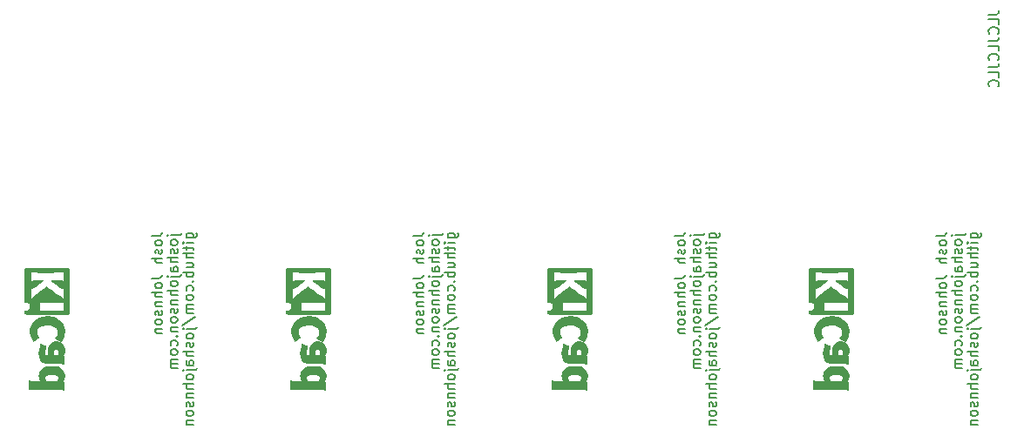
<source format=gbr>
G04 #@! TF.GenerationSoftware,KiCad,Pcbnew,(5.1.2)-1*
G04 #@! TF.CreationDate,2019-07-17T12:10:41+10:00*
G04 #@! TF.ProjectId,output.panel,6f757470-7574-42e7-9061-6e656c2e6b69,0*
G04 #@! TF.SameCoordinates,Original*
G04 #@! TF.FileFunction,Legend,Bot*
G04 #@! TF.FilePolarity,Positive*
%FSLAX46Y46*%
G04 Gerber Fmt 4.6, Leading zero omitted, Abs format (unit mm)*
G04 Created by KiCad (PCBNEW (5.1.2)-1) date 2019-07-17 12:10:41*
%MOMM*%
%LPD*%
G04 APERTURE LIST*
%ADD10C,0.150000*%
%ADD11C,0.010000*%
G04 APERTURE END LIST*
D10*
X196302380Y-79216666D02*
X197016666Y-79216666D01*
X197159523Y-79169047D01*
X197254761Y-79073809D01*
X197302380Y-78930952D01*
X197302380Y-78835714D01*
X197302380Y-80169047D02*
X197302380Y-79692857D01*
X196302380Y-79692857D01*
X197207142Y-81073809D02*
X197254761Y-81026190D01*
X197302380Y-80883333D01*
X197302380Y-80788095D01*
X197254761Y-80645238D01*
X197159523Y-80550000D01*
X197064285Y-80502380D01*
X196873809Y-80454761D01*
X196730952Y-80454761D01*
X196540476Y-80502380D01*
X196445238Y-80550000D01*
X196350000Y-80645238D01*
X196302380Y-80788095D01*
X196302380Y-80883333D01*
X196350000Y-81026190D01*
X196397619Y-81073809D01*
X196302380Y-81788095D02*
X197016666Y-81788095D01*
X197159523Y-81740476D01*
X197254761Y-81645238D01*
X197302380Y-81502380D01*
X197302380Y-81407142D01*
X197302380Y-82740476D02*
X197302380Y-82264285D01*
X196302380Y-82264285D01*
X197207142Y-83645238D02*
X197254761Y-83597619D01*
X197302380Y-83454761D01*
X197302380Y-83359523D01*
X197254761Y-83216666D01*
X197159523Y-83121428D01*
X197064285Y-83073809D01*
X196873809Y-83026190D01*
X196730952Y-83026190D01*
X196540476Y-83073809D01*
X196445238Y-83121428D01*
X196350000Y-83216666D01*
X196302380Y-83359523D01*
X196302380Y-83454761D01*
X196350000Y-83597619D01*
X196397619Y-83645238D01*
X196302380Y-84359523D02*
X197016666Y-84359523D01*
X197159523Y-84311904D01*
X197254761Y-84216666D01*
X197302380Y-84073809D01*
X197302380Y-83978571D01*
X197302380Y-85311904D02*
X197302380Y-84835714D01*
X196302380Y-84835714D01*
X197207142Y-86216666D02*
X197254761Y-86169047D01*
X197302380Y-86026190D01*
X197302380Y-85930952D01*
X197254761Y-85788095D01*
X197159523Y-85692857D01*
X197064285Y-85645238D01*
X196873809Y-85597619D01*
X196730952Y-85597619D01*
X196540476Y-85645238D01*
X196445238Y-85692857D01*
X196350000Y-85788095D01*
X196302380Y-85930952D01*
X196302380Y-86026190D01*
X196350000Y-86169047D01*
X196397619Y-86216666D01*
D11*
G36*
X178842699Y-108251363D02*
G01*
X178849976Y-108273155D01*
X178866420Y-108291586D01*
X178895197Y-108306935D01*
X178939474Y-108319481D01*
X179002418Y-108329505D01*
X179087194Y-108337283D01*
X179196971Y-108343096D01*
X179334914Y-108347223D01*
X179504191Y-108349943D01*
X179707968Y-108351535D01*
X179949411Y-108352277D01*
X180231687Y-108352450D01*
X180557964Y-108352332D01*
X180931407Y-108352203D01*
X180990500Y-108352200D01*
X181365884Y-108352122D01*
X181693711Y-108351849D01*
X181977221Y-108351318D01*
X182219658Y-108350469D01*
X182424261Y-108349240D01*
X182594274Y-108347569D01*
X182732939Y-108345395D01*
X182843496Y-108342657D01*
X182929188Y-108339292D01*
X182993257Y-108335241D01*
X183038944Y-108330441D01*
X183069492Y-108324831D01*
X183088141Y-108318349D01*
X183096885Y-108312285D01*
X183103992Y-108301209D01*
X183110213Y-108281001D01*
X183115606Y-108248490D01*
X183120229Y-108200503D01*
X183124140Y-108133867D01*
X183127396Y-108045410D01*
X183130056Y-107931960D01*
X183132175Y-107790344D01*
X183133813Y-107617390D01*
X183135028Y-107409924D01*
X183135876Y-107164776D01*
X183136415Y-106878771D01*
X183136703Y-106548739D01*
X183136798Y-106171505D01*
X183136800Y-106116999D01*
X183136726Y-105733176D01*
X183136467Y-105396980D01*
X183135965Y-105105239D01*
X183135162Y-104854781D01*
X183134000Y-104642432D01*
X183132422Y-104465021D01*
X183130371Y-104319375D01*
X183127787Y-104202322D01*
X183124615Y-104110688D01*
X183120795Y-104041303D01*
X183116271Y-103990992D01*
X183110985Y-103956584D01*
X183104879Y-103934907D01*
X183097895Y-103922787D01*
X183096885Y-103921714D01*
X183085627Y-103914465D01*
X183065152Y-103908138D01*
X183032219Y-103902672D01*
X182983586Y-103898006D01*
X182916011Y-103894078D01*
X182826252Y-103890826D01*
X182711068Y-103888190D01*
X182567217Y-103886107D01*
X182391456Y-103884517D01*
X182180544Y-103883358D01*
X181931239Y-103882568D01*
X181640300Y-103882086D01*
X181304484Y-103881851D01*
X180990500Y-103881800D01*
X180615115Y-103881877D01*
X180287288Y-103882150D01*
X180003778Y-103882681D01*
X179761341Y-103883530D01*
X179556738Y-103884759D01*
X179435729Y-103885948D01*
X179435729Y-104161199D01*
X179460638Y-104171637D01*
X179514844Y-104197944D01*
X179542699Y-104211999D01*
X179565774Y-104222932D01*
X179591420Y-104232174D01*
X179623859Y-104239867D01*
X179667308Y-104246152D01*
X179725988Y-104251172D01*
X179804117Y-104255068D01*
X179905917Y-104257983D01*
X180035605Y-104260057D01*
X180197401Y-104261434D01*
X180395525Y-104262254D01*
X180634197Y-104262659D01*
X180917635Y-104262791D01*
X181054290Y-104262799D01*
X181317726Y-104262439D01*
X181566037Y-104261402D01*
X181794556Y-104259756D01*
X181998618Y-104257568D01*
X182173558Y-104254903D01*
X182314711Y-104251830D01*
X182417410Y-104248415D01*
X182476991Y-104244724D01*
X182490370Y-104242224D01*
X182530136Y-104217800D01*
X182584350Y-104191968D01*
X182654200Y-104162289D01*
X182653811Y-104688794D01*
X182652849Y-104843967D01*
X182650381Y-104978350D01*
X182646674Y-105084999D01*
X182641992Y-105156970D01*
X182636600Y-105187319D01*
X182634761Y-105187094D01*
X182600826Y-105157145D01*
X182542626Y-105121332D01*
X182534811Y-105117244D01*
X182497521Y-105102318D01*
X182447267Y-105091307D01*
X182376556Y-105083669D01*
X182277898Y-105078866D01*
X182143800Y-105076356D01*
X181966772Y-105075601D01*
X181956961Y-105075600D01*
X181779347Y-105076833D01*
X181636876Y-105080396D01*
X181533727Y-105086078D01*
X181474078Y-105093672D01*
X181460400Y-105100414D01*
X181479770Y-105129914D01*
X181526744Y-105167641D01*
X181530250Y-105169915D01*
X181587268Y-105210493D01*
X181625500Y-105244699D01*
X181662632Y-105275147D01*
X181724966Y-105315083D01*
X181748833Y-105328671D01*
X181815930Y-105370820D01*
X181904720Y-105433527D01*
X181998064Y-105504592D01*
X182015533Y-105518542D01*
X182158344Y-105626661D01*
X182294967Y-105717138D01*
X182417349Y-105785389D01*
X182517440Y-105826831D01*
X182575923Y-105837600D01*
X182654200Y-105837600D01*
X182654200Y-106964055D01*
X182640488Y-106951929D01*
X182640488Y-107107600D01*
X182644757Y-107131699D01*
X182648485Y-107198796D01*
X182651448Y-107301089D01*
X182653426Y-107430778D01*
X182654196Y-107580061D01*
X182654200Y-107590200D01*
X182653408Y-107766967D01*
X182650806Y-107898101D01*
X182646056Y-107988747D01*
X182638818Y-108044050D01*
X182628752Y-108069156D01*
X182622450Y-108071992D01*
X182578554Y-108057038D01*
X182541395Y-108033892D01*
X182522692Y-108024698D01*
X182490195Y-108017102D01*
X182439498Y-108010959D01*
X182366196Y-108006127D01*
X182265883Y-108002464D01*
X182134154Y-107999826D01*
X181966604Y-107998070D01*
X181758827Y-107997053D01*
X181506418Y-107996633D01*
X181392045Y-107996600D01*
X180292000Y-107996600D01*
X180292000Y-107131695D01*
X180366938Y-107170447D01*
X180392815Y-107180478D01*
X180431092Y-107188667D01*
X180486607Y-107195192D01*
X180564197Y-107200226D01*
X180668700Y-107203947D01*
X180804954Y-107206529D01*
X180977797Y-107208148D01*
X181192067Y-107208979D01*
X181434750Y-107209200D01*
X181686440Y-107209086D01*
X181892511Y-107208585D01*
X182058147Y-107207455D01*
X182188527Y-107205455D01*
X182288835Y-107202345D01*
X182364251Y-107197883D01*
X182419957Y-107191829D01*
X182461135Y-107183941D01*
X182492967Y-107173979D01*
X182520635Y-107161701D01*
X182527200Y-107158400D01*
X182590636Y-107127490D01*
X182633110Y-107109480D01*
X182640488Y-107107600D01*
X182640488Y-106951929D01*
X182584570Y-106902477D01*
X182535266Y-106858555D01*
X182504290Y-106830373D01*
X182502020Y-106828200D01*
X182438905Y-106770445D01*
X182354689Y-106698963D01*
X182262065Y-106623897D01*
X182173725Y-106555391D01*
X182102361Y-106503588D01*
X182070547Y-106483376D01*
X182006584Y-106443155D01*
X181915299Y-106379662D01*
X181808680Y-106301804D01*
X181698715Y-106218487D01*
X181597390Y-106138617D01*
X181522607Y-106076273D01*
X181445548Y-106015829D01*
X181361943Y-105959159D01*
X181355050Y-105954978D01*
X181156936Y-105827637D01*
X181026356Y-105731994D01*
X180935212Y-105662036D01*
X180847760Y-105743468D01*
X180768661Y-105813660D01*
X180661892Y-105903715D01*
X180540451Y-106003057D01*
X180417339Y-106101107D01*
X180305555Y-106187289D01*
X180266815Y-106216151D01*
X179886892Y-106520941D01*
X179629787Y-106760279D01*
X179428400Y-106959059D01*
X179428400Y-106413747D01*
X179428523Y-106228550D01*
X179429861Y-106087998D01*
X179433867Y-105985937D01*
X179441993Y-105916212D01*
X179455691Y-105872669D01*
X179476416Y-105849153D01*
X179505618Y-105839511D01*
X179544751Y-105837586D01*
X179564390Y-105837600D01*
X179617842Y-105822012D01*
X179685121Y-105782941D01*
X179708362Y-105765299D01*
X179785668Y-105706652D01*
X179876586Y-105643890D01*
X179911000Y-105621802D01*
X179977764Y-105578552D01*
X180024931Y-105544912D01*
X180038000Y-105533239D01*
X180067339Y-105503445D01*
X180123018Y-105454245D01*
X180194108Y-105394522D01*
X180269681Y-105333162D01*
X180338808Y-105279047D01*
X180390561Y-105241063D01*
X180413483Y-105228000D01*
X180442974Y-105211182D01*
X180490717Y-105169146D01*
X180507900Y-105151799D01*
X180580904Y-105075599D01*
X180161088Y-105075600D01*
X179978302Y-105077193D01*
X179835476Y-105082895D01*
X179721840Y-105094093D01*
X179626629Y-105112172D01*
X179539075Y-105138518D01*
X179472850Y-105164164D01*
X179457771Y-105167394D01*
X179446538Y-105158649D01*
X179438591Y-105131705D01*
X179433367Y-105080338D01*
X179430303Y-104998324D01*
X179428838Y-104879439D01*
X179428410Y-104717460D01*
X179428400Y-104671917D01*
X179428746Y-104517083D01*
X179429712Y-104381122D01*
X179431190Y-104271617D01*
X179433071Y-104196151D01*
X179435245Y-104162308D01*
X179435729Y-104161199D01*
X179435729Y-103885948D01*
X179386725Y-103886430D01*
X179248060Y-103888604D01*
X179137503Y-103891342D01*
X179051811Y-103894707D01*
X178987742Y-103898758D01*
X178942055Y-103903558D01*
X178911507Y-103909168D01*
X178892858Y-103915650D01*
X178884114Y-103921714D01*
X178875934Y-103934178D01*
X178868938Y-103956437D01*
X178863034Y-103992191D01*
X178858133Y-104045141D01*
X178854144Y-104118988D01*
X178850978Y-104217431D01*
X178848544Y-104344173D01*
X178846752Y-104502913D01*
X178845511Y-104697353D01*
X178844733Y-104931193D01*
X178844326Y-105208135D01*
X178844200Y-105531878D01*
X178844200Y-107158400D01*
X178940418Y-107158400D01*
X179056335Y-107178479D01*
X179175000Y-107231525D01*
X179275991Y-107306754D01*
X179320244Y-107359006D01*
X179367370Y-107472546D01*
X179377636Y-107603500D01*
X179353918Y-107737628D01*
X179299089Y-107860690D01*
X179216023Y-107958448D01*
X179196147Y-107973800D01*
X179095428Y-108020806D01*
X178979877Y-108042439D01*
X178844199Y-108053690D01*
X178844200Y-108163030D01*
X178842977Y-108196580D01*
X178841421Y-108225931D01*
X178842699Y-108251363D01*
X178842699Y-108251363D01*
G37*
X178842699Y-108251363D02*
X178849976Y-108273155D01*
X178866420Y-108291586D01*
X178895197Y-108306935D01*
X178939474Y-108319481D01*
X179002418Y-108329505D01*
X179087194Y-108337283D01*
X179196971Y-108343096D01*
X179334914Y-108347223D01*
X179504191Y-108349943D01*
X179707968Y-108351535D01*
X179949411Y-108352277D01*
X180231687Y-108352450D01*
X180557964Y-108352332D01*
X180931407Y-108352203D01*
X180990500Y-108352200D01*
X181365884Y-108352122D01*
X181693711Y-108351849D01*
X181977221Y-108351318D01*
X182219658Y-108350469D01*
X182424261Y-108349240D01*
X182594274Y-108347569D01*
X182732939Y-108345395D01*
X182843496Y-108342657D01*
X182929188Y-108339292D01*
X182993257Y-108335241D01*
X183038944Y-108330441D01*
X183069492Y-108324831D01*
X183088141Y-108318349D01*
X183096885Y-108312285D01*
X183103992Y-108301209D01*
X183110213Y-108281001D01*
X183115606Y-108248490D01*
X183120229Y-108200503D01*
X183124140Y-108133867D01*
X183127396Y-108045410D01*
X183130056Y-107931960D01*
X183132175Y-107790344D01*
X183133813Y-107617390D01*
X183135028Y-107409924D01*
X183135876Y-107164776D01*
X183136415Y-106878771D01*
X183136703Y-106548739D01*
X183136798Y-106171505D01*
X183136800Y-106116999D01*
X183136726Y-105733176D01*
X183136467Y-105396980D01*
X183135965Y-105105239D01*
X183135162Y-104854781D01*
X183134000Y-104642432D01*
X183132422Y-104465021D01*
X183130371Y-104319375D01*
X183127787Y-104202322D01*
X183124615Y-104110688D01*
X183120795Y-104041303D01*
X183116271Y-103990992D01*
X183110985Y-103956584D01*
X183104879Y-103934907D01*
X183097895Y-103922787D01*
X183096885Y-103921714D01*
X183085627Y-103914465D01*
X183065152Y-103908138D01*
X183032219Y-103902672D01*
X182983586Y-103898006D01*
X182916011Y-103894078D01*
X182826252Y-103890826D01*
X182711068Y-103888190D01*
X182567217Y-103886107D01*
X182391456Y-103884517D01*
X182180544Y-103883358D01*
X181931239Y-103882568D01*
X181640300Y-103882086D01*
X181304484Y-103881851D01*
X180990500Y-103881800D01*
X180615115Y-103881877D01*
X180287288Y-103882150D01*
X180003778Y-103882681D01*
X179761341Y-103883530D01*
X179556738Y-103884759D01*
X179435729Y-103885948D01*
X179435729Y-104161199D01*
X179460638Y-104171637D01*
X179514844Y-104197944D01*
X179542699Y-104211999D01*
X179565774Y-104222932D01*
X179591420Y-104232174D01*
X179623859Y-104239867D01*
X179667308Y-104246152D01*
X179725988Y-104251172D01*
X179804117Y-104255068D01*
X179905917Y-104257983D01*
X180035605Y-104260057D01*
X180197401Y-104261434D01*
X180395525Y-104262254D01*
X180634197Y-104262659D01*
X180917635Y-104262791D01*
X181054290Y-104262799D01*
X181317726Y-104262439D01*
X181566037Y-104261402D01*
X181794556Y-104259756D01*
X181998618Y-104257568D01*
X182173558Y-104254903D01*
X182314711Y-104251830D01*
X182417410Y-104248415D01*
X182476991Y-104244724D01*
X182490370Y-104242224D01*
X182530136Y-104217800D01*
X182584350Y-104191968D01*
X182654200Y-104162289D01*
X182653811Y-104688794D01*
X182652849Y-104843967D01*
X182650381Y-104978350D01*
X182646674Y-105084999D01*
X182641992Y-105156970D01*
X182636600Y-105187319D01*
X182634761Y-105187094D01*
X182600826Y-105157145D01*
X182542626Y-105121332D01*
X182534811Y-105117244D01*
X182497521Y-105102318D01*
X182447267Y-105091307D01*
X182376556Y-105083669D01*
X182277898Y-105078866D01*
X182143800Y-105076356D01*
X181966772Y-105075601D01*
X181956961Y-105075600D01*
X181779347Y-105076833D01*
X181636876Y-105080396D01*
X181533727Y-105086078D01*
X181474078Y-105093672D01*
X181460400Y-105100414D01*
X181479770Y-105129914D01*
X181526744Y-105167641D01*
X181530250Y-105169915D01*
X181587268Y-105210493D01*
X181625500Y-105244699D01*
X181662632Y-105275147D01*
X181724966Y-105315083D01*
X181748833Y-105328671D01*
X181815930Y-105370820D01*
X181904720Y-105433527D01*
X181998064Y-105504592D01*
X182015533Y-105518542D01*
X182158344Y-105626661D01*
X182294967Y-105717138D01*
X182417349Y-105785389D01*
X182517440Y-105826831D01*
X182575923Y-105837600D01*
X182654200Y-105837600D01*
X182654200Y-106964055D01*
X182640488Y-106951929D01*
X182640488Y-107107600D01*
X182644757Y-107131699D01*
X182648485Y-107198796D01*
X182651448Y-107301089D01*
X182653426Y-107430778D01*
X182654196Y-107580061D01*
X182654200Y-107590200D01*
X182653408Y-107766967D01*
X182650806Y-107898101D01*
X182646056Y-107988747D01*
X182638818Y-108044050D01*
X182628752Y-108069156D01*
X182622450Y-108071992D01*
X182578554Y-108057038D01*
X182541395Y-108033892D01*
X182522692Y-108024698D01*
X182490195Y-108017102D01*
X182439498Y-108010959D01*
X182366196Y-108006127D01*
X182265883Y-108002464D01*
X182134154Y-107999826D01*
X181966604Y-107998070D01*
X181758827Y-107997053D01*
X181506418Y-107996633D01*
X181392045Y-107996600D01*
X180292000Y-107996600D01*
X180292000Y-107131695D01*
X180366938Y-107170447D01*
X180392815Y-107180478D01*
X180431092Y-107188667D01*
X180486607Y-107195192D01*
X180564197Y-107200226D01*
X180668700Y-107203947D01*
X180804954Y-107206529D01*
X180977797Y-107208148D01*
X181192067Y-107208979D01*
X181434750Y-107209200D01*
X181686440Y-107209086D01*
X181892511Y-107208585D01*
X182058147Y-107207455D01*
X182188527Y-107205455D01*
X182288835Y-107202345D01*
X182364251Y-107197883D01*
X182419957Y-107191829D01*
X182461135Y-107183941D01*
X182492967Y-107173979D01*
X182520635Y-107161701D01*
X182527200Y-107158400D01*
X182590636Y-107127490D01*
X182633110Y-107109480D01*
X182640488Y-107107600D01*
X182640488Y-106951929D01*
X182584570Y-106902477D01*
X182535266Y-106858555D01*
X182504290Y-106830373D01*
X182502020Y-106828200D01*
X182438905Y-106770445D01*
X182354689Y-106698963D01*
X182262065Y-106623897D01*
X182173725Y-106555391D01*
X182102361Y-106503588D01*
X182070547Y-106483376D01*
X182006584Y-106443155D01*
X181915299Y-106379662D01*
X181808680Y-106301804D01*
X181698715Y-106218487D01*
X181597390Y-106138617D01*
X181522607Y-106076273D01*
X181445548Y-106015829D01*
X181361943Y-105959159D01*
X181355050Y-105954978D01*
X181156936Y-105827637D01*
X181026356Y-105731994D01*
X180935212Y-105662036D01*
X180847760Y-105743468D01*
X180768661Y-105813660D01*
X180661892Y-105903715D01*
X180540451Y-106003057D01*
X180417339Y-106101107D01*
X180305555Y-106187289D01*
X180266815Y-106216151D01*
X179886892Y-106520941D01*
X179629787Y-106760279D01*
X179428400Y-106959059D01*
X179428400Y-106413747D01*
X179428523Y-106228550D01*
X179429861Y-106087998D01*
X179433867Y-105985937D01*
X179441993Y-105916212D01*
X179455691Y-105872669D01*
X179476416Y-105849153D01*
X179505618Y-105839511D01*
X179544751Y-105837586D01*
X179564390Y-105837600D01*
X179617842Y-105822012D01*
X179685121Y-105782941D01*
X179708362Y-105765299D01*
X179785668Y-105706652D01*
X179876586Y-105643890D01*
X179911000Y-105621802D01*
X179977764Y-105578552D01*
X180024931Y-105544912D01*
X180038000Y-105533239D01*
X180067339Y-105503445D01*
X180123018Y-105454245D01*
X180194108Y-105394522D01*
X180269681Y-105333162D01*
X180338808Y-105279047D01*
X180390561Y-105241063D01*
X180413483Y-105228000D01*
X180442974Y-105211182D01*
X180490717Y-105169146D01*
X180507900Y-105151799D01*
X180580904Y-105075599D01*
X180161088Y-105075600D01*
X179978302Y-105077193D01*
X179835476Y-105082895D01*
X179721840Y-105094093D01*
X179626629Y-105112172D01*
X179539075Y-105138518D01*
X179472850Y-105164164D01*
X179457771Y-105167394D01*
X179446538Y-105158649D01*
X179438591Y-105131705D01*
X179433367Y-105080338D01*
X179430303Y-104998324D01*
X179428838Y-104879439D01*
X179428410Y-104717460D01*
X179428400Y-104671917D01*
X179428746Y-104517083D01*
X179429712Y-104381122D01*
X179431190Y-104271617D01*
X179433071Y-104196151D01*
X179435245Y-104162308D01*
X179435729Y-104161199D01*
X179435729Y-103885948D01*
X179386725Y-103886430D01*
X179248060Y-103888604D01*
X179137503Y-103891342D01*
X179051811Y-103894707D01*
X178987742Y-103898758D01*
X178942055Y-103903558D01*
X178911507Y-103909168D01*
X178892858Y-103915650D01*
X178884114Y-103921714D01*
X178875934Y-103934178D01*
X178868938Y-103956437D01*
X178863034Y-103992191D01*
X178858133Y-104045141D01*
X178854144Y-104118988D01*
X178850978Y-104217431D01*
X178848544Y-104344173D01*
X178846752Y-104502913D01*
X178845511Y-104697353D01*
X178844733Y-104931193D01*
X178844326Y-105208135D01*
X178844200Y-105531878D01*
X178844200Y-107158400D01*
X178940418Y-107158400D01*
X179056335Y-107178479D01*
X179175000Y-107231525D01*
X179275991Y-107306754D01*
X179320244Y-107359006D01*
X179367370Y-107472546D01*
X179377636Y-107603500D01*
X179353918Y-107737628D01*
X179299089Y-107860690D01*
X179216023Y-107958448D01*
X179196147Y-107973800D01*
X179095428Y-108020806D01*
X178979877Y-108042439D01*
X178844199Y-108053690D01*
X178844200Y-108163030D01*
X178842977Y-108196580D01*
X178841421Y-108225931D01*
X178842699Y-108251363D01*
G36*
X179406341Y-110344676D02*
G01*
X179416143Y-110385911D01*
X179438829Y-110456879D01*
X179474963Y-110552173D01*
X179519187Y-110659521D01*
X179566147Y-110766653D01*
X179610487Y-110861298D01*
X179646851Y-110931185D01*
X179667598Y-110962064D01*
X179690582Y-110952374D01*
X179745508Y-110920036D01*
X179822651Y-110871464D01*
X179912288Y-110813074D01*
X180004695Y-110751281D01*
X180090151Y-110692502D01*
X180158930Y-110643152D01*
X180200159Y-110610677D01*
X180197624Y-110582236D01*
X180167335Y-110530081D01*
X180133312Y-110486407D01*
X180041226Y-110341298D01*
X179995559Y-110176487D01*
X179994284Y-110018098D01*
X180034902Y-109847398D01*
X180118127Y-109703259D01*
X180242925Y-109586245D01*
X180408260Y-109496919D01*
X180613097Y-109435843D01*
X180856401Y-109403581D01*
X181130200Y-109400426D01*
X181377826Y-109421867D01*
X181583741Y-109466984D01*
X181752105Y-109537630D01*
X181887080Y-109635657D01*
X181992826Y-109762917D01*
X182011151Y-109792579D01*
X182051415Y-109869773D01*
X182072876Y-109941238D01*
X182080676Y-110029027D01*
X182081009Y-110092100D01*
X182065354Y-110251817D01*
X182017392Y-110390547D01*
X181930613Y-110524625D01*
X181888663Y-110574846D01*
X181844162Y-110629092D01*
X181820225Y-110665414D01*
X181818969Y-110673055D01*
X181852288Y-110695216D01*
X181916333Y-110734498D01*
X182001348Y-110785230D01*
X182097575Y-110841743D01*
X182195257Y-110898366D01*
X182284636Y-110949431D01*
X182355956Y-110989265D01*
X182399460Y-111012201D01*
X182408180Y-111015453D01*
X182421554Y-110990218D01*
X182452253Y-110932344D01*
X182493786Y-110854062D01*
X182496230Y-110849457D01*
X182576612Y-110687147D01*
X182631928Y-110544212D01*
X182666986Y-110402272D01*
X182686593Y-110242947D01*
X182694340Y-110092100D01*
X182695569Y-109899285D01*
X182686113Y-109747250D01*
X182670565Y-109656436D01*
X182585718Y-109424201D01*
X182456718Y-109211159D01*
X182287906Y-109021366D01*
X182083623Y-108858878D01*
X181848209Y-108727752D01*
X181586005Y-108632044D01*
X181569632Y-108627548D01*
X181383026Y-108591250D01*
X181168920Y-108572345D01*
X180945257Y-108570823D01*
X180729982Y-108586669D01*
X180541040Y-108619872D01*
X180509044Y-108628297D01*
X180235435Y-108730061D01*
X179989468Y-108872732D01*
X179774653Y-109053804D01*
X179594495Y-109270770D01*
X179580082Y-109292000D01*
X179487504Y-109469644D01*
X179421748Y-109677698D01*
X179384907Y-109902198D01*
X179379073Y-110129178D01*
X179406341Y-110344676D01*
X179406341Y-110344676D01*
G37*
X179406341Y-110344676D02*
X179416143Y-110385911D01*
X179438829Y-110456879D01*
X179474963Y-110552173D01*
X179519187Y-110659521D01*
X179566147Y-110766653D01*
X179610487Y-110861298D01*
X179646851Y-110931185D01*
X179667598Y-110962064D01*
X179690582Y-110952374D01*
X179745508Y-110920036D01*
X179822651Y-110871464D01*
X179912288Y-110813074D01*
X180004695Y-110751281D01*
X180090151Y-110692502D01*
X180158930Y-110643152D01*
X180200159Y-110610677D01*
X180197624Y-110582236D01*
X180167335Y-110530081D01*
X180133312Y-110486407D01*
X180041226Y-110341298D01*
X179995559Y-110176487D01*
X179994284Y-110018098D01*
X180034902Y-109847398D01*
X180118127Y-109703259D01*
X180242925Y-109586245D01*
X180408260Y-109496919D01*
X180613097Y-109435843D01*
X180856401Y-109403581D01*
X181130200Y-109400426D01*
X181377826Y-109421867D01*
X181583741Y-109466984D01*
X181752105Y-109537630D01*
X181887080Y-109635657D01*
X181992826Y-109762917D01*
X182011151Y-109792579D01*
X182051415Y-109869773D01*
X182072876Y-109941238D01*
X182080676Y-110029027D01*
X182081009Y-110092100D01*
X182065354Y-110251817D01*
X182017392Y-110390547D01*
X181930613Y-110524625D01*
X181888663Y-110574846D01*
X181844162Y-110629092D01*
X181820225Y-110665414D01*
X181818969Y-110673055D01*
X181852288Y-110695216D01*
X181916333Y-110734498D01*
X182001348Y-110785230D01*
X182097575Y-110841743D01*
X182195257Y-110898366D01*
X182284636Y-110949431D01*
X182355956Y-110989265D01*
X182399460Y-111012201D01*
X182408180Y-111015453D01*
X182421554Y-110990218D01*
X182452253Y-110932344D01*
X182493786Y-110854062D01*
X182496230Y-110849457D01*
X182576612Y-110687147D01*
X182631928Y-110544212D01*
X182666986Y-110402272D01*
X182686593Y-110242947D01*
X182694340Y-110092100D01*
X182695569Y-109899285D01*
X182686113Y-109747250D01*
X182670565Y-109656436D01*
X182585718Y-109424201D01*
X182456718Y-109211159D01*
X182287906Y-109021366D01*
X182083623Y-108858878D01*
X181848209Y-108727752D01*
X181586005Y-108632044D01*
X181569632Y-108627548D01*
X181383026Y-108591250D01*
X181168920Y-108572345D01*
X180945257Y-108570823D01*
X180729982Y-108586669D01*
X180541040Y-108619872D01*
X180509044Y-108628297D01*
X180235435Y-108730061D01*
X179989468Y-108872732D01*
X179774653Y-109053804D01*
X179594495Y-109270770D01*
X179580082Y-109292000D01*
X179487504Y-109469644D01*
X179421748Y-109677698D01*
X179384907Y-109902198D01*
X179379073Y-110129178D01*
X179406341Y-110344676D01*
G36*
X180252359Y-112427620D02*
G01*
X180292264Y-112603576D01*
X180336895Y-112722513D01*
X180392778Y-112815098D01*
X180466360Y-112897779D01*
X180521188Y-112950917D01*
X180572829Y-112994396D01*
X180626992Y-113029291D01*
X180689387Y-113056676D01*
X180765723Y-113077624D01*
X180861710Y-113093209D01*
X180983058Y-113104504D01*
X181135475Y-113112585D01*
X181324670Y-113118523D01*
X181556355Y-113123394D01*
X181677477Y-113125549D01*
X181909434Y-113129807D01*
X182096051Y-113133930D01*
X182242785Y-113138276D01*
X182355095Y-113143203D01*
X182438437Y-113149068D01*
X182498269Y-113156231D01*
X182540049Y-113165049D01*
X182569234Y-113175880D01*
X182585527Y-113185135D01*
X182654200Y-113230171D01*
X182654200Y-112419418D01*
X182500698Y-112403500D01*
X182568483Y-112304102D01*
X182647254Y-112147946D01*
X182693178Y-111967092D01*
X182704137Y-111777295D01*
X182678011Y-111594309D01*
X182668436Y-111560834D01*
X182586112Y-111374429D01*
X182468585Y-111223520D01*
X182319321Y-111110652D01*
X182141786Y-111038375D01*
X181939443Y-111009235D01*
X181917600Y-111008788D01*
X181888545Y-111009452D01*
X181888545Y-111737707D01*
X181977884Y-111741963D01*
X182008502Y-111752090D01*
X182089089Y-111814779D01*
X182143481Y-111909723D01*
X182167352Y-112023327D01*
X182156378Y-112141996D01*
X182144508Y-112179596D01*
X182102968Y-112266783D01*
X182050366Y-112322424D01*
X181975280Y-112352894D01*
X181866289Y-112364566D01*
X181811572Y-112365400D01*
X181612800Y-112365400D01*
X181612800Y-112199484D01*
X181627824Y-112035747D01*
X181670733Y-111897128D01*
X181731555Y-111801676D01*
X181798298Y-111759069D01*
X181888545Y-111737707D01*
X181888545Y-111009452D01*
X181803273Y-111011403D01*
X181715974Y-111025051D01*
X181632311Y-111054550D01*
X181582215Y-111077882D01*
X181425636Y-111182223D01*
X181299758Y-111326604D01*
X181204878Y-111510369D01*
X181141291Y-111732862D01*
X181109295Y-111993426D01*
X181105241Y-112133794D01*
X181104800Y-112372088D01*
X181001228Y-112358196D01*
X180887960Y-112322262D01*
X180809507Y-112250344D01*
X180766163Y-112143724D01*
X180758223Y-112003687D01*
X180785980Y-111831516D01*
X180840144Y-111654509D01*
X180867413Y-111570051D01*
X180882373Y-111505058D01*
X180881908Y-111473195D01*
X180881589Y-111472862D01*
X180849872Y-111455276D01*
X180783912Y-111425180D01*
X180696745Y-111387902D01*
X180601404Y-111348773D01*
X180510925Y-111313122D01*
X180438340Y-111286280D01*
X180396685Y-111273575D01*
X180393302Y-111273200D01*
X180374617Y-111294990D01*
X180368200Y-111338447D01*
X180362037Y-111390031D01*
X180345424Y-111476850D01*
X180321175Y-111585103D01*
X180302173Y-111662297D01*
X180251360Y-111928096D01*
X180234718Y-112186776D01*
X180252359Y-112427620D01*
X180252359Y-112427620D01*
G37*
X180252359Y-112427620D02*
X180292264Y-112603576D01*
X180336895Y-112722513D01*
X180392778Y-112815098D01*
X180466360Y-112897779D01*
X180521188Y-112950917D01*
X180572829Y-112994396D01*
X180626992Y-113029291D01*
X180689387Y-113056676D01*
X180765723Y-113077624D01*
X180861710Y-113093209D01*
X180983058Y-113104504D01*
X181135475Y-113112585D01*
X181324670Y-113118523D01*
X181556355Y-113123394D01*
X181677477Y-113125549D01*
X181909434Y-113129807D01*
X182096051Y-113133930D01*
X182242785Y-113138276D01*
X182355095Y-113143203D01*
X182438437Y-113149068D01*
X182498269Y-113156231D01*
X182540049Y-113165049D01*
X182569234Y-113175880D01*
X182585527Y-113185135D01*
X182654200Y-113230171D01*
X182654200Y-112419418D01*
X182500698Y-112403500D01*
X182568483Y-112304102D01*
X182647254Y-112147946D01*
X182693178Y-111967092D01*
X182704137Y-111777295D01*
X182678011Y-111594309D01*
X182668436Y-111560834D01*
X182586112Y-111374429D01*
X182468585Y-111223520D01*
X182319321Y-111110652D01*
X182141786Y-111038375D01*
X181939443Y-111009235D01*
X181917600Y-111008788D01*
X181888545Y-111009452D01*
X181888545Y-111737707D01*
X181977884Y-111741963D01*
X182008502Y-111752090D01*
X182089089Y-111814779D01*
X182143481Y-111909723D01*
X182167352Y-112023327D01*
X182156378Y-112141996D01*
X182144508Y-112179596D01*
X182102968Y-112266783D01*
X182050366Y-112322424D01*
X181975280Y-112352894D01*
X181866289Y-112364566D01*
X181811572Y-112365400D01*
X181612800Y-112365400D01*
X181612800Y-112199484D01*
X181627824Y-112035747D01*
X181670733Y-111897128D01*
X181731555Y-111801676D01*
X181798298Y-111759069D01*
X181888545Y-111737707D01*
X181888545Y-111009452D01*
X181803273Y-111011403D01*
X181715974Y-111025051D01*
X181632311Y-111054550D01*
X181582215Y-111077882D01*
X181425636Y-111182223D01*
X181299758Y-111326604D01*
X181204878Y-111510369D01*
X181141291Y-111732862D01*
X181109295Y-111993426D01*
X181105241Y-112133794D01*
X181104800Y-112372088D01*
X181001228Y-112358196D01*
X180887960Y-112322262D01*
X180809507Y-112250344D01*
X180766163Y-112143724D01*
X180758223Y-112003687D01*
X180785980Y-111831516D01*
X180840144Y-111654509D01*
X180867413Y-111570051D01*
X180882373Y-111505058D01*
X180881908Y-111473195D01*
X180881589Y-111472862D01*
X180849872Y-111455276D01*
X180783912Y-111425180D01*
X180696745Y-111387902D01*
X180601404Y-111348773D01*
X180510925Y-111313122D01*
X180438340Y-111286280D01*
X180396685Y-111273575D01*
X180393302Y-111273200D01*
X180374617Y-111294990D01*
X180368200Y-111338447D01*
X180362037Y-111390031D01*
X180345424Y-111476850D01*
X180321175Y-111585103D01*
X180302173Y-111662297D01*
X180251360Y-111928096D01*
X180234718Y-112186776D01*
X180252359Y-112427620D01*
G36*
X180857150Y-115647464D02*
G01*
X181187052Y-115649006D01*
X181469981Y-115650566D01*
X181709761Y-115652261D01*
X181910219Y-115654208D01*
X182075181Y-115656523D01*
X182208472Y-115659322D01*
X182313918Y-115662724D01*
X182395345Y-115666844D01*
X182456580Y-115671799D01*
X182501447Y-115677707D01*
X182533774Y-115684683D01*
X182557385Y-115692845D01*
X182571650Y-115699802D01*
X182654200Y-115744904D01*
X182654200Y-114930800D01*
X182578000Y-114930800D01*
X182524452Y-114927441D01*
X182501804Y-114919351D01*
X182501800Y-114919227D01*
X182514784Y-114893109D01*
X182547537Y-114840726D01*
X182565421Y-114813903D01*
X182632647Y-114681603D01*
X182679589Y-114521937D01*
X182703338Y-114353022D01*
X182700984Y-114192977D01*
X182681247Y-114092600D01*
X182599939Y-113908538D01*
X182478200Y-113743410D01*
X182325510Y-113608517D01*
X182223694Y-113547155D01*
X182066029Y-113479731D01*
X181899951Y-113435855D01*
X181711403Y-113412714D01*
X181524913Y-113407241D01*
X181511200Y-113408002D01*
X181511200Y-114208136D01*
X181686895Y-114212634D01*
X181820414Y-114226249D01*
X181919949Y-114251477D01*
X181993691Y-114290812D01*
X182049831Y-114346751D01*
X182072170Y-114379016D01*
X182110164Y-114485421D01*
X182107176Y-114611144D01*
X182063728Y-114746203D01*
X182051773Y-114770499D01*
X182001557Y-114867300D01*
X181452487Y-114874142D01*
X180903416Y-114880985D01*
X180859454Y-114813891D01*
X180832707Y-114750360D01*
X180812044Y-114660668D01*
X180805065Y-114602633D01*
X180801970Y-114514255D01*
X180812095Y-114455291D01*
X180840683Y-114404985D01*
X180861568Y-114378927D01*
X180935167Y-114311583D01*
X181030737Y-114262664D01*
X181155234Y-114230341D01*
X181315611Y-114212787D01*
X181511200Y-114208136D01*
X181511200Y-113408002D01*
X181228965Y-113423675D01*
X180969134Y-113471542D01*
X180746509Y-113550171D01*
X180562180Y-113658889D01*
X180417237Y-113797025D01*
X180312768Y-113963906D01*
X180249864Y-114158860D01*
X180242835Y-114198170D01*
X180234575Y-114313703D01*
X180241429Y-114441063D01*
X180260852Y-114567661D01*
X180290299Y-114680912D01*
X180327225Y-114768228D01*
X180367815Y-114816262D01*
X180392282Y-114837127D01*
X180387192Y-114853170D01*
X180348657Y-114864925D01*
X180272788Y-114872924D01*
X180155701Y-114877702D01*
X179993506Y-114879793D01*
X179903670Y-114880000D01*
X179729573Y-114879477D01*
X179598217Y-114877469D01*
X179501550Y-114873311D01*
X179431519Y-114866343D01*
X179380073Y-114855901D01*
X179339158Y-114841322D01*
X179319470Y-114831938D01*
X179225200Y-114783876D01*
X179225200Y-115640228D01*
X180857150Y-115647464D01*
X180857150Y-115647464D01*
G37*
X180857150Y-115647464D02*
X181187052Y-115649006D01*
X181469981Y-115650566D01*
X181709761Y-115652261D01*
X181910219Y-115654208D01*
X182075181Y-115656523D01*
X182208472Y-115659322D01*
X182313918Y-115662724D01*
X182395345Y-115666844D01*
X182456580Y-115671799D01*
X182501447Y-115677707D01*
X182533774Y-115684683D01*
X182557385Y-115692845D01*
X182571650Y-115699802D01*
X182654200Y-115744904D01*
X182654200Y-114930800D01*
X182578000Y-114930800D01*
X182524452Y-114927441D01*
X182501804Y-114919351D01*
X182501800Y-114919227D01*
X182514784Y-114893109D01*
X182547537Y-114840726D01*
X182565421Y-114813903D01*
X182632647Y-114681603D01*
X182679589Y-114521937D01*
X182703338Y-114353022D01*
X182700984Y-114192977D01*
X182681247Y-114092600D01*
X182599939Y-113908538D01*
X182478200Y-113743410D01*
X182325510Y-113608517D01*
X182223694Y-113547155D01*
X182066029Y-113479731D01*
X181899951Y-113435855D01*
X181711403Y-113412714D01*
X181524913Y-113407241D01*
X181511200Y-113408002D01*
X181511200Y-114208136D01*
X181686895Y-114212634D01*
X181820414Y-114226249D01*
X181919949Y-114251477D01*
X181993691Y-114290812D01*
X182049831Y-114346751D01*
X182072170Y-114379016D01*
X182110164Y-114485421D01*
X182107176Y-114611144D01*
X182063728Y-114746203D01*
X182051773Y-114770499D01*
X182001557Y-114867300D01*
X181452487Y-114874142D01*
X180903416Y-114880985D01*
X180859454Y-114813891D01*
X180832707Y-114750360D01*
X180812044Y-114660668D01*
X180805065Y-114602633D01*
X180801970Y-114514255D01*
X180812095Y-114455291D01*
X180840683Y-114404985D01*
X180861568Y-114378927D01*
X180935167Y-114311583D01*
X181030737Y-114262664D01*
X181155234Y-114230341D01*
X181315611Y-114212787D01*
X181511200Y-114208136D01*
X181511200Y-113408002D01*
X181228965Y-113423675D01*
X180969134Y-113471542D01*
X180746509Y-113550171D01*
X180562180Y-113658889D01*
X180417237Y-113797025D01*
X180312768Y-113963906D01*
X180249864Y-114158860D01*
X180242835Y-114198170D01*
X180234575Y-114313703D01*
X180241429Y-114441063D01*
X180260852Y-114567661D01*
X180290299Y-114680912D01*
X180327225Y-114768228D01*
X180367815Y-114816262D01*
X180392282Y-114837127D01*
X180387192Y-114853170D01*
X180348657Y-114864925D01*
X180272788Y-114872924D01*
X180155701Y-114877702D01*
X179993506Y-114879793D01*
X179903670Y-114880000D01*
X179729573Y-114879477D01*
X179598217Y-114877469D01*
X179501550Y-114873311D01*
X179431519Y-114866343D01*
X179380073Y-114855901D01*
X179339158Y-114841322D01*
X179319470Y-114831938D01*
X179225200Y-114783876D01*
X179225200Y-115640228D01*
X180857150Y-115647464D01*
G36*
X153442699Y-108251363D02*
G01*
X153449976Y-108273155D01*
X153466420Y-108291586D01*
X153495197Y-108306935D01*
X153539474Y-108319481D01*
X153602418Y-108329505D01*
X153687194Y-108337283D01*
X153796971Y-108343096D01*
X153934914Y-108347223D01*
X154104191Y-108349943D01*
X154307968Y-108351535D01*
X154549411Y-108352277D01*
X154831687Y-108352450D01*
X155157964Y-108352332D01*
X155531407Y-108352203D01*
X155590500Y-108352200D01*
X155965884Y-108352122D01*
X156293711Y-108351849D01*
X156577221Y-108351318D01*
X156819658Y-108350469D01*
X157024261Y-108349240D01*
X157194274Y-108347569D01*
X157332939Y-108345395D01*
X157443496Y-108342657D01*
X157529188Y-108339292D01*
X157593257Y-108335241D01*
X157638944Y-108330441D01*
X157669492Y-108324831D01*
X157688141Y-108318349D01*
X157696885Y-108312285D01*
X157703992Y-108301209D01*
X157710213Y-108281001D01*
X157715606Y-108248490D01*
X157720229Y-108200503D01*
X157724140Y-108133867D01*
X157727396Y-108045410D01*
X157730056Y-107931960D01*
X157732175Y-107790344D01*
X157733813Y-107617390D01*
X157735028Y-107409924D01*
X157735876Y-107164776D01*
X157736415Y-106878771D01*
X157736703Y-106548739D01*
X157736798Y-106171505D01*
X157736800Y-106116999D01*
X157736726Y-105733176D01*
X157736467Y-105396980D01*
X157735965Y-105105239D01*
X157735162Y-104854781D01*
X157734000Y-104642432D01*
X157732422Y-104465021D01*
X157730371Y-104319375D01*
X157727787Y-104202322D01*
X157724615Y-104110688D01*
X157720795Y-104041303D01*
X157716271Y-103990992D01*
X157710985Y-103956584D01*
X157704879Y-103934907D01*
X157697895Y-103922787D01*
X157696885Y-103921714D01*
X157685627Y-103914465D01*
X157665152Y-103908138D01*
X157632219Y-103902672D01*
X157583586Y-103898006D01*
X157516011Y-103894078D01*
X157426252Y-103890826D01*
X157311068Y-103888190D01*
X157167217Y-103886107D01*
X156991456Y-103884517D01*
X156780544Y-103883358D01*
X156531239Y-103882568D01*
X156240300Y-103882086D01*
X155904484Y-103881851D01*
X155590500Y-103881800D01*
X155215115Y-103881877D01*
X154887288Y-103882150D01*
X154603778Y-103882681D01*
X154361341Y-103883530D01*
X154156738Y-103884759D01*
X154035729Y-103885948D01*
X154035729Y-104161199D01*
X154060638Y-104171637D01*
X154114844Y-104197944D01*
X154142699Y-104211999D01*
X154165774Y-104222932D01*
X154191420Y-104232174D01*
X154223859Y-104239867D01*
X154267308Y-104246152D01*
X154325988Y-104251172D01*
X154404117Y-104255068D01*
X154505917Y-104257983D01*
X154635605Y-104260057D01*
X154797401Y-104261434D01*
X154995525Y-104262254D01*
X155234197Y-104262659D01*
X155517635Y-104262791D01*
X155654290Y-104262799D01*
X155917726Y-104262439D01*
X156166037Y-104261402D01*
X156394556Y-104259756D01*
X156598618Y-104257568D01*
X156773558Y-104254903D01*
X156914711Y-104251830D01*
X157017410Y-104248415D01*
X157076991Y-104244724D01*
X157090370Y-104242224D01*
X157130136Y-104217800D01*
X157184350Y-104191968D01*
X157254200Y-104162289D01*
X157253811Y-104688794D01*
X157252849Y-104843967D01*
X157250381Y-104978350D01*
X157246674Y-105084999D01*
X157241992Y-105156970D01*
X157236600Y-105187319D01*
X157234761Y-105187094D01*
X157200826Y-105157145D01*
X157142626Y-105121332D01*
X157134811Y-105117244D01*
X157097521Y-105102318D01*
X157047267Y-105091307D01*
X156976556Y-105083669D01*
X156877898Y-105078866D01*
X156743800Y-105076356D01*
X156566772Y-105075601D01*
X156556961Y-105075600D01*
X156379347Y-105076833D01*
X156236876Y-105080396D01*
X156133727Y-105086078D01*
X156074078Y-105093672D01*
X156060400Y-105100414D01*
X156079770Y-105129914D01*
X156126744Y-105167641D01*
X156130250Y-105169915D01*
X156187268Y-105210493D01*
X156225500Y-105244699D01*
X156262632Y-105275147D01*
X156324966Y-105315083D01*
X156348833Y-105328671D01*
X156415930Y-105370820D01*
X156504720Y-105433527D01*
X156598064Y-105504592D01*
X156615533Y-105518542D01*
X156758344Y-105626661D01*
X156894967Y-105717138D01*
X157017349Y-105785389D01*
X157117440Y-105826831D01*
X157175923Y-105837600D01*
X157254200Y-105837600D01*
X157254200Y-106964055D01*
X157240488Y-106951929D01*
X157240488Y-107107600D01*
X157244757Y-107131699D01*
X157248485Y-107198796D01*
X157251448Y-107301089D01*
X157253426Y-107430778D01*
X157254196Y-107580061D01*
X157254200Y-107590200D01*
X157253408Y-107766967D01*
X157250806Y-107898101D01*
X157246056Y-107988747D01*
X157238818Y-108044050D01*
X157228752Y-108069156D01*
X157222450Y-108071992D01*
X157178554Y-108057038D01*
X157141395Y-108033892D01*
X157122692Y-108024698D01*
X157090195Y-108017102D01*
X157039498Y-108010959D01*
X156966196Y-108006127D01*
X156865883Y-108002464D01*
X156734154Y-107999826D01*
X156566604Y-107998070D01*
X156358827Y-107997053D01*
X156106418Y-107996633D01*
X155992045Y-107996600D01*
X154892000Y-107996600D01*
X154892000Y-107131695D01*
X154966938Y-107170447D01*
X154992815Y-107180478D01*
X155031092Y-107188667D01*
X155086607Y-107195192D01*
X155164197Y-107200226D01*
X155268700Y-107203947D01*
X155404954Y-107206529D01*
X155577797Y-107208148D01*
X155792067Y-107208979D01*
X156034750Y-107209200D01*
X156286440Y-107209086D01*
X156492511Y-107208585D01*
X156658147Y-107207455D01*
X156788527Y-107205455D01*
X156888835Y-107202345D01*
X156964251Y-107197883D01*
X157019957Y-107191829D01*
X157061135Y-107183941D01*
X157092967Y-107173979D01*
X157120635Y-107161701D01*
X157127200Y-107158400D01*
X157190636Y-107127490D01*
X157233110Y-107109480D01*
X157240488Y-107107600D01*
X157240488Y-106951929D01*
X157184570Y-106902477D01*
X157135266Y-106858555D01*
X157104290Y-106830373D01*
X157102020Y-106828200D01*
X157038905Y-106770445D01*
X156954689Y-106698963D01*
X156862065Y-106623897D01*
X156773725Y-106555391D01*
X156702361Y-106503588D01*
X156670547Y-106483376D01*
X156606584Y-106443155D01*
X156515299Y-106379662D01*
X156408680Y-106301804D01*
X156298715Y-106218487D01*
X156197390Y-106138617D01*
X156122607Y-106076273D01*
X156045548Y-106015829D01*
X155961943Y-105959159D01*
X155955050Y-105954978D01*
X155756936Y-105827637D01*
X155626356Y-105731994D01*
X155535212Y-105662036D01*
X155447760Y-105743468D01*
X155368661Y-105813660D01*
X155261892Y-105903715D01*
X155140451Y-106003057D01*
X155017339Y-106101107D01*
X154905555Y-106187289D01*
X154866815Y-106216151D01*
X154486892Y-106520941D01*
X154229787Y-106760279D01*
X154028400Y-106959059D01*
X154028400Y-106413747D01*
X154028523Y-106228550D01*
X154029861Y-106087998D01*
X154033867Y-105985937D01*
X154041993Y-105916212D01*
X154055691Y-105872669D01*
X154076416Y-105849153D01*
X154105618Y-105839511D01*
X154144751Y-105837586D01*
X154164390Y-105837600D01*
X154217842Y-105822012D01*
X154285121Y-105782941D01*
X154308362Y-105765299D01*
X154385668Y-105706652D01*
X154476586Y-105643890D01*
X154511000Y-105621802D01*
X154577764Y-105578552D01*
X154624931Y-105544912D01*
X154638000Y-105533239D01*
X154667339Y-105503445D01*
X154723018Y-105454245D01*
X154794108Y-105394522D01*
X154869681Y-105333162D01*
X154938808Y-105279047D01*
X154990561Y-105241063D01*
X155013483Y-105228000D01*
X155042974Y-105211182D01*
X155090717Y-105169146D01*
X155107900Y-105151799D01*
X155180904Y-105075599D01*
X154761088Y-105075600D01*
X154578302Y-105077193D01*
X154435476Y-105082895D01*
X154321840Y-105094093D01*
X154226629Y-105112172D01*
X154139075Y-105138518D01*
X154072850Y-105164164D01*
X154057771Y-105167394D01*
X154046538Y-105158649D01*
X154038591Y-105131705D01*
X154033367Y-105080338D01*
X154030303Y-104998324D01*
X154028838Y-104879439D01*
X154028410Y-104717460D01*
X154028400Y-104671917D01*
X154028746Y-104517083D01*
X154029712Y-104381122D01*
X154031190Y-104271617D01*
X154033071Y-104196151D01*
X154035245Y-104162308D01*
X154035729Y-104161199D01*
X154035729Y-103885948D01*
X153986725Y-103886430D01*
X153848060Y-103888604D01*
X153737503Y-103891342D01*
X153651811Y-103894707D01*
X153587742Y-103898758D01*
X153542055Y-103903558D01*
X153511507Y-103909168D01*
X153492858Y-103915650D01*
X153484114Y-103921714D01*
X153475934Y-103934178D01*
X153468938Y-103956437D01*
X153463034Y-103992191D01*
X153458133Y-104045141D01*
X153454144Y-104118988D01*
X153450978Y-104217431D01*
X153448544Y-104344173D01*
X153446752Y-104502913D01*
X153445511Y-104697353D01*
X153444733Y-104931193D01*
X153444326Y-105208135D01*
X153444200Y-105531878D01*
X153444200Y-107158400D01*
X153540418Y-107158400D01*
X153656335Y-107178479D01*
X153775000Y-107231525D01*
X153875991Y-107306754D01*
X153920244Y-107359006D01*
X153967370Y-107472546D01*
X153977636Y-107603500D01*
X153953918Y-107737628D01*
X153899089Y-107860690D01*
X153816023Y-107958448D01*
X153796147Y-107973800D01*
X153695428Y-108020806D01*
X153579877Y-108042439D01*
X153444199Y-108053690D01*
X153444200Y-108163030D01*
X153442977Y-108196580D01*
X153441421Y-108225931D01*
X153442699Y-108251363D01*
X153442699Y-108251363D01*
G37*
X153442699Y-108251363D02*
X153449976Y-108273155D01*
X153466420Y-108291586D01*
X153495197Y-108306935D01*
X153539474Y-108319481D01*
X153602418Y-108329505D01*
X153687194Y-108337283D01*
X153796971Y-108343096D01*
X153934914Y-108347223D01*
X154104191Y-108349943D01*
X154307968Y-108351535D01*
X154549411Y-108352277D01*
X154831687Y-108352450D01*
X155157964Y-108352332D01*
X155531407Y-108352203D01*
X155590500Y-108352200D01*
X155965884Y-108352122D01*
X156293711Y-108351849D01*
X156577221Y-108351318D01*
X156819658Y-108350469D01*
X157024261Y-108349240D01*
X157194274Y-108347569D01*
X157332939Y-108345395D01*
X157443496Y-108342657D01*
X157529188Y-108339292D01*
X157593257Y-108335241D01*
X157638944Y-108330441D01*
X157669492Y-108324831D01*
X157688141Y-108318349D01*
X157696885Y-108312285D01*
X157703992Y-108301209D01*
X157710213Y-108281001D01*
X157715606Y-108248490D01*
X157720229Y-108200503D01*
X157724140Y-108133867D01*
X157727396Y-108045410D01*
X157730056Y-107931960D01*
X157732175Y-107790344D01*
X157733813Y-107617390D01*
X157735028Y-107409924D01*
X157735876Y-107164776D01*
X157736415Y-106878771D01*
X157736703Y-106548739D01*
X157736798Y-106171505D01*
X157736800Y-106116999D01*
X157736726Y-105733176D01*
X157736467Y-105396980D01*
X157735965Y-105105239D01*
X157735162Y-104854781D01*
X157734000Y-104642432D01*
X157732422Y-104465021D01*
X157730371Y-104319375D01*
X157727787Y-104202322D01*
X157724615Y-104110688D01*
X157720795Y-104041303D01*
X157716271Y-103990992D01*
X157710985Y-103956584D01*
X157704879Y-103934907D01*
X157697895Y-103922787D01*
X157696885Y-103921714D01*
X157685627Y-103914465D01*
X157665152Y-103908138D01*
X157632219Y-103902672D01*
X157583586Y-103898006D01*
X157516011Y-103894078D01*
X157426252Y-103890826D01*
X157311068Y-103888190D01*
X157167217Y-103886107D01*
X156991456Y-103884517D01*
X156780544Y-103883358D01*
X156531239Y-103882568D01*
X156240300Y-103882086D01*
X155904484Y-103881851D01*
X155590500Y-103881800D01*
X155215115Y-103881877D01*
X154887288Y-103882150D01*
X154603778Y-103882681D01*
X154361341Y-103883530D01*
X154156738Y-103884759D01*
X154035729Y-103885948D01*
X154035729Y-104161199D01*
X154060638Y-104171637D01*
X154114844Y-104197944D01*
X154142699Y-104211999D01*
X154165774Y-104222932D01*
X154191420Y-104232174D01*
X154223859Y-104239867D01*
X154267308Y-104246152D01*
X154325988Y-104251172D01*
X154404117Y-104255068D01*
X154505917Y-104257983D01*
X154635605Y-104260057D01*
X154797401Y-104261434D01*
X154995525Y-104262254D01*
X155234197Y-104262659D01*
X155517635Y-104262791D01*
X155654290Y-104262799D01*
X155917726Y-104262439D01*
X156166037Y-104261402D01*
X156394556Y-104259756D01*
X156598618Y-104257568D01*
X156773558Y-104254903D01*
X156914711Y-104251830D01*
X157017410Y-104248415D01*
X157076991Y-104244724D01*
X157090370Y-104242224D01*
X157130136Y-104217800D01*
X157184350Y-104191968D01*
X157254200Y-104162289D01*
X157253811Y-104688794D01*
X157252849Y-104843967D01*
X157250381Y-104978350D01*
X157246674Y-105084999D01*
X157241992Y-105156970D01*
X157236600Y-105187319D01*
X157234761Y-105187094D01*
X157200826Y-105157145D01*
X157142626Y-105121332D01*
X157134811Y-105117244D01*
X157097521Y-105102318D01*
X157047267Y-105091307D01*
X156976556Y-105083669D01*
X156877898Y-105078866D01*
X156743800Y-105076356D01*
X156566772Y-105075601D01*
X156556961Y-105075600D01*
X156379347Y-105076833D01*
X156236876Y-105080396D01*
X156133727Y-105086078D01*
X156074078Y-105093672D01*
X156060400Y-105100414D01*
X156079770Y-105129914D01*
X156126744Y-105167641D01*
X156130250Y-105169915D01*
X156187268Y-105210493D01*
X156225500Y-105244699D01*
X156262632Y-105275147D01*
X156324966Y-105315083D01*
X156348833Y-105328671D01*
X156415930Y-105370820D01*
X156504720Y-105433527D01*
X156598064Y-105504592D01*
X156615533Y-105518542D01*
X156758344Y-105626661D01*
X156894967Y-105717138D01*
X157017349Y-105785389D01*
X157117440Y-105826831D01*
X157175923Y-105837600D01*
X157254200Y-105837600D01*
X157254200Y-106964055D01*
X157240488Y-106951929D01*
X157240488Y-107107600D01*
X157244757Y-107131699D01*
X157248485Y-107198796D01*
X157251448Y-107301089D01*
X157253426Y-107430778D01*
X157254196Y-107580061D01*
X157254200Y-107590200D01*
X157253408Y-107766967D01*
X157250806Y-107898101D01*
X157246056Y-107988747D01*
X157238818Y-108044050D01*
X157228752Y-108069156D01*
X157222450Y-108071992D01*
X157178554Y-108057038D01*
X157141395Y-108033892D01*
X157122692Y-108024698D01*
X157090195Y-108017102D01*
X157039498Y-108010959D01*
X156966196Y-108006127D01*
X156865883Y-108002464D01*
X156734154Y-107999826D01*
X156566604Y-107998070D01*
X156358827Y-107997053D01*
X156106418Y-107996633D01*
X155992045Y-107996600D01*
X154892000Y-107996600D01*
X154892000Y-107131695D01*
X154966938Y-107170447D01*
X154992815Y-107180478D01*
X155031092Y-107188667D01*
X155086607Y-107195192D01*
X155164197Y-107200226D01*
X155268700Y-107203947D01*
X155404954Y-107206529D01*
X155577797Y-107208148D01*
X155792067Y-107208979D01*
X156034750Y-107209200D01*
X156286440Y-107209086D01*
X156492511Y-107208585D01*
X156658147Y-107207455D01*
X156788527Y-107205455D01*
X156888835Y-107202345D01*
X156964251Y-107197883D01*
X157019957Y-107191829D01*
X157061135Y-107183941D01*
X157092967Y-107173979D01*
X157120635Y-107161701D01*
X157127200Y-107158400D01*
X157190636Y-107127490D01*
X157233110Y-107109480D01*
X157240488Y-107107600D01*
X157240488Y-106951929D01*
X157184570Y-106902477D01*
X157135266Y-106858555D01*
X157104290Y-106830373D01*
X157102020Y-106828200D01*
X157038905Y-106770445D01*
X156954689Y-106698963D01*
X156862065Y-106623897D01*
X156773725Y-106555391D01*
X156702361Y-106503588D01*
X156670547Y-106483376D01*
X156606584Y-106443155D01*
X156515299Y-106379662D01*
X156408680Y-106301804D01*
X156298715Y-106218487D01*
X156197390Y-106138617D01*
X156122607Y-106076273D01*
X156045548Y-106015829D01*
X155961943Y-105959159D01*
X155955050Y-105954978D01*
X155756936Y-105827637D01*
X155626356Y-105731994D01*
X155535212Y-105662036D01*
X155447760Y-105743468D01*
X155368661Y-105813660D01*
X155261892Y-105903715D01*
X155140451Y-106003057D01*
X155017339Y-106101107D01*
X154905555Y-106187289D01*
X154866815Y-106216151D01*
X154486892Y-106520941D01*
X154229787Y-106760279D01*
X154028400Y-106959059D01*
X154028400Y-106413747D01*
X154028523Y-106228550D01*
X154029861Y-106087998D01*
X154033867Y-105985937D01*
X154041993Y-105916212D01*
X154055691Y-105872669D01*
X154076416Y-105849153D01*
X154105618Y-105839511D01*
X154144751Y-105837586D01*
X154164390Y-105837600D01*
X154217842Y-105822012D01*
X154285121Y-105782941D01*
X154308362Y-105765299D01*
X154385668Y-105706652D01*
X154476586Y-105643890D01*
X154511000Y-105621802D01*
X154577764Y-105578552D01*
X154624931Y-105544912D01*
X154638000Y-105533239D01*
X154667339Y-105503445D01*
X154723018Y-105454245D01*
X154794108Y-105394522D01*
X154869681Y-105333162D01*
X154938808Y-105279047D01*
X154990561Y-105241063D01*
X155013483Y-105228000D01*
X155042974Y-105211182D01*
X155090717Y-105169146D01*
X155107900Y-105151799D01*
X155180904Y-105075599D01*
X154761088Y-105075600D01*
X154578302Y-105077193D01*
X154435476Y-105082895D01*
X154321840Y-105094093D01*
X154226629Y-105112172D01*
X154139075Y-105138518D01*
X154072850Y-105164164D01*
X154057771Y-105167394D01*
X154046538Y-105158649D01*
X154038591Y-105131705D01*
X154033367Y-105080338D01*
X154030303Y-104998324D01*
X154028838Y-104879439D01*
X154028410Y-104717460D01*
X154028400Y-104671917D01*
X154028746Y-104517083D01*
X154029712Y-104381122D01*
X154031190Y-104271617D01*
X154033071Y-104196151D01*
X154035245Y-104162308D01*
X154035729Y-104161199D01*
X154035729Y-103885948D01*
X153986725Y-103886430D01*
X153848060Y-103888604D01*
X153737503Y-103891342D01*
X153651811Y-103894707D01*
X153587742Y-103898758D01*
X153542055Y-103903558D01*
X153511507Y-103909168D01*
X153492858Y-103915650D01*
X153484114Y-103921714D01*
X153475934Y-103934178D01*
X153468938Y-103956437D01*
X153463034Y-103992191D01*
X153458133Y-104045141D01*
X153454144Y-104118988D01*
X153450978Y-104217431D01*
X153448544Y-104344173D01*
X153446752Y-104502913D01*
X153445511Y-104697353D01*
X153444733Y-104931193D01*
X153444326Y-105208135D01*
X153444200Y-105531878D01*
X153444200Y-107158400D01*
X153540418Y-107158400D01*
X153656335Y-107178479D01*
X153775000Y-107231525D01*
X153875991Y-107306754D01*
X153920244Y-107359006D01*
X153967370Y-107472546D01*
X153977636Y-107603500D01*
X153953918Y-107737628D01*
X153899089Y-107860690D01*
X153816023Y-107958448D01*
X153796147Y-107973800D01*
X153695428Y-108020806D01*
X153579877Y-108042439D01*
X153444199Y-108053690D01*
X153444200Y-108163030D01*
X153442977Y-108196580D01*
X153441421Y-108225931D01*
X153442699Y-108251363D01*
G36*
X154006341Y-110344676D02*
G01*
X154016143Y-110385911D01*
X154038829Y-110456879D01*
X154074963Y-110552173D01*
X154119187Y-110659521D01*
X154166147Y-110766653D01*
X154210487Y-110861298D01*
X154246851Y-110931185D01*
X154267598Y-110962064D01*
X154290582Y-110952374D01*
X154345508Y-110920036D01*
X154422651Y-110871464D01*
X154512288Y-110813074D01*
X154604695Y-110751281D01*
X154690151Y-110692502D01*
X154758930Y-110643152D01*
X154800159Y-110610677D01*
X154797624Y-110582236D01*
X154767335Y-110530081D01*
X154733312Y-110486407D01*
X154641226Y-110341298D01*
X154595559Y-110176487D01*
X154594284Y-110018098D01*
X154634902Y-109847398D01*
X154718127Y-109703259D01*
X154842925Y-109586245D01*
X155008260Y-109496919D01*
X155213097Y-109435843D01*
X155456401Y-109403581D01*
X155730200Y-109400426D01*
X155977826Y-109421867D01*
X156183741Y-109466984D01*
X156352105Y-109537630D01*
X156487080Y-109635657D01*
X156592826Y-109762917D01*
X156611151Y-109792579D01*
X156651415Y-109869773D01*
X156672876Y-109941238D01*
X156680676Y-110029027D01*
X156681009Y-110092100D01*
X156665354Y-110251817D01*
X156617392Y-110390547D01*
X156530613Y-110524625D01*
X156488663Y-110574846D01*
X156444162Y-110629092D01*
X156420225Y-110665414D01*
X156418969Y-110673055D01*
X156452288Y-110695216D01*
X156516333Y-110734498D01*
X156601348Y-110785230D01*
X156697575Y-110841743D01*
X156795257Y-110898366D01*
X156884636Y-110949431D01*
X156955956Y-110989265D01*
X156999460Y-111012201D01*
X157008180Y-111015453D01*
X157021554Y-110990218D01*
X157052253Y-110932344D01*
X157093786Y-110854062D01*
X157096230Y-110849457D01*
X157176612Y-110687147D01*
X157231928Y-110544212D01*
X157266986Y-110402272D01*
X157286593Y-110242947D01*
X157294340Y-110092100D01*
X157295569Y-109899285D01*
X157286113Y-109747250D01*
X157270565Y-109656436D01*
X157185718Y-109424201D01*
X157056718Y-109211159D01*
X156887906Y-109021366D01*
X156683623Y-108858878D01*
X156448209Y-108727752D01*
X156186005Y-108632044D01*
X156169632Y-108627548D01*
X155983026Y-108591250D01*
X155768920Y-108572345D01*
X155545257Y-108570823D01*
X155329982Y-108586669D01*
X155141040Y-108619872D01*
X155109044Y-108628297D01*
X154835435Y-108730061D01*
X154589468Y-108872732D01*
X154374653Y-109053804D01*
X154194495Y-109270770D01*
X154180082Y-109292000D01*
X154087504Y-109469644D01*
X154021748Y-109677698D01*
X153984907Y-109902198D01*
X153979073Y-110129178D01*
X154006341Y-110344676D01*
X154006341Y-110344676D01*
G37*
X154006341Y-110344676D02*
X154016143Y-110385911D01*
X154038829Y-110456879D01*
X154074963Y-110552173D01*
X154119187Y-110659521D01*
X154166147Y-110766653D01*
X154210487Y-110861298D01*
X154246851Y-110931185D01*
X154267598Y-110962064D01*
X154290582Y-110952374D01*
X154345508Y-110920036D01*
X154422651Y-110871464D01*
X154512288Y-110813074D01*
X154604695Y-110751281D01*
X154690151Y-110692502D01*
X154758930Y-110643152D01*
X154800159Y-110610677D01*
X154797624Y-110582236D01*
X154767335Y-110530081D01*
X154733312Y-110486407D01*
X154641226Y-110341298D01*
X154595559Y-110176487D01*
X154594284Y-110018098D01*
X154634902Y-109847398D01*
X154718127Y-109703259D01*
X154842925Y-109586245D01*
X155008260Y-109496919D01*
X155213097Y-109435843D01*
X155456401Y-109403581D01*
X155730200Y-109400426D01*
X155977826Y-109421867D01*
X156183741Y-109466984D01*
X156352105Y-109537630D01*
X156487080Y-109635657D01*
X156592826Y-109762917D01*
X156611151Y-109792579D01*
X156651415Y-109869773D01*
X156672876Y-109941238D01*
X156680676Y-110029027D01*
X156681009Y-110092100D01*
X156665354Y-110251817D01*
X156617392Y-110390547D01*
X156530613Y-110524625D01*
X156488663Y-110574846D01*
X156444162Y-110629092D01*
X156420225Y-110665414D01*
X156418969Y-110673055D01*
X156452288Y-110695216D01*
X156516333Y-110734498D01*
X156601348Y-110785230D01*
X156697575Y-110841743D01*
X156795257Y-110898366D01*
X156884636Y-110949431D01*
X156955956Y-110989265D01*
X156999460Y-111012201D01*
X157008180Y-111015453D01*
X157021554Y-110990218D01*
X157052253Y-110932344D01*
X157093786Y-110854062D01*
X157096230Y-110849457D01*
X157176612Y-110687147D01*
X157231928Y-110544212D01*
X157266986Y-110402272D01*
X157286593Y-110242947D01*
X157294340Y-110092100D01*
X157295569Y-109899285D01*
X157286113Y-109747250D01*
X157270565Y-109656436D01*
X157185718Y-109424201D01*
X157056718Y-109211159D01*
X156887906Y-109021366D01*
X156683623Y-108858878D01*
X156448209Y-108727752D01*
X156186005Y-108632044D01*
X156169632Y-108627548D01*
X155983026Y-108591250D01*
X155768920Y-108572345D01*
X155545257Y-108570823D01*
X155329982Y-108586669D01*
X155141040Y-108619872D01*
X155109044Y-108628297D01*
X154835435Y-108730061D01*
X154589468Y-108872732D01*
X154374653Y-109053804D01*
X154194495Y-109270770D01*
X154180082Y-109292000D01*
X154087504Y-109469644D01*
X154021748Y-109677698D01*
X153984907Y-109902198D01*
X153979073Y-110129178D01*
X154006341Y-110344676D01*
G36*
X154852359Y-112427620D02*
G01*
X154892264Y-112603576D01*
X154936895Y-112722513D01*
X154992778Y-112815098D01*
X155066360Y-112897779D01*
X155121188Y-112950917D01*
X155172829Y-112994396D01*
X155226992Y-113029291D01*
X155289387Y-113056676D01*
X155365723Y-113077624D01*
X155461710Y-113093209D01*
X155583058Y-113104504D01*
X155735475Y-113112585D01*
X155924670Y-113118523D01*
X156156355Y-113123394D01*
X156277477Y-113125549D01*
X156509434Y-113129807D01*
X156696051Y-113133930D01*
X156842785Y-113138276D01*
X156955095Y-113143203D01*
X157038437Y-113149068D01*
X157098269Y-113156231D01*
X157140049Y-113165049D01*
X157169234Y-113175880D01*
X157185527Y-113185135D01*
X157254200Y-113230171D01*
X157254200Y-112419418D01*
X157100698Y-112403500D01*
X157168483Y-112304102D01*
X157247254Y-112147946D01*
X157293178Y-111967092D01*
X157304137Y-111777295D01*
X157278011Y-111594309D01*
X157268436Y-111560834D01*
X157186112Y-111374429D01*
X157068585Y-111223520D01*
X156919321Y-111110652D01*
X156741786Y-111038375D01*
X156539443Y-111009235D01*
X156517600Y-111008788D01*
X156488545Y-111009452D01*
X156488545Y-111737707D01*
X156577884Y-111741963D01*
X156608502Y-111752090D01*
X156689089Y-111814779D01*
X156743481Y-111909723D01*
X156767352Y-112023327D01*
X156756378Y-112141996D01*
X156744508Y-112179596D01*
X156702968Y-112266783D01*
X156650366Y-112322424D01*
X156575280Y-112352894D01*
X156466289Y-112364566D01*
X156411572Y-112365400D01*
X156212800Y-112365400D01*
X156212800Y-112199484D01*
X156227824Y-112035747D01*
X156270733Y-111897128D01*
X156331555Y-111801676D01*
X156398298Y-111759069D01*
X156488545Y-111737707D01*
X156488545Y-111009452D01*
X156403273Y-111011403D01*
X156315974Y-111025051D01*
X156232311Y-111054550D01*
X156182215Y-111077882D01*
X156025636Y-111182223D01*
X155899758Y-111326604D01*
X155804878Y-111510369D01*
X155741291Y-111732862D01*
X155709295Y-111993426D01*
X155705241Y-112133794D01*
X155704800Y-112372088D01*
X155601228Y-112358196D01*
X155487960Y-112322262D01*
X155409507Y-112250344D01*
X155366163Y-112143724D01*
X155358223Y-112003687D01*
X155385980Y-111831516D01*
X155440144Y-111654509D01*
X155467413Y-111570051D01*
X155482373Y-111505058D01*
X155481908Y-111473195D01*
X155481589Y-111472862D01*
X155449872Y-111455276D01*
X155383912Y-111425180D01*
X155296745Y-111387902D01*
X155201404Y-111348773D01*
X155110925Y-111313122D01*
X155038340Y-111286280D01*
X154996685Y-111273575D01*
X154993302Y-111273200D01*
X154974617Y-111294990D01*
X154968200Y-111338447D01*
X154962037Y-111390031D01*
X154945424Y-111476850D01*
X154921175Y-111585103D01*
X154902173Y-111662297D01*
X154851360Y-111928096D01*
X154834718Y-112186776D01*
X154852359Y-112427620D01*
X154852359Y-112427620D01*
G37*
X154852359Y-112427620D02*
X154892264Y-112603576D01*
X154936895Y-112722513D01*
X154992778Y-112815098D01*
X155066360Y-112897779D01*
X155121188Y-112950917D01*
X155172829Y-112994396D01*
X155226992Y-113029291D01*
X155289387Y-113056676D01*
X155365723Y-113077624D01*
X155461710Y-113093209D01*
X155583058Y-113104504D01*
X155735475Y-113112585D01*
X155924670Y-113118523D01*
X156156355Y-113123394D01*
X156277477Y-113125549D01*
X156509434Y-113129807D01*
X156696051Y-113133930D01*
X156842785Y-113138276D01*
X156955095Y-113143203D01*
X157038437Y-113149068D01*
X157098269Y-113156231D01*
X157140049Y-113165049D01*
X157169234Y-113175880D01*
X157185527Y-113185135D01*
X157254200Y-113230171D01*
X157254200Y-112419418D01*
X157100698Y-112403500D01*
X157168483Y-112304102D01*
X157247254Y-112147946D01*
X157293178Y-111967092D01*
X157304137Y-111777295D01*
X157278011Y-111594309D01*
X157268436Y-111560834D01*
X157186112Y-111374429D01*
X157068585Y-111223520D01*
X156919321Y-111110652D01*
X156741786Y-111038375D01*
X156539443Y-111009235D01*
X156517600Y-111008788D01*
X156488545Y-111009452D01*
X156488545Y-111737707D01*
X156577884Y-111741963D01*
X156608502Y-111752090D01*
X156689089Y-111814779D01*
X156743481Y-111909723D01*
X156767352Y-112023327D01*
X156756378Y-112141996D01*
X156744508Y-112179596D01*
X156702968Y-112266783D01*
X156650366Y-112322424D01*
X156575280Y-112352894D01*
X156466289Y-112364566D01*
X156411572Y-112365400D01*
X156212800Y-112365400D01*
X156212800Y-112199484D01*
X156227824Y-112035747D01*
X156270733Y-111897128D01*
X156331555Y-111801676D01*
X156398298Y-111759069D01*
X156488545Y-111737707D01*
X156488545Y-111009452D01*
X156403273Y-111011403D01*
X156315974Y-111025051D01*
X156232311Y-111054550D01*
X156182215Y-111077882D01*
X156025636Y-111182223D01*
X155899758Y-111326604D01*
X155804878Y-111510369D01*
X155741291Y-111732862D01*
X155709295Y-111993426D01*
X155705241Y-112133794D01*
X155704800Y-112372088D01*
X155601228Y-112358196D01*
X155487960Y-112322262D01*
X155409507Y-112250344D01*
X155366163Y-112143724D01*
X155358223Y-112003687D01*
X155385980Y-111831516D01*
X155440144Y-111654509D01*
X155467413Y-111570051D01*
X155482373Y-111505058D01*
X155481908Y-111473195D01*
X155481589Y-111472862D01*
X155449872Y-111455276D01*
X155383912Y-111425180D01*
X155296745Y-111387902D01*
X155201404Y-111348773D01*
X155110925Y-111313122D01*
X155038340Y-111286280D01*
X154996685Y-111273575D01*
X154993302Y-111273200D01*
X154974617Y-111294990D01*
X154968200Y-111338447D01*
X154962037Y-111390031D01*
X154945424Y-111476850D01*
X154921175Y-111585103D01*
X154902173Y-111662297D01*
X154851360Y-111928096D01*
X154834718Y-112186776D01*
X154852359Y-112427620D01*
G36*
X155457150Y-115647464D02*
G01*
X155787052Y-115649006D01*
X156069981Y-115650566D01*
X156309761Y-115652261D01*
X156510219Y-115654208D01*
X156675181Y-115656523D01*
X156808472Y-115659322D01*
X156913918Y-115662724D01*
X156995345Y-115666844D01*
X157056580Y-115671799D01*
X157101447Y-115677707D01*
X157133774Y-115684683D01*
X157157385Y-115692845D01*
X157171650Y-115699802D01*
X157254200Y-115744904D01*
X157254200Y-114930800D01*
X157178000Y-114930800D01*
X157124452Y-114927441D01*
X157101804Y-114919351D01*
X157101800Y-114919227D01*
X157114784Y-114893109D01*
X157147537Y-114840726D01*
X157165421Y-114813903D01*
X157232647Y-114681603D01*
X157279589Y-114521937D01*
X157303338Y-114353022D01*
X157300984Y-114192977D01*
X157281247Y-114092600D01*
X157199939Y-113908538D01*
X157078200Y-113743410D01*
X156925510Y-113608517D01*
X156823694Y-113547155D01*
X156666029Y-113479731D01*
X156499951Y-113435855D01*
X156311403Y-113412714D01*
X156124913Y-113407241D01*
X156111200Y-113408002D01*
X156111200Y-114208136D01*
X156286895Y-114212634D01*
X156420414Y-114226249D01*
X156519949Y-114251477D01*
X156593691Y-114290812D01*
X156649831Y-114346751D01*
X156672170Y-114379016D01*
X156710164Y-114485421D01*
X156707176Y-114611144D01*
X156663728Y-114746203D01*
X156651773Y-114770499D01*
X156601557Y-114867300D01*
X156052487Y-114874142D01*
X155503416Y-114880985D01*
X155459454Y-114813891D01*
X155432707Y-114750360D01*
X155412044Y-114660668D01*
X155405065Y-114602633D01*
X155401970Y-114514255D01*
X155412095Y-114455291D01*
X155440683Y-114404985D01*
X155461568Y-114378927D01*
X155535167Y-114311583D01*
X155630737Y-114262664D01*
X155755234Y-114230341D01*
X155915611Y-114212787D01*
X156111200Y-114208136D01*
X156111200Y-113408002D01*
X155828965Y-113423675D01*
X155569134Y-113471542D01*
X155346509Y-113550171D01*
X155162180Y-113658889D01*
X155017237Y-113797025D01*
X154912768Y-113963906D01*
X154849864Y-114158860D01*
X154842835Y-114198170D01*
X154834575Y-114313703D01*
X154841429Y-114441063D01*
X154860852Y-114567661D01*
X154890299Y-114680912D01*
X154927225Y-114768228D01*
X154967815Y-114816262D01*
X154992282Y-114837127D01*
X154987192Y-114853170D01*
X154948657Y-114864925D01*
X154872788Y-114872924D01*
X154755701Y-114877702D01*
X154593506Y-114879793D01*
X154503670Y-114880000D01*
X154329573Y-114879477D01*
X154198217Y-114877469D01*
X154101550Y-114873311D01*
X154031519Y-114866343D01*
X153980073Y-114855901D01*
X153939158Y-114841322D01*
X153919470Y-114831938D01*
X153825200Y-114783876D01*
X153825200Y-115640228D01*
X155457150Y-115647464D01*
X155457150Y-115647464D01*
G37*
X155457150Y-115647464D02*
X155787052Y-115649006D01*
X156069981Y-115650566D01*
X156309761Y-115652261D01*
X156510219Y-115654208D01*
X156675181Y-115656523D01*
X156808472Y-115659322D01*
X156913918Y-115662724D01*
X156995345Y-115666844D01*
X157056580Y-115671799D01*
X157101447Y-115677707D01*
X157133774Y-115684683D01*
X157157385Y-115692845D01*
X157171650Y-115699802D01*
X157254200Y-115744904D01*
X157254200Y-114930800D01*
X157178000Y-114930800D01*
X157124452Y-114927441D01*
X157101804Y-114919351D01*
X157101800Y-114919227D01*
X157114784Y-114893109D01*
X157147537Y-114840726D01*
X157165421Y-114813903D01*
X157232647Y-114681603D01*
X157279589Y-114521937D01*
X157303338Y-114353022D01*
X157300984Y-114192977D01*
X157281247Y-114092600D01*
X157199939Y-113908538D01*
X157078200Y-113743410D01*
X156925510Y-113608517D01*
X156823694Y-113547155D01*
X156666029Y-113479731D01*
X156499951Y-113435855D01*
X156311403Y-113412714D01*
X156124913Y-113407241D01*
X156111200Y-113408002D01*
X156111200Y-114208136D01*
X156286895Y-114212634D01*
X156420414Y-114226249D01*
X156519949Y-114251477D01*
X156593691Y-114290812D01*
X156649831Y-114346751D01*
X156672170Y-114379016D01*
X156710164Y-114485421D01*
X156707176Y-114611144D01*
X156663728Y-114746203D01*
X156651773Y-114770499D01*
X156601557Y-114867300D01*
X156052487Y-114874142D01*
X155503416Y-114880985D01*
X155459454Y-114813891D01*
X155432707Y-114750360D01*
X155412044Y-114660668D01*
X155405065Y-114602633D01*
X155401970Y-114514255D01*
X155412095Y-114455291D01*
X155440683Y-114404985D01*
X155461568Y-114378927D01*
X155535167Y-114311583D01*
X155630737Y-114262664D01*
X155755234Y-114230341D01*
X155915611Y-114212787D01*
X156111200Y-114208136D01*
X156111200Y-113408002D01*
X155828965Y-113423675D01*
X155569134Y-113471542D01*
X155346509Y-113550171D01*
X155162180Y-113658889D01*
X155017237Y-113797025D01*
X154912768Y-113963906D01*
X154849864Y-114158860D01*
X154842835Y-114198170D01*
X154834575Y-114313703D01*
X154841429Y-114441063D01*
X154860852Y-114567661D01*
X154890299Y-114680912D01*
X154927225Y-114768228D01*
X154967815Y-114816262D01*
X154992282Y-114837127D01*
X154987192Y-114853170D01*
X154948657Y-114864925D01*
X154872788Y-114872924D01*
X154755701Y-114877702D01*
X154593506Y-114879793D01*
X154503670Y-114880000D01*
X154329573Y-114879477D01*
X154198217Y-114877469D01*
X154101550Y-114873311D01*
X154031519Y-114866343D01*
X153980073Y-114855901D01*
X153939158Y-114841322D01*
X153919470Y-114831938D01*
X153825200Y-114783876D01*
X153825200Y-115640228D01*
X155457150Y-115647464D01*
G36*
X128042699Y-108251363D02*
G01*
X128049976Y-108273155D01*
X128066420Y-108291586D01*
X128095197Y-108306935D01*
X128139474Y-108319481D01*
X128202418Y-108329505D01*
X128287194Y-108337283D01*
X128396971Y-108343096D01*
X128534914Y-108347223D01*
X128704191Y-108349943D01*
X128907968Y-108351535D01*
X129149411Y-108352277D01*
X129431687Y-108352450D01*
X129757964Y-108352332D01*
X130131407Y-108352203D01*
X130190500Y-108352200D01*
X130565884Y-108352122D01*
X130893711Y-108351849D01*
X131177221Y-108351318D01*
X131419658Y-108350469D01*
X131624261Y-108349240D01*
X131794274Y-108347569D01*
X131932939Y-108345395D01*
X132043496Y-108342657D01*
X132129188Y-108339292D01*
X132193257Y-108335241D01*
X132238944Y-108330441D01*
X132269492Y-108324831D01*
X132288141Y-108318349D01*
X132296885Y-108312285D01*
X132303992Y-108301209D01*
X132310213Y-108281001D01*
X132315606Y-108248490D01*
X132320229Y-108200503D01*
X132324140Y-108133867D01*
X132327396Y-108045410D01*
X132330056Y-107931960D01*
X132332175Y-107790344D01*
X132333813Y-107617390D01*
X132335028Y-107409924D01*
X132335876Y-107164776D01*
X132336415Y-106878771D01*
X132336703Y-106548739D01*
X132336798Y-106171505D01*
X132336800Y-106116999D01*
X132336726Y-105733176D01*
X132336467Y-105396980D01*
X132335965Y-105105239D01*
X132335162Y-104854781D01*
X132334000Y-104642432D01*
X132332422Y-104465021D01*
X132330371Y-104319375D01*
X132327787Y-104202322D01*
X132324615Y-104110688D01*
X132320795Y-104041303D01*
X132316271Y-103990992D01*
X132310985Y-103956584D01*
X132304879Y-103934907D01*
X132297895Y-103922787D01*
X132296885Y-103921714D01*
X132285627Y-103914465D01*
X132265152Y-103908138D01*
X132232219Y-103902672D01*
X132183586Y-103898006D01*
X132116011Y-103894078D01*
X132026252Y-103890826D01*
X131911068Y-103888190D01*
X131767217Y-103886107D01*
X131591456Y-103884517D01*
X131380544Y-103883358D01*
X131131239Y-103882568D01*
X130840300Y-103882086D01*
X130504484Y-103881851D01*
X130190500Y-103881800D01*
X129815115Y-103881877D01*
X129487288Y-103882150D01*
X129203778Y-103882681D01*
X128961341Y-103883530D01*
X128756738Y-103884759D01*
X128635729Y-103885948D01*
X128635729Y-104161199D01*
X128660638Y-104171637D01*
X128714844Y-104197944D01*
X128742699Y-104211999D01*
X128765774Y-104222932D01*
X128791420Y-104232174D01*
X128823859Y-104239867D01*
X128867308Y-104246152D01*
X128925988Y-104251172D01*
X129004117Y-104255068D01*
X129105917Y-104257983D01*
X129235605Y-104260057D01*
X129397401Y-104261434D01*
X129595525Y-104262254D01*
X129834197Y-104262659D01*
X130117635Y-104262791D01*
X130254290Y-104262799D01*
X130517726Y-104262439D01*
X130766037Y-104261402D01*
X130994556Y-104259756D01*
X131198618Y-104257568D01*
X131373558Y-104254903D01*
X131514711Y-104251830D01*
X131617410Y-104248415D01*
X131676991Y-104244724D01*
X131690370Y-104242224D01*
X131730136Y-104217800D01*
X131784350Y-104191968D01*
X131854200Y-104162289D01*
X131853811Y-104688794D01*
X131852849Y-104843967D01*
X131850381Y-104978350D01*
X131846674Y-105084999D01*
X131841992Y-105156970D01*
X131836600Y-105187319D01*
X131834761Y-105187094D01*
X131800826Y-105157145D01*
X131742626Y-105121332D01*
X131734811Y-105117244D01*
X131697521Y-105102318D01*
X131647267Y-105091307D01*
X131576556Y-105083669D01*
X131477898Y-105078866D01*
X131343800Y-105076356D01*
X131166772Y-105075601D01*
X131156961Y-105075600D01*
X130979347Y-105076833D01*
X130836876Y-105080396D01*
X130733727Y-105086078D01*
X130674078Y-105093672D01*
X130660400Y-105100414D01*
X130679770Y-105129914D01*
X130726744Y-105167641D01*
X130730250Y-105169915D01*
X130787268Y-105210493D01*
X130825500Y-105244699D01*
X130862632Y-105275147D01*
X130924966Y-105315083D01*
X130948833Y-105328671D01*
X131015930Y-105370820D01*
X131104720Y-105433527D01*
X131198064Y-105504592D01*
X131215533Y-105518542D01*
X131358344Y-105626661D01*
X131494967Y-105717138D01*
X131617349Y-105785389D01*
X131717440Y-105826831D01*
X131775923Y-105837600D01*
X131854200Y-105837600D01*
X131854200Y-106964055D01*
X131840488Y-106951929D01*
X131840488Y-107107600D01*
X131844757Y-107131699D01*
X131848485Y-107198796D01*
X131851448Y-107301089D01*
X131853426Y-107430778D01*
X131854196Y-107580061D01*
X131854200Y-107590200D01*
X131853408Y-107766967D01*
X131850806Y-107898101D01*
X131846056Y-107988747D01*
X131838818Y-108044050D01*
X131828752Y-108069156D01*
X131822450Y-108071992D01*
X131778554Y-108057038D01*
X131741395Y-108033892D01*
X131722692Y-108024698D01*
X131690195Y-108017102D01*
X131639498Y-108010959D01*
X131566196Y-108006127D01*
X131465883Y-108002464D01*
X131334154Y-107999826D01*
X131166604Y-107998070D01*
X130958827Y-107997053D01*
X130706418Y-107996633D01*
X130592045Y-107996600D01*
X129492000Y-107996600D01*
X129492000Y-107131695D01*
X129566938Y-107170447D01*
X129592815Y-107180478D01*
X129631092Y-107188667D01*
X129686607Y-107195192D01*
X129764197Y-107200226D01*
X129868700Y-107203947D01*
X130004954Y-107206529D01*
X130177797Y-107208148D01*
X130392067Y-107208979D01*
X130634750Y-107209200D01*
X130886440Y-107209086D01*
X131092511Y-107208585D01*
X131258147Y-107207455D01*
X131388527Y-107205455D01*
X131488835Y-107202345D01*
X131564251Y-107197883D01*
X131619957Y-107191829D01*
X131661135Y-107183941D01*
X131692967Y-107173979D01*
X131720635Y-107161701D01*
X131727200Y-107158400D01*
X131790636Y-107127490D01*
X131833110Y-107109480D01*
X131840488Y-107107600D01*
X131840488Y-106951929D01*
X131784570Y-106902477D01*
X131735266Y-106858555D01*
X131704290Y-106830373D01*
X131702020Y-106828200D01*
X131638905Y-106770445D01*
X131554689Y-106698963D01*
X131462065Y-106623897D01*
X131373725Y-106555391D01*
X131302361Y-106503588D01*
X131270547Y-106483376D01*
X131206584Y-106443155D01*
X131115299Y-106379662D01*
X131008680Y-106301804D01*
X130898715Y-106218487D01*
X130797390Y-106138617D01*
X130722607Y-106076273D01*
X130645548Y-106015829D01*
X130561943Y-105959159D01*
X130555050Y-105954978D01*
X130356936Y-105827637D01*
X130226356Y-105731994D01*
X130135212Y-105662036D01*
X130047760Y-105743468D01*
X129968661Y-105813660D01*
X129861892Y-105903715D01*
X129740451Y-106003057D01*
X129617339Y-106101107D01*
X129505555Y-106187289D01*
X129466815Y-106216151D01*
X129086892Y-106520941D01*
X128829787Y-106760279D01*
X128628400Y-106959059D01*
X128628400Y-106413747D01*
X128628523Y-106228550D01*
X128629861Y-106087998D01*
X128633867Y-105985937D01*
X128641993Y-105916212D01*
X128655691Y-105872669D01*
X128676416Y-105849153D01*
X128705618Y-105839511D01*
X128744751Y-105837586D01*
X128764390Y-105837600D01*
X128817842Y-105822012D01*
X128885121Y-105782941D01*
X128908362Y-105765299D01*
X128985668Y-105706652D01*
X129076586Y-105643890D01*
X129111000Y-105621802D01*
X129177764Y-105578552D01*
X129224931Y-105544912D01*
X129238000Y-105533239D01*
X129267339Y-105503445D01*
X129323018Y-105454245D01*
X129394108Y-105394522D01*
X129469681Y-105333162D01*
X129538808Y-105279047D01*
X129590561Y-105241063D01*
X129613483Y-105228000D01*
X129642974Y-105211182D01*
X129690717Y-105169146D01*
X129707900Y-105151799D01*
X129780904Y-105075599D01*
X129361088Y-105075600D01*
X129178302Y-105077193D01*
X129035476Y-105082895D01*
X128921840Y-105094093D01*
X128826629Y-105112172D01*
X128739075Y-105138518D01*
X128672850Y-105164164D01*
X128657771Y-105167394D01*
X128646538Y-105158649D01*
X128638591Y-105131705D01*
X128633367Y-105080338D01*
X128630303Y-104998324D01*
X128628838Y-104879439D01*
X128628410Y-104717460D01*
X128628400Y-104671917D01*
X128628746Y-104517083D01*
X128629712Y-104381122D01*
X128631190Y-104271617D01*
X128633071Y-104196151D01*
X128635245Y-104162308D01*
X128635729Y-104161199D01*
X128635729Y-103885948D01*
X128586725Y-103886430D01*
X128448060Y-103888604D01*
X128337503Y-103891342D01*
X128251811Y-103894707D01*
X128187742Y-103898758D01*
X128142055Y-103903558D01*
X128111507Y-103909168D01*
X128092858Y-103915650D01*
X128084114Y-103921714D01*
X128075934Y-103934178D01*
X128068938Y-103956437D01*
X128063034Y-103992191D01*
X128058133Y-104045141D01*
X128054144Y-104118988D01*
X128050978Y-104217431D01*
X128048544Y-104344173D01*
X128046752Y-104502913D01*
X128045511Y-104697353D01*
X128044733Y-104931193D01*
X128044326Y-105208135D01*
X128044200Y-105531878D01*
X128044200Y-107158400D01*
X128140418Y-107158400D01*
X128256335Y-107178479D01*
X128375000Y-107231525D01*
X128475991Y-107306754D01*
X128520244Y-107359006D01*
X128567370Y-107472546D01*
X128577636Y-107603500D01*
X128553918Y-107737628D01*
X128499089Y-107860690D01*
X128416023Y-107958448D01*
X128396147Y-107973800D01*
X128295428Y-108020806D01*
X128179877Y-108042439D01*
X128044199Y-108053690D01*
X128044200Y-108163030D01*
X128042977Y-108196580D01*
X128041421Y-108225931D01*
X128042699Y-108251363D01*
X128042699Y-108251363D01*
G37*
X128042699Y-108251363D02*
X128049976Y-108273155D01*
X128066420Y-108291586D01*
X128095197Y-108306935D01*
X128139474Y-108319481D01*
X128202418Y-108329505D01*
X128287194Y-108337283D01*
X128396971Y-108343096D01*
X128534914Y-108347223D01*
X128704191Y-108349943D01*
X128907968Y-108351535D01*
X129149411Y-108352277D01*
X129431687Y-108352450D01*
X129757964Y-108352332D01*
X130131407Y-108352203D01*
X130190500Y-108352200D01*
X130565884Y-108352122D01*
X130893711Y-108351849D01*
X131177221Y-108351318D01*
X131419658Y-108350469D01*
X131624261Y-108349240D01*
X131794274Y-108347569D01*
X131932939Y-108345395D01*
X132043496Y-108342657D01*
X132129188Y-108339292D01*
X132193257Y-108335241D01*
X132238944Y-108330441D01*
X132269492Y-108324831D01*
X132288141Y-108318349D01*
X132296885Y-108312285D01*
X132303992Y-108301209D01*
X132310213Y-108281001D01*
X132315606Y-108248490D01*
X132320229Y-108200503D01*
X132324140Y-108133867D01*
X132327396Y-108045410D01*
X132330056Y-107931960D01*
X132332175Y-107790344D01*
X132333813Y-107617390D01*
X132335028Y-107409924D01*
X132335876Y-107164776D01*
X132336415Y-106878771D01*
X132336703Y-106548739D01*
X132336798Y-106171505D01*
X132336800Y-106116999D01*
X132336726Y-105733176D01*
X132336467Y-105396980D01*
X132335965Y-105105239D01*
X132335162Y-104854781D01*
X132334000Y-104642432D01*
X132332422Y-104465021D01*
X132330371Y-104319375D01*
X132327787Y-104202322D01*
X132324615Y-104110688D01*
X132320795Y-104041303D01*
X132316271Y-103990992D01*
X132310985Y-103956584D01*
X132304879Y-103934907D01*
X132297895Y-103922787D01*
X132296885Y-103921714D01*
X132285627Y-103914465D01*
X132265152Y-103908138D01*
X132232219Y-103902672D01*
X132183586Y-103898006D01*
X132116011Y-103894078D01*
X132026252Y-103890826D01*
X131911068Y-103888190D01*
X131767217Y-103886107D01*
X131591456Y-103884517D01*
X131380544Y-103883358D01*
X131131239Y-103882568D01*
X130840300Y-103882086D01*
X130504484Y-103881851D01*
X130190500Y-103881800D01*
X129815115Y-103881877D01*
X129487288Y-103882150D01*
X129203778Y-103882681D01*
X128961341Y-103883530D01*
X128756738Y-103884759D01*
X128635729Y-103885948D01*
X128635729Y-104161199D01*
X128660638Y-104171637D01*
X128714844Y-104197944D01*
X128742699Y-104211999D01*
X128765774Y-104222932D01*
X128791420Y-104232174D01*
X128823859Y-104239867D01*
X128867308Y-104246152D01*
X128925988Y-104251172D01*
X129004117Y-104255068D01*
X129105917Y-104257983D01*
X129235605Y-104260057D01*
X129397401Y-104261434D01*
X129595525Y-104262254D01*
X129834197Y-104262659D01*
X130117635Y-104262791D01*
X130254290Y-104262799D01*
X130517726Y-104262439D01*
X130766037Y-104261402D01*
X130994556Y-104259756D01*
X131198618Y-104257568D01*
X131373558Y-104254903D01*
X131514711Y-104251830D01*
X131617410Y-104248415D01*
X131676991Y-104244724D01*
X131690370Y-104242224D01*
X131730136Y-104217800D01*
X131784350Y-104191968D01*
X131854200Y-104162289D01*
X131853811Y-104688794D01*
X131852849Y-104843967D01*
X131850381Y-104978350D01*
X131846674Y-105084999D01*
X131841992Y-105156970D01*
X131836600Y-105187319D01*
X131834761Y-105187094D01*
X131800826Y-105157145D01*
X131742626Y-105121332D01*
X131734811Y-105117244D01*
X131697521Y-105102318D01*
X131647267Y-105091307D01*
X131576556Y-105083669D01*
X131477898Y-105078866D01*
X131343800Y-105076356D01*
X131166772Y-105075601D01*
X131156961Y-105075600D01*
X130979347Y-105076833D01*
X130836876Y-105080396D01*
X130733727Y-105086078D01*
X130674078Y-105093672D01*
X130660400Y-105100414D01*
X130679770Y-105129914D01*
X130726744Y-105167641D01*
X130730250Y-105169915D01*
X130787268Y-105210493D01*
X130825500Y-105244699D01*
X130862632Y-105275147D01*
X130924966Y-105315083D01*
X130948833Y-105328671D01*
X131015930Y-105370820D01*
X131104720Y-105433527D01*
X131198064Y-105504592D01*
X131215533Y-105518542D01*
X131358344Y-105626661D01*
X131494967Y-105717138D01*
X131617349Y-105785389D01*
X131717440Y-105826831D01*
X131775923Y-105837600D01*
X131854200Y-105837600D01*
X131854200Y-106964055D01*
X131840488Y-106951929D01*
X131840488Y-107107600D01*
X131844757Y-107131699D01*
X131848485Y-107198796D01*
X131851448Y-107301089D01*
X131853426Y-107430778D01*
X131854196Y-107580061D01*
X131854200Y-107590200D01*
X131853408Y-107766967D01*
X131850806Y-107898101D01*
X131846056Y-107988747D01*
X131838818Y-108044050D01*
X131828752Y-108069156D01*
X131822450Y-108071992D01*
X131778554Y-108057038D01*
X131741395Y-108033892D01*
X131722692Y-108024698D01*
X131690195Y-108017102D01*
X131639498Y-108010959D01*
X131566196Y-108006127D01*
X131465883Y-108002464D01*
X131334154Y-107999826D01*
X131166604Y-107998070D01*
X130958827Y-107997053D01*
X130706418Y-107996633D01*
X130592045Y-107996600D01*
X129492000Y-107996600D01*
X129492000Y-107131695D01*
X129566938Y-107170447D01*
X129592815Y-107180478D01*
X129631092Y-107188667D01*
X129686607Y-107195192D01*
X129764197Y-107200226D01*
X129868700Y-107203947D01*
X130004954Y-107206529D01*
X130177797Y-107208148D01*
X130392067Y-107208979D01*
X130634750Y-107209200D01*
X130886440Y-107209086D01*
X131092511Y-107208585D01*
X131258147Y-107207455D01*
X131388527Y-107205455D01*
X131488835Y-107202345D01*
X131564251Y-107197883D01*
X131619957Y-107191829D01*
X131661135Y-107183941D01*
X131692967Y-107173979D01*
X131720635Y-107161701D01*
X131727200Y-107158400D01*
X131790636Y-107127490D01*
X131833110Y-107109480D01*
X131840488Y-107107600D01*
X131840488Y-106951929D01*
X131784570Y-106902477D01*
X131735266Y-106858555D01*
X131704290Y-106830373D01*
X131702020Y-106828200D01*
X131638905Y-106770445D01*
X131554689Y-106698963D01*
X131462065Y-106623897D01*
X131373725Y-106555391D01*
X131302361Y-106503588D01*
X131270547Y-106483376D01*
X131206584Y-106443155D01*
X131115299Y-106379662D01*
X131008680Y-106301804D01*
X130898715Y-106218487D01*
X130797390Y-106138617D01*
X130722607Y-106076273D01*
X130645548Y-106015829D01*
X130561943Y-105959159D01*
X130555050Y-105954978D01*
X130356936Y-105827637D01*
X130226356Y-105731994D01*
X130135212Y-105662036D01*
X130047760Y-105743468D01*
X129968661Y-105813660D01*
X129861892Y-105903715D01*
X129740451Y-106003057D01*
X129617339Y-106101107D01*
X129505555Y-106187289D01*
X129466815Y-106216151D01*
X129086892Y-106520941D01*
X128829787Y-106760279D01*
X128628400Y-106959059D01*
X128628400Y-106413747D01*
X128628523Y-106228550D01*
X128629861Y-106087998D01*
X128633867Y-105985937D01*
X128641993Y-105916212D01*
X128655691Y-105872669D01*
X128676416Y-105849153D01*
X128705618Y-105839511D01*
X128744751Y-105837586D01*
X128764390Y-105837600D01*
X128817842Y-105822012D01*
X128885121Y-105782941D01*
X128908362Y-105765299D01*
X128985668Y-105706652D01*
X129076586Y-105643890D01*
X129111000Y-105621802D01*
X129177764Y-105578552D01*
X129224931Y-105544912D01*
X129238000Y-105533239D01*
X129267339Y-105503445D01*
X129323018Y-105454245D01*
X129394108Y-105394522D01*
X129469681Y-105333162D01*
X129538808Y-105279047D01*
X129590561Y-105241063D01*
X129613483Y-105228000D01*
X129642974Y-105211182D01*
X129690717Y-105169146D01*
X129707900Y-105151799D01*
X129780904Y-105075599D01*
X129361088Y-105075600D01*
X129178302Y-105077193D01*
X129035476Y-105082895D01*
X128921840Y-105094093D01*
X128826629Y-105112172D01*
X128739075Y-105138518D01*
X128672850Y-105164164D01*
X128657771Y-105167394D01*
X128646538Y-105158649D01*
X128638591Y-105131705D01*
X128633367Y-105080338D01*
X128630303Y-104998324D01*
X128628838Y-104879439D01*
X128628410Y-104717460D01*
X128628400Y-104671917D01*
X128628746Y-104517083D01*
X128629712Y-104381122D01*
X128631190Y-104271617D01*
X128633071Y-104196151D01*
X128635245Y-104162308D01*
X128635729Y-104161199D01*
X128635729Y-103885948D01*
X128586725Y-103886430D01*
X128448060Y-103888604D01*
X128337503Y-103891342D01*
X128251811Y-103894707D01*
X128187742Y-103898758D01*
X128142055Y-103903558D01*
X128111507Y-103909168D01*
X128092858Y-103915650D01*
X128084114Y-103921714D01*
X128075934Y-103934178D01*
X128068938Y-103956437D01*
X128063034Y-103992191D01*
X128058133Y-104045141D01*
X128054144Y-104118988D01*
X128050978Y-104217431D01*
X128048544Y-104344173D01*
X128046752Y-104502913D01*
X128045511Y-104697353D01*
X128044733Y-104931193D01*
X128044326Y-105208135D01*
X128044200Y-105531878D01*
X128044200Y-107158400D01*
X128140418Y-107158400D01*
X128256335Y-107178479D01*
X128375000Y-107231525D01*
X128475991Y-107306754D01*
X128520244Y-107359006D01*
X128567370Y-107472546D01*
X128577636Y-107603500D01*
X128553918Y-107737628D01*
X128499089Y-107860690D01*
X128416023Y-107958448D01*
X128396147Y-107973800D01*
X128295428Y-108020806D01*
X128179877Y-108042439D01*
X128044199Y-108053690D01*
X128044200Y-108163030D01*
X128042977Y-108196580D01*
X128041421Y-108225931D01*
X128042699Y-108251363D01*
G36*
X128606341Y-110344676D02*
G01*
X128616143Y-110385911D01*
X128638829Y-110456879D01*
X128674963Y-110552173D01*
X128719187Y-110659521D01*
X128766147Y-110766653D01*
X128810487Y-110861298D01*
X128846851Y-110931185D01*
X128867598Y-110962064D01*
X128890582Y-110952374D01*
X128945508Y-110920036D01*
X129022651Y-110871464D01*
X129112288Y-110813074D01*
X129204695Y-110751281D01*
X129290151Y-110692502D01*
X129358930Y-110643152D01*
X129400159Y-110610677D01*
X129397624Y-110582236D01*
X129367335Y-110530081D01*
X129333312Y-110486407D01*
X129241226Y-110341298D01*
X129195559Y-110176487D01*
X129194284Y-110018098D01*
X129234902Y-109847398D01*
X129318127Y-109703259D01*
X129442925Y-109586245D01*
X129608260Y-109496919D01*
X129813097Y-109435843D01*
X130056401Y-109403581D01*
X130330200Y-109400426D01*
X130577826Y-109421867D01*
X130783741Y-109466984D01*
X130952105Y-109537630D01*
X131087080Y-109635657D01*
X131192826Y-109762917D01*
X131211151Y-109792579D01*
X131251415Y-109869773D01*
X131272876Y-109941238D01*
X131280676Y-110029027D01*
X131281009Y-110092100D01*
X131265354Y-110251817D01*
X131217392Y-110390547D01*
X131130613Y-110524625D01*
X131088663Y-110574846D01*
X131044162Y-110629092D01*
X131020225Y-110665414D01*
X131018969Y-110673055D01*
X131052288Y-110695216D01*
X131116333Y-110734498D01*
X131201348Y-110785230D01*
X131297575Y-110841743D01*
X131395257Y-110898366D01*
X131484636Y-110949431D01*
X131555956Y-110989265D01*
X131599460Y-111012201D01*
X131608180Y-111015453D01*
X131621554Y-110990218D01*
X131652253Y-110932344D01*
X131693786Y-110854062D01*
X131696230Y-110849457D01*
X131776612Y-110687147D01*
X131831928Y-110544212D01*
X131866986Y-110402272D01*
X131886593Y-110242947D01*
X131894340Y-110092100D01*
X131895569Y-109899285D01*
X131886113Y-109747250D01*
X131870565Y-109656436D01*
X131785718Y-109424201D01*
X131656718Y-109211159D01*
X131487906Y-109021366D01*
X131283623Y-108858878D01*
X131048209Y-108727752D01*
X130786005Y-108632044D01*
X130769632Y-108627548D01*
X130583026Y-108591250D01*
X130368920Y-108572345D01*
X130145257Y-108570823D01*
X129929982Y-108586669D01*
X129741040Y-108619872D01*
X129709044Y-108628297D01*
X129435435Y-108730061D01*
X129189468Y-108872732D01*
X128974653Y-109053804D01*
X128794495Y-109270770D01*
X128780082Y-109292000D01*
X128687504Y-109469644D01*
X128621748Y-109677698D01*
X128584907Y-109902198D01*
X128579073Y-110129178D01*
X128606341Y-110344676D01*
X128606341Y-110344676D01*
G37*
X128606341Y-110344676D02*
X128616143Y-110385911D01*
X128638829Y-110456879D01*
X128674963Y-110552173D01*
X128719187Y-110659521D01*
X128766147Y-110766653D01*
X128810487Y-110861298D01*
X128846851Y-110931185D01*
X128867598Y-110962064D01*
X128890582Y-110952374D01*
X128945508Y-110920036D01*
X129022651Y-110871464D01*
X129112288Y-110813074D01*
X129204695Y-110751281D01*
X129290151Y-110692502D01*
X129358930Y-110643152D01*
X129400159Y-110610677D01*
X129397624Y-110582236D01*
X129367335Y-110530081D01*
X129333312Y-110486407D01*
X129241226Y-110341298D01*
X129195559Y-110176487D01*
X129194284Y-110018098D01*
X129234902Y-109847398D01*
X129318127Y-109703259D01*
X129442925Y-109586245D01*
X129608260Y-109496919D01*
X129813097Y-109435843D01*
X130056401Y-109403581D01*
X130330200Y-109400426D01*
X130577826Y-109421867D01*
X130783741Y-109466984D01*
X130952105Y-109537630D01*
X131087080Y-109635657D01*
X131192826Y-109762917D01*
X131211151Y-109792579D01*
X131251415Y-109869773D01*
X131272876Y-109941238D01*
X131280676Y-110029027D01*
X131281009Y-110092100D01*
X131265354Y-110251817D01*
X131217392Y-110390547D01*
X131130613Y-110524625D01*
X131088663Y-110574846D01*
X131044162Y-110629092D01*
X131020225Y-110665414D01*
X131018969Y-110673055D01*
X131052288Y-110695216D01*
X131116333Y-110734498D01*
X131201348Y-110785230D01*
X131297575Y-110841743D01*
X131395257Y-110898366D01*
X131484636Y-110949431D01*
X131555956Y-110989265D01*
X131599460Y-111012201D01*
X131608180Y-111015453D01*
X131621554Y-110990218D01*
X131652253Y-110932344D01*
X131693786Y-110854062D01*
X131696230Y-110849457D01*
X131776612Y-110687147D01*
X131831928Y-110544212D01*
X131866986Y-110402272D01*
X131886593Y-110242947D01*
X131894340Y-110092100D01*
X131895569Y-109899285D01*
X131886113Y-109747250D01*
X131870565Y-109656436D01*
X131785718Y-109424201D01*
X131656718Y-109211159D01*
X131487906Y-109021366D01*
X131283623Y-108858878D01*
X131048209Y-108727752D01*
X130786005Y-108632044D01*
X130769632Y-108627548D01*
X130583026Y-108591250D01*
X130368920Y-108572345D01*
X130145257Y-108570823D01*
X129929982Y-108586669D01*
X129741040Y-108619872D01*
X129709044Y-108628297D01*
X129435435Y-108730061D01*
X129189468Y-108872732D01*
X128974653Y-109053804D01*
X128794495Y-109270770D01*
X128780082Y-109292000D01*
X128687504Y-109469644D01*
X128621748Y-109677698D01*
X128584907Y-109902198D01*
X128579073Y-110129178D01*
X128606341Y-110344676D01*
G36*
X129452359Y-112427620D02*
G01*
X129492264Y-112603576D01*
X129536895Y-112722513D01*
X129592778Y-112815098D01*
X129666360Y-112897779D01*
X129721188Y-112950917D01*
X129772829Y-112994396D01*
X129826992Y-113029291D01*
X129889387Y-113056676D01*
X129965723Y-113077624D01*
X130061710Y-113093209D01*
X130183058Y-113104504D01*
X130335475Y-113112585D01*
X130524670Y-113118523D01*
X130756355Y-113123394D01*
X130877477Y-113125549D01*
X131109434Y-113129807D01*
X131296051Y-113133930D01*
X131442785Y-113138276D01*
X131555095Y-113143203D01*
X131638437Y-113149068D01*
X131698269Y-113156231D01*
X131740049Y-113165049D01*
X131769234Y-113175880D01*
X131785527Y-113185135D01*
X131854200Y-113230171D01*
X131854200Y-112419418D01*
X131700698Y-112403500D01*
X131768483Y-112304102D01*
X131847254Y-112147946D01*
X131893178Y-111967092D01*
X131904137Y-111777295D01*
X131878011Y-111594309D01*
X131868436Y-111560834D01*
X131786112Y-111374429D01*
X131668585Y-111223520D01*
X131519321Y-111110652D01*
X131341786Y-111038375D01*
X131139443Y-111009235D01*
X131117600Y-111008788D01*
X131088545Y-111009452D01*
X131088545Y-111737707D01*
X131177884Y-111741963D01*
X131208502Y-111752090D01*
X131289089Y-111814779D01*
X131343481Y-111909723D01*
X131367352Y-112023327D01*
X131356378Y-112141996D01*
X131344508Y-112179596D01*
X131302968Y-112266783D01*
X131250366Y-112322424D01*
X131175280Y-112352894D01*
X131066289Y-112364566D01*
X131011572Y-112365400D01*
X130812800Y-112365400D01*
X130812800Y-112199484D01*
X130827824Y-112035747D01*
X130870733Y-111897128D01*
X130931555Y-111801676D01*
X130998298Y-111759069D01*
X131088545Y-111737707D01*
X131088545Y-111009452D01*
X131003273Y-111011403D01*
X130915974Y-111025051D01*
X130832311Y-111054550D01*
X130782215Y-111077882D01*
X130625636Y-111182223D01*
X130499758Y-111326604D01*
X130404878Y-111510369D01*
X130341291Y-111732862D01*
X130309295Y-111993426D01*
X130305241Y-112133794D01*
X130304800Y-112372088D01*
X130201228Y-112358196D01*
X130087960Y-112322262D01*
X130009507Y-112250344D01*
X129966163Y-112143724D01*
X129958223Y-112003687D01*
X129985980Y-111831516D01*
X130040144Y-111654509D01*
X130067413Y-111570051D01*
X130082373Y-111505058D01*
X130081908Y-111473195D01*
X130081589Y-111472862D01*
X130049872Y-111455276D01*
X129983912Y-111425180D01*
X129896745Y-111387902D01*
X129801404Y-111348773D01*
X129710925Y-111313122D01*
X129638340Y-111286280D01*
X129596685Y-111273575D01*
X129593302Y-111273200D01*
X129574617Y-111294990D01*
X129568200Y-111338447D01*
X129562037Y-111390031D01*
X129545424Y-111476850D01*
X129521175Y-111585103D01*
X129502173Y-111662297D01*
X129451360Y-111928096D01*
X129434718Y-112186776D01*
X129452359Y-112427620D01*
X129452359Y-112427620D01*
G37*
X129452359Y-112427620D02*
X129492264Y-112603576D01*
X129536895Y-112722513D01*
X129592778Y-112815098D01*
X129666360Y-112897779D01*
X129721188Y-112950917D01*
X129772829Y-112994396D01*
X129826992Y-113029291D01*
X129889387Y-113056676D01*
X129965723Y-113077624D01*
X130061710Y-113093209D01*
X130183058Y-113104504D01*
X130335475Y-113112585D01*
X130524670Y-113118523D01*
X130756355Y-113123394D01*
X130877477Y-113125549D01*
X131109434Y-113129807D01*
X131296051Y-113133930D01*
X131442785Y-113138276D01*
X131555095Y-113143203D01*
X131638437Y-113149068D01*
X131698269Y-113156231D01*
X131740049Y-113165049D01*
X131769234Y-113175880D01*
X131785527Y-113185135D01*
X131854200Y-113230171D01*
X131854200Y-112419418D01*
X131700698Y-112403500D01*
X131768483Y-112304102D01*
X131847254Y-112147946D01*
X131893178Y-111967092D01*
X131904137Y-111777295D01*
X131878011Y-111594309D01*
X131868436Y-111560834D01*
X131786112Y-111374429D01*
X131668585Y-111223520D01*
X131519321Y-111110652D01*
X131341786Y-111038375D01*
X131139443Y-111009235D01*
X131117600Y-111008788D01*
X131088545Y-111009452D01*
X131088545Y-111737707D01*
X131177884Y-111741963D01*
X131208502Y-111752090D01*
X131289089Y-111814779D01*
X131343481Y-111909723D01*
X131367352Y-112023327D01*
X131356378Y-112141996D01*
X131344508Y-112179596D01*
X131302968Y-112266783D01*
X131250366Y-112322424D01*
X131175280Y-112352894D01*
X131066289Y-112364566D01*
X131011572Y-112365400D01*
X130812800Y-112365400D01*
X130812800Y-112199484D01*
X130827824Y-112035747D01*
X130870733Y-111897128D01*
X130931555Y-111801676D01*
X130998298Y-111759069D01*
X131088545Y-111737707D01*
X131088545Y-111009452D01*
X131003273Y-111011403D01*
X130915974Y-111025051D01*
X130832311Y-111054550D01*
X130782215Y-111077882D01*
X130625636Y-111182223D01*
X130499758Y-111326604D01*
X130404878Y-111510369D01*
X130341291Y-111732862D01*
X130309295Y-111993426D01*
X130305241Y-112133794D01*
X130304800Y-112372088D01*
X130201228Y-112358196D01*
X130087960Y-112322262D01*
X130009507Y-112250344D01*
X129966163Y-112143724D01*
X129958223Y-112003687D01*
X129985980Y-111831516D01*
X130040144Y-111654509D01*
X130067413Y-111570051D01*
X130082373Y-111505058D01*
X130081908Y-111473195D01*
X130081589Y-111472862D01*
X130049872Y-111455276D01*
X129983912Y-111425180D01*
X129896745Y-111387902D01*
X129801404Y-111348773D01*
X129710925Y-111313122D01*
X129638340Y-111286280D01*
X129596685Y-111273575D01*
X129593302Y-111273200D01*
X129574617Y-111294990D01*
X129568200Y-111338447D01*
X129562037Y-111390031D01*
X129545424Y-111476850D01*
X129521175Y-111585103D01*
X129502173Y-111662297D01*
X129451360Y-111928096D01*
X129434718Y-112186776D01*
X129452359Y-112427620D01*
G36*
X130057150Y-115647464D02*
G01*
X130387052Y-115649006D01*
X130669981Y-115650566D01*
X130909761Y-115652261D01*
X131110219Y-115654208D01*
X131275181Y-115656523D01*
X131408472Y-115659322D01*
X131513918Y-115662724D01*
X131595345Y-115666844D01*
X131656580Y-115671799D01*
X131701447Y-115677707D01*
X131733774Y-115684683D01*
X131757385Y-115692845D01*
X131771650Y-115699802D01*
X131854200Y-115744904D01*
X131854200Y-114930800D01*
X131778000Y-114930800D01*
X131724452Y-114927441D01*
X131701804Y-114919351D01*
X131701800Y-114919227D01*
X131714784Y-114893109D01*
X131747537Y-114840726D01*
X131765421Y-114813903D01*
X131832647Y-114681603D01*
X131879589Y-114521937D01*
X131903338Y-114353022D01*
X131900984Y-114192977D01*
X131881247Y-114092600D01*
X131799939Y-113908538D01*
X131678200Y-113743410D01*
X131525510Y-113608517D01*
X131423694Y-113547155D01*
X131266029Y-113479731D01*
X131099951Y-113435855D01*
X130911403Y-113412714D01*
X130724913Y-113407241D01*
X130711200Y-113408002D01*
X130711200Y-114208136D01*
X130886895Y-114212634D01*
X131020414Y-114226249D01*
X131119949Y-114251477D01*
X131193691Y-114290812D01*
X131249831Y-114346751D01*
X131272170Y-114379016D01*
X131310164Y-114485421D01*
X131307176Y-114611144D01*
X131263728Y-114746203D01*
X131251773Y-114770499D01*
X131201557Y-114867300D01*
X130652487Y-114874142D01*
X130103416Y-114880985D01*
X130059454Y-114813891D01*
X130032707Y-114750360D01*
X130012044Y-114660668D01*
X130005065Y-114602633D01*
X130001970Y-114514255D01*
X130012095Y-114455291D01*
X130040683Y-114404985D01*
X130061568Y-114378927D01*
X130135167Y-114311583D01*
X130230737Y-114262664D01*
X130355234Y-114230341D01*
X130515611Y-114212787D01*
X130711200Y-114208136D01*
X130711200Y-113408002D01*
X130428965Y-113423675D01*
X130169134Y-113471542D01*
X129946509Y-113550171D01*
X129762180Y-113658889D01*
X129617237Y-113797025D01*
X129512768Y-113963906D01*
X129449864Y-114158860D01*
X129442835Y-114198170D01*
X129434575Y-114313703D01*
X129441429Y-114441063D01*
X129460852Y-114567661D01*
X129490299Y-114680912D01*
X129527225Y-114768228D01*
X129567815Y-114816262D01*
X129592282Y-114837127D01*
X129587192Y-114853170D01*
X129548657Y-114864925D01*
X129472788Y-114872924D01*
X129355701Y-114877702D01*
X129193506Y-114879793D01*
X129103670Y-114880000D01*
X128929573Y-114879477D01*
X128798217Y-114877469D01*
X128701550Y-114873311D01*
X128631519Y-114866343D01*
X128580073Y-114855901D01*
X128539158Y-114841322D01*
X128519470Y-114831938D01*
X128425200Y-114783876D01*
X128425200Y-115640228D01*
X130057150Y-115647464D01*
X130057150Y-115647464D01*
G37*
X130057150Y-115647464D02*
X130387052Y-115649006D01*
X130669981Y-115650566D01*
X130909761Y-115652261D01*
X131110219Y-115654208D01*
X131275181Y-115656523D01*
X131408472Y-115659322D01*
X131513918Y-115662724D01*
X131595345Y-115666844D01*
X131656580Y-115671799D01*
X131701447Y-115677707D01*
X131733774Y-115684683D01*
X131757385Y-115692845D01*
X131771650Y-115699802D01*
X131854200Y-115744904D01*
X131854200Y-114930800D01*
X131778000Y-114930800D01*
X131724452Y-114927441D01*
X131701804Y-114919351D01*
X131701800Y-114919227D01*
X131714784Y-114893109D01*
X131747537Y-114840726D01*
X131765421Y-114813903D01*
X131832647Y-114681603D01*
X131879589Y-114521937D01*
X131903338Y-114353022D01*
X131900984Y-114192977D01*
X131881247Y-114092600D01*
X131799939Y-113908538D01*
X131678200Y-113743410D01*
X131525510Y-113608517D01*
X131423694Y-113547155D01*
X131266029Y-113479731D01*
X131099951Y-113435855D01*
X130911403Y-113412714D01*
X130724913Y-113407241D01*
X130711200Y-113408002D01*
X130711200Y-114208136D01*
X130886895Y-114212634D01*
X131020414Y-114226249D01*
X131119949Y-114251477D01*
X131193691Y-114290812D01*
X131249831Y-114346751D01*
X131272170Y-114379016D01*
X131310164Y-114485421D01*
X131307176Y-114611144D01*
X131263728Y-114746203D01*
X131251773Y-114770499D01*
X131201557Y-114867300D01*
X130652487Y-114874142D01*
X130103416Y-114880985D01*
X130059454Y-114813891D01*
X130032707Y-114750360D01*
X130012044Y-114660668D01*
X130005065Y-114602633D01*
X130001970Y-114514255D01*
X130012095Y-114455291D01*
X130040683Y-114404985D01*
X130061568Y-114378927D01*
X130135167Y-114311583D01*
X130230737Y-114262664D01*
X130355234Y-114230341D01*
X130515611Y-114212787D01*
X130711200Y-114208136D01*
X130711200Y-113408002D01*
X130428965Y-113423675D01*
X130169134Y-113471542D01*
X129946509Y-113550171D01*
X129762180Y-113658889D01*
X129617237Y-113797025D01*
X129512768Y-113963906D01*
X129449864Y-114158860D01*
X129442835Y-114198170D01*
X129434575Y-114313703D01*
X129441429Y-114441063D01*
X129460852Y-114567661D01*
X129490299Y-114680912D01*
X129527225Y-114768228D01*
X129567815Y-114816262D01*
X129592282Y-114837127D01*
X129587192Y-114853170D01*
X129548657Y-114864925D01*
X129472788Y-114872924D01*
X129355701Y-114877702D01*
X129193506Y-114879793D01*
X129103670Y-114880000D01*
X128929573Y-114879477D01*
X128798217Y-114877469D01*
X128701550Y-114873311D01*
X128631519Y-114866343D01*
X128580073Y-114855901D01*
X128539158Y-114841322D01*
X128519470Y-114831938D01*
X128425200Y-114783876D01*
X128425200Y-115640228D01*
X130057150Y-115647464D01*
G36*
X104657150Y-115647464D02*
G01*
X104987052Y-115649006D01*
X105269981Y-115650566D01*
X105509761Y-115652261D01*
X105710219Y-115654208D01*
X105875181Y-115656523D01*
X106008472Y-115659322D01*
X106113918Y-115662724D01*
X106195345Y-115666844D01*
X106256580Y-115671799D01*
X106301447Y-115677707D01*
X106333774Y-115684683D01*
X106357385Y-115692845D01*
X106371650Y-115699802D01*
X106454200Y-115744904D01*
X106454200Y-114930800D01*
X106378000Y-114930800D01*
X106324452Y-114927441D01*
X106301804Y-114919351D01*
X106301800Y-114919227D01*
X106314784Y-114893109D01*
X106347537Y-114840726D01*
X106365421Y-114813903D01*
X106432647Y-114681603D01*
X106479589Y-114521937D01*
X106503338Y-114353022D01*
X106500984Y-114192977D01*
X106481247Y-114092600D01*
X106399939Y-113908538D01*
X106278200Y-113743410D01*
X106125510Y-113608517D01*
X106023694Y-113547155D01*
X105866029Y-113479731D01*
X105699951Y-113435855D01*
X105511403Y-113412714D01*
X105324913Y-113407241D01*
X105311200Y-113408002D01*
X105311200Y-114208136D01*
X105486895Y-114212634D01*
X105620414Y-114226249D01*
X105719949Y-114251477D01*
X105793691Y-114290812D01*
X105849831Y-114346751D01*
X105872170Y-114379016D01*
X105910164Y-114485421D01*
X105907176Y-114611144D01*
X105863728Y-114746203D01*
X105851773Y-114770499D01*
X105801557Y-114867300D01*
X105252487Y-114874142D01*
X104703416Y-114880985D01*
X104659454Y-114813891D01*
X104632707Y-114750360D01*
X104612044Y-114660668D01*
X104605065Y-114602633D01*
X104601970Y-114514255D01*
X104612095Y-114455291D01*
X104640683Y-114404985D01*
X104661568Y-114378927D01*
X104735167Y-114311583D01*
X104830737Y-114262664D01*
X104955234Y-114230341D01*
X105115611Y-114212787D01*
X105311200Y-114208136D01*
X105311200Y-113408002D01*
X105028965Y-113423675D01*
X104769134Y-113471542D01*
X104546509Y-113550171D01*
X104362180Y-113658889D01*
X104217237Y-113797025D01*
X104112768Y-113963906D01*
X104049864Y-114158860D01*
X104042835Y-114198170D01*
X104034575Y-114313703D01*
X104041429Y-114441063D01*
X104060852Y-114567661D01*
X104090299Y-114680912D01*
X104127225Y-114768228D01*
X104167815Y-114816262D01*
X104192282Y-114837127D01*
X104187192Y-114853170D01*
X104148657Y-114864925D01*
X104072788Y-114872924D01*
X103955701Y-114877702D01*
X103793506Y-114879793D01*
X103703670Y-114880000D01*
X103529573Y-114879477D01*
X103398217Y-114877469D01*
X103301550Y-114873311D01*
X103231519Y-114866343D01*
X103180073Y-114855901D01*
X103139158Y-114841322D01*
X103119470Y-114831938D01*
X103025200Y-114783876D01*
X103025200Y-115640228D01*
X104657150Y-115647464D01*
X104657150Y-115647464D01*
G37*
X104657150Y-115647464D02*
X104987052Y-115649006D01*
X105269981Y-115650566D01*
X105509761Y-115652261D01*
X105710219Y-115654208D01*
X105875181Y-115656523D01*
X106008472Y-115659322D01*
X106113918Y-115662724D01*
X106195345Y-115666844D01*
X106256580Y-115671799D01*
X106301447Y-115677707D01*
X106333774Y-115684683D01*
X106357385Y-115692845D01*
X106371650Y-115699802D01*
X106454200Y-115744904D01*
X106454200Y-114930800D01*
X106378000Y-114930800D01*
X106324452Y-114927441D01*
X106301804Y-114919351D01*
X106301800Y-114919227D01*
X106314784Y-114893109D01*
X106347537Y-114840726D01*
X106365421Y-114813903D01*
X106432647Y-114681603D01*
X106479589Y-114521937D01*
X106503338Y-114353022D01*
X106500984Y-114192977D01*
X106481247Y-114092600D01*
X106399939Y-113908538D01*
X106278200Y-113743410D01*
X106125510Y-113608517D01*
X106023694Y-113547155D01*
X105866029Y-113479731D01*
X105699951Y-113435855D01*
X105511403Y-113412714D01*
X105324913Y-113407241D01*
X105311200Y-113408002D01*
X105311200Y-114208136D01*
X105486895Y-114212634D01*
X105620414Y-114226249D01*
X105719949Y-114251477D01*
X105793691Y-114290812D01*
X105849831Y-114346751D01*
X105872170Y-114379016D01*
X105910164Y-114485421D01*
X105907176Y-114611144D01*
X105863728Y-114746203D01*
X105851773Y-114770499D01*
X105801557Y-114867300D01*
X105252487Y-114874142D01*
X104703416Y-114880985D01*
X104659454Y-114813891D01*
X104632707Y-114750360D01*
X104612044Y-114660668D01*
X104605065Y-114602633D01*
X104601970Y-114514255D01*
X104612095Y-114455291D01*
X104640683Y-114404985D01*
X104661568Y-114378927D01*
X104735167Y-114311583D01*
X104830737Y-114262664D01*
X104955234Y-114230341D01*
X105115611Y-114212787D01*
X105311200Y-114208136D01*
X105311200Y-113408002D01*
X105028965Y-113423675D01*
X104769134Y-113471542D01*
X104546509Y-113550171D01*
X104362180Y-113658889D01*
X104217237Y-113797025D01*
X104112768Y-113963906D01*
X104049864Y-114158860D01*
X104042835Y-114198170D01*
X104034575Y-114313703D01*
X104041429Y-114441063D01*
X104060852Y-114567661D01*
X104090299Y-114680912D01*
X104127225Y-114768228D01*
X104167815Y-114816262D01*
X104192282Y-114837127D01*
X104187192Y-114853170D01*
X104148657Y-114864925D01*
X104072788Y-114872924D01*
X103955701Y-114877702D01*
X103793506Y-114879793D01*
X103703670Y-114880000D01*
X103529573Y-114879477D01*
X103398217Y-114877469D01*
X103301550Y-114873311D01*
X103231519Y-114866343D01*
X103180073Y-114855901D01*
X103139158Y-114841322D01*
X103119470Y-114831938D01*
X103025200Y-114783876D01*
X103025200Y-115640228D01*
X104657150Y-115647464D01*
G36*
X104052359Y-112427620D02*
G01*
X104092264Y-112603576D01*
X104136895Y-112722513D01*
X104192778Y-112815098D01*
X104266360Y-112897779D01*
X104321188Y-112950917D01*
X104372829Y-112994396D01*
X104426992Y-113029291D01*
X104489387Y-113056676D01*
X104565723Y-113077624D01*
X104661710Y-113093209D01*
X104783058Y-113104504D01*
X104935475Y-113112585D01*
X105124670Y-113118523D01*
X105356355Y-113123394D01*
X105477477Y-113125549D01*
X105709434Y-113129807D01*
X105896051Y-113133930D01*
X106042785Y-113138276D01*
X106155095Y-113143203D01*
X106238437Y-113149068D01*
X106298269Y-113156231D01*
X106340049Y-113165049D01*
X106369234Y-113175880D01*
X106385527Y-113185135D01*
X106454200Y-113230171D01*
X106454200Y-112419418D01*
X106300698Y-112403500D01*
X106368483Y-112304102D01*
X106447254Y-112147946D01*
X106493178Y-111967092D01*
X106504137Y-111777295D01*
X106478011Y-111594309D01*
X106468436Y-111560834D01*
X106386112Y-111374429D01*
X106268585Y-111223520D01*
X106119321Y-111110652D01*
X105941786Y-111038375D01*
X105739443Y-111009235D01*
X105717600Y-111008788D01*
X105688545Y-111009452D01*
X105688545Y-111737707D01*
X105777884Y-111741963D01*
X105808502Y-111752090D01*
X105889089Y-111814779D01*
X105943481Y-111909723D01*
X105967352Y-112023327D01*
X105956378Y-112141996D01*
X105944508Y-112179596D01*
X105902968Y-112266783D01*
X105850366Y-112322424D01*
X105775280Y-112352894D01*
X105666289Y-112364566D01*
X105611572Y-112365400D01*
X105412800Y-112365400D01*
X105412800Y-112199484D01*
X105427824Y-112035747D01*
X105470733Y-111897128D01*
X105531555Y-111801676D01*
X105598298Y-111759069D01*
X105688545Y-111737707D01*
X105688545Y-111009452D01*
X105603273Y-111011403D01*
X105515974Y-111025051D01*
X105432311Y-111054550D01*
X105382215Y-111077882D01*
X105225636Y-111182223D01*
X105099758Y-111326604D01*
X105004878Y-111510369D01*
X104941291Y-111732862D01*
X104909295Y-111993426D01*
X104905241Y-112133794D01*
X104904800Y-112372088D01*
X104801228Y-112358196D01*
X104687960Y-112322262D01*
X104609507Y-112250344D01*
X104566163Y-112143724D01*
X104558223Y-112003687D01*
X104585980Y-111831516D01*
X104640144Y-111654509D01*
X104667413Y-111570051D01*
X104682373Y-111505058D01*
X104681908Y-111473195D01*
X104681589Y-111472862D01*
X104649872Y-111455276D01*
X104583912Y-111425180D01*
X104496745Y-111387902D01*
X104401404Y-111348773D01*
X104310925Y-111313122D01*
X104238340Y-111286280D01*
X104196685Y-111273575D01*
X104193302Y-111273200D01*
X104174617Y-111294990D01*
X104168200Y-111338447D01*
X104162037Y-111390031D01*
X104145424Y-111476850D01*
X104121175Y-111585103D01*
X104102173Y-111662297D01*
X104051360Y-111928096D01*
X104034718Y-112186776D01*
X104052359Y-112427620D01*
X104052359Y-112427620D01*
G37*
X104052359Y-112427620D02*
X104092264Y-112603576D01*
X104136895Y-112722513D01*
X104192778Y-112815098D01*
X104266360Y-112897779D01*
X104321188Y-112950917D01*
X104372829Y-112994396D01*
X104426992Y-113029291D01*
X104489387Y-113056676D01*
X104565723Y-113077624D01*
X104661710Y-113093209D01*
X104783058Y-113104504D01*
X104935475Y-113112585D01*
X105124670Y-113118523D01*
X105356355Y-113123394D01*
X105477477Y-113125549D01*
X105709434Y-113129807D01*
X105896051Y-113133930D01*
X106042785Y-113138276D01*
X106155095Y-113143203D01*
X106238437Y-113149068D01*
X106298269Y-113156231D01*
X106340049Y-113165049D01*
X106369234Y-113175880D01*
X106385527Y-113185135D01*
X106454200Y-113230171D01*
X106454200Y-112419418D01*
X106300698Y-112403500D01*
X106368483Y-112304102D01*
X106447254Y-112147946D01*
X106493178Y-111967092D01*
X106504137Y-111777295D01*
X106478011Y-111594309D01*
X106468436Y-111560834D01*
X106386112Y-111374429D01*
X106268585Y-111223520D01*
X106119321Y-111110652D01*
X105941786Y-111038375D01*
X105739443Y-111009235D01*
X105717600Y-111008788D01*
X105688545Y-111009452D01*
X105688545Y-111737707D01*
X105777884Y-111741963D01*
X105808502Y-111752090D01*
X105889089Y-111814779D01*
X105943481Y-111909723D01*
X105967352Y-112023327D01*
X105956378Y-112141996D01*
X105944508Y-112179596D01*
X105902968Y-112266783D01*
X105850366Y-112322424D01*
X105775280Y-112352894D01*
X105666289Y-112364566D01*
X105611572Y-112365400D01*
X105412800Y-112365400D01*
X105412800Y-112199484D01*
X105427824Y-112035747D01*
X105470733Y-111897128D01*
X105531555Y-111801676D01*
X105598298Y-111759069D01*
X105688545Y-111737707D01*
X105688545Y-111009452D01*
X105603273Y-111011403D01*
X105515974Y-111025051D01*
X105432311Y-111054550D01*
X105382215Y-111077882D01*
X105225636Y-111182223D01*
X105099758Y-111326604D01*
X105004878Y-111510369D01*
X104941291Y-111732862D01*
X104909295Y-111993426D01*
X104905241Y-112133794D01*
X104904800Y-112372088D01*
X104801228Y-112358196D01*
X104687960Y-112322262D01*
X104609507Y-112250344D01*
X104566163Y-112143724D01*
X104558223Y-112003687D01*
X104585980Y-111831516D01*
X104640144Y-111654509D01*
X104667413Y-111570051D01*
X104682373Y-111505058D01*
X104681908Y-111473195D01*
X104681589Y-111472862D01*
X104649872Y-111455276D01*
X104583912Y-111425180D01*
X104496745Y-111387902D01*
X104401404Y-111348773D01*
X104310925Y-111313122D01*
X104238340Y-111286280D01*
X104196685Y-111273575D01*
X104193302Y-111273200D01*
X104174617Y-111294990D01*
X104168200Y-111338447D01*
X104162037Y-111390031D01*
X104145424Y-111476850D01*
X104121175Y-111585103D01*
X104102173Y-111662297D01*
X104051360Y-111928096D01*
X104034718Y-112186776D01*
X104052359Y-112427620D01*
G36*
X103206341Y-110344676D02*
G01*
X103216143Y-110385911D01*
X103238829Y-110456879D01*
X103274963Y-110552173D01*
X103319187Y-110659521D01*
X103366147Y-110766653D01*
X103410487Y-110861298D01*
X103446851Y-110931185D01*
X103467598Y-110962064D01*
X103490582Y-110952374D01*
X103545508Y-110920036D01*
X103622651Y-110871464D01*
X103712288Y-110813074D01*
X103804695Y-110751281D01*
X103890151Y-110692502D01*
X103958930Y-110643152D01*
X104000159Y-110610677D01*
X103997624Y-110582236D01*
X103967335Y-110530081D01*
X103933312Y-110486407D01*
X103841226Y-110341298D01*
X103795559Y-110176487D01*
X103794284Y-110018098D01*
X103834902Y-109847398D01*
X103918127Y-109703259D01*
X104042925Y-109586245D01*
X104208260Y-109496919D01*
X104413097Y-109435843D01*
X104656401Y-109403581D01*
X104930200Y-109400426D01*
X105177826Y-109421867D01*
X105383741Y-109466984D01*
X105552105Y-109537630D01*
X105687080Y-109635657D01*
X105792826Y-109762917D01*
X105811151Y-109792579D01*
X105851415Y-109869773D01*
X105872876Y-109941238D01*
X105880676Y-110029027D01*
X105881009Y-110092100D01*
X105865354Y-110251817D01*
X105817392Y-110390547D01*
X105730613Y-110524625D01*
X105688663Y-110574846D01*
X105644162Y-110629092D01*
X105620225Y-110665414D01*
X105618969Y-110673055D01*
X105652288Y-110695216D01*
X105716333Y-110734498D01*
X105801348Y-110785230D01*
X105897575Y-110841743D01*
X105995257Y-110898366D01*
X106084636Y-110949431D01*
X106155956Y-110989265D01*
X106199460Y-111012201D01*
X106208180Y-111015453D01*
X106221554Y-110990218D01*
X106252253Y-110932344D01*
X106293786Y-110854062D01*
X106296230Y-110849457D01*
X106376612Y-110687147D01*
X106431928Y-110544212D01*
X106466986Y-110402272D01*
X106486593Y-110242947D01*
X106494340Y-110092100D01*
X106495569Y-109899285D01*
X106486113Y-109747250D01*
X106470565Y-109656436D01*
X106385718Y-109424201D01*
X106256718Y-109211159D01*
X106087906Y-109021366D01*
X105883623Y-108858878D01*
X105648209Y-108727752D01*
X105386005Y-108632044D01*
X105369632Y-108627548D01*
X105183026Y-108591250D01*
X104968920Y-108572345D01*
X104745257Y-108570823D01*
X104529982Y-108586669D01*
X104341040Y-108619872D01*
X104309044Y-108628297D01*
X104035435Y-108730061D01*
X103789468Y-108872732D01*
X103574653Y-109053804D01*
X103394495Y-109270770D01*
X103380082Y-109292000D01*
X103287504Y-109469644D01*
X103221748Y-109677698D01*
X103184907Y-109902198D01*
X103179073Y-110129178D01*
X103206341Y-110344676D01*
X103206341Y-110344676D01*
G37*
X103206341Y-110344676D02*
X103216143Y-110385911D01*
X103238829Y-110456879D01*
X103274963Y-110552173D01*
X103319187Y-110659521D01*
X103366147Y-110766653D01*
X103410487Y-110861298D01*
X103446851Y-110931185D01*
X103467598Y-110962064D01*
X103490582Y-110952374D01*
X103545508Y-110920036D01*
X103622651Y-110871464D01*
X103712288Y-110813074D01*
X103804695Y-110751281D01*
X103890151Y-110692502D01*
X103958930Y-110643152D01*
X104000159Y-110610677D01*
X103997624Y-110582236D01*
X103967335Y-110530081D01*
X103933312Y-110486407D01*
X103841226Y-110341298D01*
X103795559Y-110176487D01*
X103794284Y-110018098D01*
X103834902Y-109847398D01*
X103918127Y-109703259D01*
X104042925Y-109586245D01*
X104208260Y-109496919D01*
X104413097Y-109435843D01*
X104656401Y-109403581D01*
X104930200Y-109400426D01*
X105177826Y-109421867D01*
X105383741Y-109466984D01*
X105552105Y-109537630D01*
X105687080Y-109635657D01*
X105792826Y-109762917D01*
X105811151Y-109792579D01*
X105851415Y-109869773D01*
X105872876Y-109941238D01*
X105880676Y-110029027D01*
X105881009Y-110092100D01*
X105865354Y-110251817D01*
X105817392Y-110390547D01*
X105730613Y-110524625D01*
X105688663Y-110574846D01*
X105644162Y-110629092D01*
X105620225Y-110665414D01*
X105618969Y-110673055D01*
X105652288Y-110695216D01*
X105716333Y-110734498D01*
X105801348Y-110785230D01*
X105897575Y-110841743D01*
X105995257Y-110898366D01*
X106084636Y-110949431D01*
X106155956Y-110989265D01*
X106199460Y-111012201D01*
X106208180Y-111015453D01*
X106221554Y-110990218D01*
X106252253Y-110932344D01*
X106293786Y-110854062D01*
X106296230Y-110849457D01*
X106376612Y-110687147D01*
X106431928Y-110544212D01*
X106466986Y-110402272D01*
X106486593Y-110242947D01*
X106494340Y-110092100D01*
X106495569Y-109899285D01*
X106486113Y-109747250D01*
X106470565Y-109656436D01*
X106385718Y-109424201D01*
X106256718Y-109211159D01*
X106087906Y-109021366D01*
X105883623Y-108858878D01*
X105648209Y-108727752D01*
X105386005Y-108632044D01*
X105369632Y-108627548D01*
X105183026Y-108591250D01*
X104968920Y-108572345D01*
X104745257Y-108570823D01*
X104529982Y-108586669D01*
X104341040Y-108619872D01*
X104309044Y-108628297D01*
X104035435Y-108730061D01*
X103789468Y-108872732D01*
X103574653Y-109053804D01*
X103394495Y-109270770D01*
X103380082Y-109292000D01*
X103287504Y-109469644D01*
X103221748Y-109677698D01*
X103184907Y-109902198D01*
X103179073Y-110129178D01*
X103206341Y-110344676D01*
G36*
X102642699Y-108251363D02*
G01*
X102649976Y-108273155D01*
X102666420Y-108291586D01*
X102695197Y-108306935D01*
X102739474Y-108319481D01*
X102802418Y-108329505D01*
X102887194Y-108337283D01*
X102996971Y-108343096D01*
X103134914Y-108347223D01*
X103304191Y-108349943D01*
X103507968Y-108351535D01*
X103749411Y-108352277D01*
X104031687Y-108352450D01*
X104357964Y-108352332D01*
X104731407Y-108352203D01*
X104790500Y-108352200D01*
X105165884Y-108352122D01*
X105493711Y-108351849D01*
X105777221Y-108351318D01*
X106019658Y-108350469D01*
X106224261Y-108349240D01*
X106394274Y-108347569D01*
X106532939Y-108345395D01*
X106643496Y-108342657D01*
X106729188Y-108339292D01*
X106793257Y-108335241D01*
X106838944Y-108330441D01*
X106869492Y-108324831D01*
X106888141Y-108318349D01*
X106896885Y-108312285D01*
X106903992Y-108301209D01*
X106910213Y-108281001D01*
X106915606Y-108248490D01*
X106920229Y-108200503D01*
X106924140Y-108133867D01*
X106927396Y-108045410D01*
X106930056Y-107931960D01*
X106932175Y-107790344D01*
X106933813Y-107617390D01*
X106935028Y-107409924D01*
X106935876Y-107164776D01*
X106936415Y-106878771D01*
X106936703Y-106548739D01*
X106936798Y-106171505D01*
X106936800Y-106116999D01*
X106936726Y-105733176D01*
X106936467Y-105396980D01*
X106935965Y-105105239D01*
X106935162Y-104854781D01*
X106934000Y-104642432D01*
X106932422Y-104465021D01*
X106930371Y-104319375D01*
X106927787Y-104202322D01*
X106924615Y-104110688D01*
X106920795Y-104041303D01*
X106916271Y-103990992D01*
X106910985Y-103956584D01*
X106904879Y-103934907D01*
X106897895Y-103922787D01*
X106896885Y-103921714D01*
X106885627Y-103914465D01*
X106865152Y-103908138D01*
X106832219Y-103902672D01*
X106783586Y-103898006D01*
X106716011Y-103894078D01*
X106626252Y-103890826D01*
X106511068Y-103888190D01*
X106367217Y-103886107D01*
X106191456Y-103884517D01*
X105980544Y-103883358D01*
X105731239Y-103882568D01*
X105440300Y-103882086D01*
X105104484Y-103881851D01*
X104790500Y-103881800D01*
X104415115Y-103881877D01*
X104087288Y-103882150D01*
X103803778Y-103882681D01*
X103561341Y-103883530D01*
X103356738Y-103884759D01*
X103235729Y-103885948D01*
X103235729Y-104161199D01*
X103260638Y-104171637D01*
X103314844Y-104197944D01*
X103342699Y-104211999D01*
X103365774Y-104222932D01*
X103391420Y-104232174D01*
X103423859Y-104239867D01*
X103467308Y-104246152D01*
X103525988Y-104251172D01*
X103604117Y-104255068D01*
X103705917Y-104257983D01*
X103835605Y-104260057D01*
X103997401Y-104261434D01*
X104195525Y-104262254D01*
X104434197Y-104262659D01*
X104717635Y-104262791D01*
X104854290Y-104262799D01*
X105117726Y-104262439D01*
X105366037Y-104261402D01*
X105594556Y-104259756D01*
X105798618Y-104257568D01*
X105973558Y-104254903D01*
X106114711Y-104251830D01*
X106217410Y-104248415D01*
X106276991Y-104244724D01*
X106290370Y-104242224D01*
X106330136Y-104217800D01*
X106384350Y-104191968D01*
X106454200Y-104162289D01*
X106453811Y-104688794D01*
X106452849Y-104843967D01*
X106450381Y-104978350D01*
X106446674Y-105084999D01*
X106441992Y-105156970D01*
X106436600Y-105187319D01*
X106434761Y-105187094D01*
X106400826Y-105157145D01*
X106342626Y-105121332D01*
X106334811Y-105117244D01*
X106297521Y-105102318D01*
X106247267Y-105091307D01*
X106176556Y-105083669D01*
X106077898Y-105078866D01*
X105943800Y-105076356D01*
X105766772Y-105075601D01*
X105756961Y-105075600D01*
X105579347Y-105076833D01*
X105436876Y-105080396D01*
X105333727Y-105086078D01*
X105274078Y-105093672D01*
X105260400Y-105100414D01*
X105279770Y-105129914D01*
X105326744Y-105167641D01*
X105330250Y-105169915D01*
X105387268Y-105210493D01*
X105425500Y-105244699D01*
X105462632Y-105275147D01*
X105524966Y-105315083D01*
X105548833Y-105328671D01*
X105615930Y-105370820D01*
X105704720Y-105433527D01*
X105798064Y-105504592D01*
X105815533Y-105518542D01*
X105958344Y-105626661D01*
X106094967Y-105717138D01*
X106217349Y-105785389D01*
X106317440Y-105826831D01*
X106375923Y-105837600D01*
X106454200Y-105837600D01*
X106454200Y-106964055D01*
X106440488Y-106951929D01*
X106440488Y-107107600D01*
X106444757Y-107131699D01*
X106448485Y-107198796D01*
X106451448Y-107301089D01*
X106453426Y-107430778D01*
X106454196Y-107580061D01*
X106454200Y-107590200D01*
X106453408Y-107766967D01*
X106450806Y-107898101D01*
X106446056Y-107988747D01*
X106438818Y-108044050D01*
X106428752Y-108069156D01*
X106422450Y-108071992D01*
X106378554Y-108057038D01*
X106341395Y-108033892D01*
X106322692Y-108024698D01*
X106290195Y-108017102D01*
X106239498Y-108010959D01*
X106166196Y-108006127D01*
X106065883Y-108002464D01*
X105934154Y-107999826D01*
X105766604Y-107998070D01*
X105558827Y-107997053D01*
X105306418Y-107996633D01*
X105192045Y-107996600D01*
X104092000Y-107996600D01*
X104092000Y-107131695D01*
X104166938Y-107170447D01*
X104192815Y-107180478D01*
X104231092Y-107188667D01*
X104286607Y-107195192D01*
X104364197Y-107200226D01*
X104468700Y-107203947D01*
X104604954Y-107206529D01*
X104777797Y-107208148D01*
X104992067Y-107208979D01*
X105234750Y-107209200D01*
X105486440Y-107209086D01*
X105692511Y-107208585D01*
X105858147Y-107207455D01*
X105988527Y-107205455D01*
X106088835Y-107202345D01*
X106164251Y-107197883D01*
X106219957Y-107191829D01*
X106261135Y-107183941D01*
X106292967Y-107173979D01*
X106320635Y-107161701D01*
X106327200Y-107158400D01*
X106390636Y-107127490D01*
X106433110Y-107109480D01*
X106440488Y-107107600D01*
X106440488Y-106951929D01*
X106384570Y-106902477D01*
X106335266Y-106858555D01*
X106304290Y-106830373D01*
X106302020Y-106828200D01*
X106238905Y-106770445D01*
X106154689Y-106698963D01*
X106062065Y-106623897D01*
X105973725Y-106555391D01*
X105902361Y-106503588D01*
X105870547Y-106483376D01*
X105806584Y-106443155D01*
X105715299Y-106379662D01*
X105608680Y-106301804D01*
X105498715Y-106218487D01*
X105397390Y-106138617D01*
X105322607Y-106076273D01*
X105245548Y-106015829D01*
X105161943Y-105959159D01*
X105155050Y-105954978D01*
X104956936Y-105827637D01*
X104826356Y-105731994D01*
X104735212Y-105662036D01*
X104647760Y-105743468D01*
X104568661Y-105813660D01*
X104461892Y-105903715D01*
X104340451Y-106003057D01*
X104217339Y-106101107D01*
X104105555Y-106187289D01*
X104066815Y-106216151D01*
X103686892Y-106520941D01*
X103429787Y-106760279D01*
X103228400Y-106959059D01*
X103228400Y-106413747D01*
X103228523Y-106228550D01*
X103229861Y-106087998D01*
X103233867Y-105985937D01*
X103241993Y-105916212D01*
X103255691Y-105872669D01*
X103276416Y-105849153D01*
X103305618Y-105839511D01*
X103344751Y-105837586D01*
X103364390Y-105837600D01*
X103417842Y-105822012D01*
X103485121Y-105782941D01*
X103508362Y-105765299D01*
X103585668Y-105706652D01*
X103676586Y-105643890D01*
X103711000Y-105621802D01*
X103777764Y-105578552D01*
X103824931Y-105544912D01*
X103838000Y-105533239D01*
X103867339Y-105503445D01*
X103923018Y-105454245D01*
X103994108Y-105394522D01*
X104069681Y-105333162D01*
X104138808Y-105279047D01*
X104190561Y-105241063D01*
X104213483Y-105228000D01*
X104242974Y-105211182D01*
X104290717Y-105169146D01*
X104307900Y-105151799D01*
X104380904Y-105075599D01*
X103961088Y-105075600D01*
X103778302Y-105077193D01*
X103635476Y-105082895D01*
X103521840Y-105094093D01*
X103426629Y-105112172D01*
X103339075Y-105138518D01*
X103272850Y-105164164D01*
X103257771Y-105167394D01*
X103246538Y-105158649D01*
X103238591Y-105131705D01*
X103233367Y-105080338D01*
X103230303Y-104998324D01*
X103228838Y-104879439D01*
X103228410Y-104717460D01*
X103228400Y-104671917D01*
X103228746Y-104517083D01*
X103229712Y-104381122D01*
X103231190Y-104271617D01*
X103233071Y-104196151D01*
X103235245Y-104162308D01*
X103235729Y-104161199D01*
X103235729Y-103885948D01*
X103186725Y-103886430D01*
X103048060Y-103888604D01*
X102937503Y-103891342D01*
X102851811Y-103894707D01*
X102787742Y-103898758D01*
X102742055Y-103903558D01*
X102711507Y-103909168D01*
X102692858Y-103915650D01*
X102684114Y-103921714D01*
X102675934Y-103934178D01*
X102668938Y-103956437D01*
X102663034Y-103992191D01*
X102658133Y-104045141D01*
X102654144Y-104118988D01*
X102650978Y-104217431D01*
X102648544Y-104344173D01*
X102646752Y-104502913D01*
X102645511Y-104697353D01*
X102644733Y-104931193D01*
X102644326Y-105208135D01*
X102644200Y-105531878D01*
X102644200Y-107158400D01*
X102740418Y-107158400D01*
X102856335Y-107178479D01*
X102975000Y-107231525D01*
X103075991Y-107306754D01*
X103120244Y-107359006D01*
X103167370Y-107472546D01*
X103177636Y-107603500D01*
X103153918Y-107737628D01*
X103099089Y-107860690D01*
X103016023Y-107958448D01*
X102996147Y-107973800D01*
X102895428Y-108020806D01*
X102779877Y-108042439D01*
X102644199Y-108053690D01*
X102644200Y-108163030D01*
X102642977Y-108196580D01*
X102641421Y-108225931D01*
X102642699Y-108251363D01*
X102642699Y-108251363D01*
G37*
X102642699Y-108251363D02*
X102649976Y-108273155D01*
X102666420Y-108291586D01*
X102695197Y-108306935D01*
X102739474Y-108319481D01*
X102802418Y-108329505D01*
X102887194Y-108337283D01*
X102996971Y-108343096D01*
X103134914Y-108347223D01*
X103304191Y-108349943D01*
X103507968Y-108351535D01*
X103749411Y-108352277D01*
X104031687Y-108352450D01*
X104357964Y-108352332D01*
X104731407Y-108352203D01*
X104790500Y-108352200D01*
X105165884Y-108352122D01*
X105493711Y-108351849D01*
X105777221Y-108351318D01*
X106019658Y-108350469D01*
X106224261Y-108349240D01*
X106394274Y-108347569D01*
X106532939Y-108345395D01*
X106643496Y-108342657D01*
X106729188Y-108339292D01*
X106793257Y-108335241D01*
X106838944Y-108330441D01*
X106869492Y-108324831D01*
X106888141Y-108318349D01*
X106896885Y-108312285D01*
X106903992Y-108301209D01*
X106910213Y-108281001D01*
X106915606Y-108248490D01*
X106920229Y-108200503D01*
X106924140Y-108133867D01*
X106927396Y-108045410D01*
X106930056Y-107931960D01*
X106932175Y-107790344D01*
X106933813Y-107617390D01*
X106935028Y-107409924D01*
X106935876Y-107164776D01*
X106936415Y-106878771D01*
X106936703Y-106548739D01*
X106936798Y-106171505D01*
X106936800Y-106116999D01*
X106936726Y-105733176D01*
X106936467Y-105396980D01*
X106935965Y-105105239D01*
X106935162Y-104854781D01*
X106934000Y-104642432D01*
X106932422Y-104465021D01*
X106930371Y-104319375D01*
X106927787Y-104202322D01*
X106924615Y-104110688D01*
X106920795Y-104041303D01*
X106916271Y-103990992D01*
X106910985Y-103956584D01*
X106904879Y-103934907D01*
X106897895Y-103922787D01*
X106896885Y-103921714D01*
X106885627Y-103914465D01*
X106865152Y-103908138D01*
X106832219Y-103902672D01*
X106783586Y-103898006D01*
X106716011Y-103894078D01*
X106626252Y-103890826D01*
X106511068Y-103888190D01*
X106367217Y-103886107D01*
X106191456Y-103884517D01*
X105980544Y-103883358D01*
X105731239Y-103882568D01*
X105440300Y-103882086D01*
X105104484Y-103881851D01*
X104790500Y-103881800D01*
X104415115Y-103881877D01*
X104087288Y-103882150D01*
X103803778Y-103882681D01*
X103561341Y-103883530D01*
X103356738Y-103884759D01*
X103235729Y-103885948D01*
X103235729Y-104161199D01*
X103260638Y-104171637D01*
X103314844Y-104197944D01*
X103342699Y-104211999D01*
X103365774Y-104222932D01*
X103391420Y-104232174D01*
X103423859Y-104239867D01*
X103467308Y-104246152D01*
X103525988Y-104251172D01*
X103604117Y-104255068D01*
X103705917Y-104257983D01*
X103835605Y-104260057D01*
X103997401Y-104261434D01*
X104195525Y-104262254D01*
X104434197Y-104262659D01*
X104717635Y-104262791D01*
X104854290Y-104262799D01*
X105117726Y-104262439D01*
X105366037Y-104261402D01*
X105594556Y-104259756D01*
X105798618Y-104257568D01*
X105973558Y-104254903D01*
X106114711Y-104251830D01*
X106217410Y-104248415D01*
X106276991Y-104244724D01*
X106290370Y-104242224D01*
X106330136Y-104217800D01*
X106384350Y-104191968D01*
X106454200Y-104162289D01*
X106453811Y-104688794D01*
X106452849Y-104843967D01*
X106450381Y-104978350D01*
X106446674Y-105084999D01*
X106441992Y-105156970D01*
X106436600Y-105187319D01*
X106434761Y-105187094D01*
X106400826Y-105157145D01*
X106342626Y-105121332D01*
X106334811Y-105117244D01*
X106297521Y-105102318D01*
X106247267Y-105091307D01*
X106176556Y-105083669D01*
X106077898Y-105078866D01*
X105943800Y-105076356D01*
X105766772Y-105075601D01*
X105756961Y-105075600D01*
X105579347Y-105076833D01*
X105436876Y-105080396D01*
X105333727Y-105086078D01*
X105274078Y-105093672D01*
X105260400Y-105100414D01*
X105279770Y-105129914D01*
X105326744Y-105167641D01*
X105330250Y-105169915D01*
X105387268Y-105210493D01*
X105425500Y-105244699D01*
X105462632Y-105275147D01*
X105524966Y-105315083D01*
X105548833Y-105328671D01*
X105615930Y-105370820D01*
X105704720Y-105433527D01*
X105798064Y-105504592D01*
X105815533Y-105518542D01*
X105958344Y-105626661D01*
X106094967Y-105717138D01*
X106217349Y-105785389D01*
X106317440Y-105826831D01*
X106375923Y-105837600D01*
X106454200Y-105837600D01*
X106454200Y-106964055D01*
X106440488Y-106951929D01*
X106440488Y-107107600D01*
X106444757Y-107131699D01*
X106448485Y-107198796D01*
X106451448Y-107301089D01*
X106453426Y-107430778D01*
X106454196Y-107580061D01*
X106454200Y-107590200D01*
X106453408Y-107766967D01*
X106450806Y-107898101D01*
X106446056Y-107988747D01*
X106438818Y-108044050D01*
X106428752Y-108069156D01*
X106422450Y-108071992D01*
X106378554Y-108057038D01*
X106341395Y-108033892D01*
X106322692Y-108024698D01*
X106290195Y-108017102D01*
X106239498Y-108010959D01*
X106166196Y-108006127D01*
X106065883Y-108002464D01*
X105934154Y-107999826D01*
X105766604Y-107998070D01*
X105558827Y-107997053D01*
X105306418Y-107996633D01*
X105192045Y-107996600D01*
X104092000Y-107996600D01*
X104092000Y-107131695D01*
X104166938Y-107170447D01*
X104192815Y-107180478D01*
X104231092Y-107188667D01*
X104286607Y-107195192D01*
X104364197Y-107200226D01*
X104468700Y-107203947D01*
X104604954Y-107206529D01*
X104777797Y-107208148D01*
X104992067Y-107208979D01*
X105234750Y-107209200D01*
X105486440Y-107209086D01*
X105692511Y-107208585D01*
X105858147Y-107207455D01*
X105988527Y-107205455D01*
X106088835Y-107202345D01*
X106164251Y-107197883D01*
X106219957Y-107191829D01*
X106261135Y-107183941D01*
X106292967Y-107173979D01*
X106320635Y-107161701D01*
X106327200Y-107158400D01*
X106390636Y-107127490D01*
X106433110Y-107109480D01*
X106440488Y-107107600D01*
X106440488Y-106951929D01*
X106384570Y-106902477D01*
X106335266Y-106858555D01*
X106304290Y-106830373D01*
X106302020Y-106828200D01*
X106238905Y-106770445D01*
X106154689Y-106698963D01*
X106062065Y-106623897D01*
X105973725Y-106555391D01*
X105902361Y-106503588D01*
X105870547Y-106483376D01*
X105806584Y-106443155D01*
X105715299Y-106379662D01*
X105608680Y-106301804D01*
X105498715Y-106218487D01*
X105397390Y-106138617D01*
X105322607Y-106076273D01*
X105245548Y-106015829D01*
X105161943Y-105959159D01*
X105155050Y-105954978D01*
X104956936Y-105827637D01*
X104826356Y-105731994D01*
X104735212Y-105662036D01*
X104647760Y-105743468D01*
X104568661Y-105813660D01*
X104461892Y-105903715D01*
X104340451Y-106003057D01*
X104217339Y-106101107D01*
X104105555Y-106187289D01*
X104066815Y-106216151D01*
X103686892Y-106520941D01*
X103429787Y-106760279D01*
X103228400Y-106959059D01*
X103228400Y-106413747D01*
X103228523Y-106228550D01*
X103229861Y-106087998D01*
X103233867Y-105985937D01*
X103241993Y-105916212D01*
X103255691Y-105872669D01*
X103276416Y-105849153D01*
X103305618Y-105839511D01*
X103344751Y-105837586D01*
X103364390Y-105837600D01*
X103417842Y-105822012D01*
X103485121Y-105782941D01*
X103508362Y-105765299D01*
X103585668Y-105706652D01*
X103676586Y-105643890D01*
X103711000Y-105621802D01*
X103777764Y-105578552D01*
X103824931Y-105544912D01*
X103838000Y-105533239D01*
X103867339Y-105503445D01*
X103923018Y-105454245D01*
X103994108Y-105394522D01*
X104069681Y-105333162D01*
X104138808Y-105279047D01*
X104190561Y-105241063D01*
X104213483Y-105228000D01*
X104242974Y-105211182D01*
X104290717Y-105169146D01*
X104307900Y-105151799D01*
X104380904Y-105075599D01*
X103961088Y-105075600D01*
X103778302Y-105077193D01*
X103635476Y-105082895D01*
X103521840Y-105094093D01*
X103426629Y-105112172D01*
X103339075Y-105138518D01*
X103272850Y-105164164D01*
X103257771Y-105167394D01*
X103246538Y-105158649D01*
X103238591Y-105131705D01*
X103233367Y-105080338D01*
X103230303Y-104998324D01*
X103228838Y-104879439D01*
X103228410Y-104717460D01*
X103228400Y-104671917D01*
X103228746Y-104517083D01*
X103229712Y-104381122D01*
X103231190Y-104271617D01*
X103233071Y-104196151D01*
X103235245Y-104162308D01*
X103235729Y-104161199D01*
X103235729Y-103885948D01*
X103186725Y-103886430D01*
X103048060Y-103888604D01*
X102937503Y-103891342D01*
X102851811Y-103894707D01*
X102787742Y-103898758D01*
X102742055Y-103903558D01*
X102711507Y-103909168D01*
X102692858Y-103915650D01*
X102684114Y-103921714D01*
X102675934Y-103934178D01*
X102668938Y-103956437D01*
X102663034Y-103992191D01*
X102658133Y-104045141D01*
X102654144Y-104118988D01*
X102650978Y-104217431D01*
X102648544Y-104344173D01*
X102646752Y-104502913D01*
X102645511Y-104697353D01*
X102644733Y-104931193D01*
X102644326Y-105208135D01*
X102644200Y-105531878D01*
X102644200Y-107158400D01*
X102740418Y-107158400D01*
X102856335Y-107178479D01*
X102975000Y-107231525D01*
X103075991Y-107306754D01*
X103120244Y-107359006D01*
X103167370Y-107472546D01*
X103177636Y-107603500D01*
X103153918Y-107737628D01*
X103099089Y-107860690D01*
X103016023Y-107958448D01*
X102996147Y-107973800D01*
X102895428Y-108020806D01*
X102779877Y-108042439D01*
X102644199Y-108053690D01*
X102644200Y-108163030D01*
X102642977Y-108196580D01*
X102641421Y-108225931D01*
X102642699Y-108251363D01*
D10*
X191202380Y-100754761D02*
X191916666Y-100754761D01*
X192059523Y-100707142D01*
X192154761Y-100611904D01*
X192202380Y-100469047D01*
X192202380Y-100373809D01*
X192202380Y-101373809D02*
X192154761Y-101278571D01*
X192107142Y-101230952D01*
X192011904Y-101183333D01*
X191726190Y-101183333D01*
X191630952Y-101230952D01*
X191583333Y-101278571D01*
X191535714Y-101373809D01*
X191535714Y-101516666D01*
X191583333Y-101611904D01*
X191630952Y-101659523D01*
X191726190Y-101707142D01*
X192011904Y-101707142D01*
X192107142Y-101659523D01*
X192154761Y-101611904D01*
X192202380Y-101516666D01*
X192202380Y-101373809D01*
X192154761Y-102088095D02*
X192202380Y-102183333D01*
X192202380Y-102373809D01*
X192154761Y-102469047D01*
X192059523Y-102516666D01*
X192011904Y-102516666D01*
X191916666Y-102469047D01*
X191869047Y-102373809D01*
X191869047Y-102230952D01*
X191821428Y-102135714D01*
X191726190Y-102088095D01*
X191678571Y-102088095D01*
X191583333Y-102135714D01*
X191535714Y-102230952D01*
X191535714Y-102373809D01*
X191583333Y-102469047D01*
X192202380Y-102945238D02*
X191202380Y-102945238D01*
X192202380Y-103373809D02*
X191678571Y-103373809D01*
X191583333Y-103326190D01*
X191535714Y-103230952D01*
X191535714Y-103088095D01*
X191583333Y-102992857D01*
X191630952Y-102945238D01*
X191202380Y-104897619D02*
X191916666Y-104897619D01*
X192059523Y-104850000D01*
X192154761Y-104754761D01*
X192202380Y-104611904D01*
X192202380Y-104516666D01*
X192202380Y-105516666D02*
X192154761Y-105421428D01*
X192107142Y-105373809D01*
X192011904Y-105326190D01*
X191726190Y-105326190D01*
X191630952Y-105373809D01*
X191583333Y-105421428D01*
X191535714Y-105516666D01*
X191535714Y-105659523D01*
X191583333Y-105754761D01*
X191630952Y-105802380D01*
X191726190Y-105850000D01*
X192011904Y-105850000D01*
X192107142Y-105802380D01*
X192154761Y-105754761D01*
X192202380Y-105659523D01*
X192202380Y-105516666D01*
X192202380Y-106278571D02*
X191202380Y-106278571D01*
X192202380Y-106707142D02*
X191678571Y-106707142D01*
X191583333Y-106659523D01*
X191535714Y-106564285D01*
X191535714Y-106421428D01*
X191583333Y-106326190D01*
X191630952Y-106278571D01*
X191535714Y-107183333D02*
X192202380Y-107183333D01*
X191630952Y-107183333D02*
X191583333Y-107230952D01*
X191535714Y-107326190D01*
X191535714Y-107469047D01*
X191583333Y-107564285D01*
X191678571Y-107611904D01*
X192202380Y-107611904D01*
X192154761Y-108040476D02*
X192202380Y-108135714D01*
X192202380Y-108326190D01*
X192154761Y-108421428D01*
X192059523Y-108469047D01*
X192011904Y-108469047D01*
X191916666Y-108421428D01*
X191869047Y-108326190D01*
X191869047Y-108183333D01*
X191821428Y-108088095D01*
X191726190Y-108040476D01*
X191678571Y-108040476D01*
X191583333Y-108088095D01*
X191535714Y-108183333D01*
X191535714Y-108326190D01*
X191583333Y-108421428D01*
X192202380Y-109040476D02*
X192154761Y-108945238D01*
X192107142Y-108897619D01*
X192011904Y-108850000D01*
X191726190Y-108850000D01*
X191630952Y-108897619D01*
X191583333Y-108945238D01*
X191535714Y-109040476D01*
X191535714Y-109183333D01*
X191583333Y-109278571D01*
X191630952Y-109326190D01*
X191726190Y-109373809D01*
X192011904Y-109373809D01*
X192107142Y-109326190D01*
X192154761Y-109278571D01*
X192202380Y-109183333D01*
X192202380Y-109040476D01*
X191535714Y-109802380D02*
X192202380Y-109802380D01*
X191630952Y-109802380D02*
X191583333Y-109850000D01*
X191535714Y-109945238D01*
X191535714Y-110088095D01*
X191583333Y-110183333D01*
X191678571Y-110230952D01*
X192202380Y-110230952D01*
X193035714Y-100697619D02*
X193892857Y-100697619D01*
X193988095Y-100650000D01*
X194035714Y-100554761D01*
X194035714Y-100507142D01*
X192702380Y-100697619D02*
X192750000Y-100650000D01*
X192797619Y-100697619D01*
X192750000Y-100745238D01*
X192702380Y-100697619D01*
X192797619Y-100697619D01*
X193702380Y-101316666D02*
X193654761Y-101221428D01*
X193607142Y-101173809D01*
X193511904Y-101126190D01*
X193226190Y-101126190D01*
X193130952Y-101173809D01*
X193083333Y-101221428D01*
X193035714Y-101316666D01*
X193035714Y-101459523D01*
X193083333Y-101554761D01*
X193130952Y-101602380D01*
X193226190Y-101650000D01*
X193511904Y-101650000D01*
X193607142Y-101602380D01*
X193654761Y-101554761D01*
X193702380Y-101459523D01*
X193702380Y-101316666D01*
X193654761Y-102030952D02*
X193702380Y-102126190D01*
X193702380Y-102316666D01*
X193654761Y-102411904D01*
X193559523Y-102459523D01*
X193511904Y-102459523D01*
X193416666Y-102411904D01*
X193369047Y-102316666D01*
X193369047Y-102173809D01*
X193321428Y-102078571D01*
X193226190Y-102030952D01*
X193178571Y-102030952D01*
X193083333Y-102078571D01*
X193035714Y-102173809D01*
X193035714Y-102316666D01*
X193083333Y-102411904D01*
X193702380Y-102888095D02*
X192702380Y-102888095D01*
X193702380Y-103316666D02*
X193178571Y-103316666D01*
X193083333Y-103269047D01*
X193035714Y-103173809D01*
X193035714Y-103030952D01*
X193083333Y-102935714D01*
X193130952Y-102888095D01*
X193702380Y-104221428D02*
X193178571Y-104221428D01*
X193083333Y-104173809D01*
X193035714Y-104078571D01*
X193035714Y-103888095D01*
X193083333Y-103792857D01*
X193654761Y-104221428D02*
X193702380Y-104126190D01*
X193702380Y-103888095D01*
X193654761Y-103792857D01*
X193559523Y-103745238D01*
X193464285Y-103745238D01*
X193369047Y-103792857D01*
X193321428Y-103888095D01*
X193321428Y-104126190D01*
X193273809Y-104221428D01*
X193035714Y-104697619D02*
X193892857Y-104697619D01*
X193988095Y-104650000D01*
X194035714Y-104554761D01*
X194035714Y-104507142D01*
X192702380Y-104697619D02*
X192750000Y-104650000D01*
X192797619Y-104697619D01*
X192750000Y-104745238D01*
X192702380Y-104697619D01*
X192797619Y-104697619D01*
X193702380Y-105316666D02*
X193654761Y-105221428D01*
X193607142Y-105173809D01*
X193511904Y-105126190D01*
X193226190Y-105126190D01*
X193130952Y-105173809D01*
X193083333Y-105221428D01*
X193035714Y-105316666D01*
X193035714Y-105459523D01*
X193083333Y-105554761D01*
X193130952Y-105602380D01*
X193226190Y-105650000D01*
X193511904Y-105650000D01*
X193607142Y-105602380D01*
X193654761Y-105554761D01*
X193702380Y-105459523D01*
X193702380Y-105316666D01*
X193702380Y-106078571D02*
X192702380Y-106078571D01*
X193702380Y-106507142D02*
X193178571Y-106507142D01*
X193083333Y-106459523D01*
X193035714Y-106364285D01*
X193035714Y-106221428D01*
X193083333Y-106126190D01*
X193130952Y-106078571D01*
X193035714Y-106983333D02*
X193702380Y-106983333D01*
X193130952Y-106983333D02*
X193083333Y-107030952D01*
X193035714Y-107126190D01*
X193035714Y-107269047D01*
X193083333Y-107364285D01*
X193178571Y-107411904D01*
X193702380Y-107411904D01*
X193654761Y-107840476D02*
X193702380Y-107935714D01*
X193702380Y-108126190D01*
X193654761Y-108221428D01*
X193559523Y-108269047D01*
X193511904Y-108269047D01*
X193416666Y-108221428D01*
X193369047Y-108126190D01*
X193369047Y-107983333D01*
X193321428Y-107888095D01*
X193226190Y-107840476D01*
X193178571Y-107840476D01*
X193083333Y-107888095D01*
X193035714Y-107983333D01*
X193035714Y-108126190D01*
X193083333Y-108221428D01*
X193702380Y-108840476D02*
X193654761Y-108745238D01*
X193607142Y-108697619D01*
X193511904Y-108650000D01*
X193226190Y-108650000D01*
X193130952Y-108697619D01*
X193083333Y-108745238D01*
X193035714Y-108840476D01*
X193035714Y-108983333D01*
X193083333Y-109078571D01*
X193130952Y-109126190D01*
X193226190Y-109173809D01*
X193511904Y-109173809D01*
X193607142Y-109126190D01*
X193654761Y-109078571D01*
X193702380Y-108983333D01*
X193702380Y-108840476D01*
X193035714Y-109602380D02*
X193702380Y-109602380D01*
X193130952Y-109602380D02*
X193083333Y-109650000D01*
X193035714Y-109745238D01*
X193035714Y-109888095D01*
X193083333Y-109983333D01*
X193178571Y-110030952D01*
X193702380Y-110030952D01*
X193607142Y-110507142D02*
X193654761Y-110554761D01*
X193702380Y-110507142D01*
X193654761Y-110459523D01*
X193607142Y-110507142D01*
X193702380Y-110507142D01*
X193654761Y-111411904D02*
X193702380Y-111316666D01*
X193702380Y-111126190D01*
X193654761Y-111030952D01*
X193607142Y-110983333D01*
X193511904Y-110935714D01*
X193226190Y-110935714D01*
X193130952Y-110983333D01*
X193083333Y-111030952D01*
X193035714Y-111126190D01*
X193035714Y-111316666D01*
X193083333Y-111411904D01*
X193702380Y-111983333D02*
X193654761Y-111888095D01*
X193607142Y-111840476D01*
X193511904Y-111792857D01*
X193226190Y-111792857D01*
X193130952Y-111840476D01*
X193083333Y-111888095D01*
X193035714Y-111983333D01*
X193035714Y-112126190D01*
X193083333Y-112221428D01*
X193130952Y-112269047D01*
X193226190Y-112316666D01*
X193511904Y-112316666D01*
X193607142Y-112269047D01*
X193654761Y-112221428D01*
X193702380Y-112126190D01*
X193702380Y-111983333D01*
X193702380Y-112745238D02*
X193035714Y-112745238D01*
X193130952Y-112745238D02*
X193083333Y-112792857D01*
X193035714Y-112888095D01*
X193035714Y-113030952D01*
X193083333Y-113126190D01*
X193178571Y-113173809D01*
X193702380Y-113173809D01*
X193178571Y-113173809D02*
X193083333Y-113221428D01*
X193035714Y-113316666D01*
X193035714Y-113459523D01*
X193083333Y-113554761D01*
X193178571Y-113602380D01*
X193702380Y-113602380D01*
X194567714Y-100942647D02*
X195377238Y-100942647D01*
X195472476Y-100895028D01*
X195520095Y-100847409D01*
X195567714Y-100752171D01*
X195567714Y-100609314D01*
X195520095Y-100514076D01*
X195186761Y-100942647D02*
X195234380Y-100847409D01*
X195234380Y-100656933D01*
X195186761Y-100561695D01*
X195139142Y-100514076D01*
X195043904Y-100466457D01*
X194758190Y-100466457D01*
X194662952Y-100514076D01*
X194615333Y-100561695D01*
X194567714Y-100656933D01*
X194567714Y-100847409D01*
X194615333Y-100942647D01*
X195234380Y-101418838D02*
X194567714Y-101418838D01*
X194234380Y-101418838D02*
X194282000Y-101371219D01*
X194329619Y-101418838D01*
X194282000Y-101466457D01*
X194234380Y-101418838D01*
X194329619Y-101418838D01*
X194567714Y-101752171D02*
X194567714Y-102133123D01*
X194234380Y-101895028D02*
X195091523Y-101895028D01*
X195186761Y-101942647D01*
X195234380Y-102037885D01*
X195234380Y-102133123D01*
X195234380Y-102466457D02*
X194234380Y-102466457D01*
X195234380Y-102895028D02*
X194710571Y-102895028D01*
X194615333Y-102847409D01*
X194567714Y-102752171D01*
X194567714Y-102609314D01*
X194615333Y-102514076D01*
X194662952Y-102466457D01*
X194567714Y-103799790D02*
X195234380Y-103799790D01*
X194567714Y-103371219D02*
X195091523Y-103371219D01*
X195186761Y-103418838D01*
X195234380Y-103514076D01*
X195234380Y-103656933D01*
X195186761Y-103752171D01*
X195139142Y-103799790D01*
X195234380Y-104275980D02*
X194234380Y-104275980D01*
X194615333Y-104275980D02*
X194567714Y-104371219D01*
X194567714Y-104561695D01*
X194615333Y-104656933D01*
X194662952Y-104704552D01*
X194758190Y-104752171D01*
X195043904Y-104752171D01*
X195139142Y-104704552D01*
X195186761Y-104656933D01*
X195234380Y-104561695D01*
X195234380Y-104371219D01*
X195186761Y-104275980D01*
X195139142Y-105180742D02*
X195186761Y-105228361D01*
X195234380Y-105180742D01*
X195186761Y-105133123D01*
X195139142Y-105180742D01*
X195234380Y-105180742D01*
X195186761Y-106085504D02*
X195234380Y-105990266D01*
X195234380Y-105799790D01*
X195186761Y-105704552D01*
X195139142Y-105656933D01*
X195043904Y-105609314D01*
X194758190Y-105609314D01*
X194662952Y-105656933D01*
X194615333Y-105704552D01*
X194567714Y-105799790D01*
X194567714Y-105990266D01*
X194615333Y-106085504D01*
X195234380Y-106656933D02*
X195186761Y-106561695D01*
X195139142Y-106514076D01*
X195043904Y-106466457D01*
X194758190Y-106466457D01*
X194662952Y-106514076D01*
X194615333Y-106561695D01*
X194567714Y-106656933D01*
X194567714Y-106799790D01*
X194615333Y-106895028D01*
X194662952Y-106942647D01*
X194758190Y-106990266D01*
X195043904Y-106990266D01*
X195139142Y-106942647D01*
X195186761Y-106895028D01*
X195234380Y-106799790D01*
X195234380Y-106656933D01*
X195234380Y-107418838D02*
X194567714Y-107418838D01*
X194662952Y-107418838D02*
X194615333Y-107466457D01*
X194567714Y-107561695D01*
X194567714Y-107704552D01*
X194615333Y-107799790D01*
X194710571Y-107847409D01*
X195234380Y-107847409D01*
X194710571Y-107847409D02*
X194615333Y-107895028D01*
X194567714Y-107990266D01*
X194567714Y-108133123D01*
X194615333Y-108228361D01*
X194710571Y-108275980D01*
X195234380Y-108275980D01*
X194186761Y-109466457D02*
X195472476Y-108609314D01*
X194567714Y-109799790D02*
X195424857Y-109799790D01*
X195520095Y-109752171D01*
X195567714Y-109656933D01*
X195567714Y-109609314D01*
X194234380Y-109799790D02*
X194282000Y-109752171D01*
X194329619Y-109799790D01*
X194282000Y-109847409D01*
X194234380Y-109799790D01*
X194329619Y-109799790D01*
X195234380Y-110418838D02*
X195186761Y-110323600D01*
X195139142Y-110275980D01*
X195043904Y-110228361D01*
X194758190Y-110228361D01*
X194662952Y-110275980D01*
X194615333Y-110323600D01*
X194567714Y-110418838D01*
X194567714Y-110561695D01*
X194615333Y-110656933D01*
X194662952Y-110704552D01*
X194758190Y-110752171D01*
X195043904Y-110752171D01*
X195139142Y-110704552D01*
X195186761Y-110656933D01*
X195234380Y-110561695D01*
X195234380Y-110418838D01*
X195186761Y-111133123D02*
X195234380Y-111228361D01*
X195234380Y-111418838D01*
X195186761Y-111514076D01*
X195091523Y-111561695D01*
X195043904Y-111561695D01*
X194948666Y-111514076D01*
X194901047Y-111418838D01*
X194901047Y-111275980D01*
X194853428Y-111180742D01*
X194758190Y-111133123D01*
X194710571Y-111133123D01*
X194615333Y-111180742D01*
X194567714Y-111275980D01*
X194567714Y-111418838D01*
X194615333Y-111514076D01*
X195234380Y-111990266D02*
X194234380Y-111990266D01*
X195234380Y-112418838D02*
X194710571Y-112418838D01*
X194615333Y-112371219D01*
X194567714Y-112275980D01*
X194567714Y-112133123D01*
X194615333Y-112037885D01*
X194662952Y-111990266D01*
X195234380Y-113323600D02*
X194710571Y-113323600D01*
X194615333Y-113275980D01*
X194567714Y-113180742D01*
X194567714Y-112990266D01*
X194615333Y-112895028D01*
X195186761Y-113323600D02*
X195234380Y-113228361D01*
X195234380Y-112990266D01*
X195186761Y-112895028D01*
X195091523Y-112847409D01*
X194996285Y-112847409D01*
X194901047Y-112895028D01*
X194853428Y-112990266D01*
X194853428Y-113228361D01*
X194805809Y-113323600D01*
X194567714Y-113799790D02*
X195424857Y-113799790D01*
X195520095Y-113752171D01*
X195567714Y-113656933D01*
X195567714Y-113609314D01*
X194234380Y-113799790D02*
X194282000Y-113752171D01*
X194329619Y-113799790D01*
X194282000Y-113847409D01*
X194234380Y-113799790D01*
X194329619Y-113799790D01*
X195234380Y-114418838D02*
X195186761Y-114323600D01*
X195139142Y-114275980D01*
X195043904Y-114228361D01*
X194758190Y-114228361D01*
X194662952Y-114275980D01*
X194615333Y-114323600D01*
X194567714Y-114418838D01*
X194567714Y-114561695D01*
X194615333Y-114656933D01*
X194662952Y-114704552D01*
X194758190Y-114752171D01*
X195043904Y-114752171D01*
X195139142Y-114704552D01*
X195186761Y-114656933D01*
X195234380Y-114561695D01*
X195234380Y-114418838D01*
X195234380Y-115180742D02*
X194234380Y-115180742D01*
X195234380Y-115609314D02*
X194710571Y-115609314D01*
X194615333Y-115561695D01*
X194567714Y-115466457D01*
X194567714Y-115323600D01*
X194615333Y-115228361D01*
X194662952Y-115180742D01*
X194567714Y-116085504D02*
X195234380Y-116085504D01*
X194662952Y-116085504D02*
X194615333Y-116133123D01*
X194567714Y-116228361D01*
X194567714Y-116371219D01*
X194615333Y-116466457D01*
X194710571Y-116514076D01*
X195234380Y-116514076D01*
X195186761Y-116942647D02*
X195234380Y-117037885D01*
X195234380Y-117228361D01*
X195186761Y-117323600D01*
X195091523Y-117371219D01*
X195043904Y-117371219D01*
X194948666Y-117323600D01*
X194901047Y-117228361D01*
X194901047Y-117085504D01*
X194853428Y-116990266D01*
X194758190Y-116942647D01*
X194710571Y-116942647D01*
X194615333Y-116990266D01*
X194567714Y-117085504D01*
X194567714Y-117228361D01*
X194615333Y-117323600D01*
X195234380Y-117942647D02*
X195186761Y-117847409D01*
X195139142Y-117799790D01*
X195043904Y-117752171D01*
X194758190Y-117752171D01*
X194662952Y-117799790D01*
X194615333Y-117847409D01*
X194567714Y-117942647D01*
X194567714Y-118085504D01*
X194615333Y-118180742D01*
X194662952Y-118228361D01*
X194758190Y-118275980D01*
X195043904Y-118275980D01*
X195139142Y-118228361D01*
X195186761Y-118180742D01*
X195234380Y-118085504D01*
X195234380Y-117942647D01*
X194567714Y-118704552D02*
X195234380Y-118704552D01*
X194662952Y-118704552D02*
X194615333Y-118752171D01*
X194567714Y-118847409D01*
X194567714Y-118990266D01*
X194615333Y-119085504D01*
X194710571Y-119133123D01*
X195234380Y-119133123D01*
X165802380Y-100754761D02*
X166516666Y-100754761D01*
X166659523Y-100707142D01*
X166754761Y-100611904D01*
X166802380Y-100469047D01*
X166802380Y-100373809D01*
X166802380Y-101373809D02*
X166754761Y-101278571D01*
X166707142Y-101230952D01*
X166611904Y-101183333D01*
X166326190Y-101183333D01*
X166230952Y-101230952D01*
X166183333Y-101278571D01*
X166135714Y-101373809D01*
X166135714Y-101516666D01*
X166183333Y-101611904D01*
X166230952Y-101659523D01*
X166326190Y-101707142D01*
X166611904Y-101707142D01*
X166707142Y-101659523D01*
X166754761Y-101611904D01*
X166802380Y-101516666D01*
X166802380Y-101373809D01*
X166754761Y-102088095D02*
X166802380Y-102183333D01*
X166802380Y-102373809D01*
X166754761Y-102469047D01*
X166659523Y-102516666D01*
X166611904Y-102516666D01*
X166516666Y-102469047D01*
X166469047Y-102373809D01*
X166469047Y-102230952D01*
X166421428Y-102135714D01*
X166326190Y-102088095D01*
X166278571Y-102088095D01*
X166183333Y-102135714D01*
X166135714Y-102230952D01*
X166135714Y-102373809D01*
X166183333Y-102469047D01*
X166802380Y-102945238D02*
X165802380Y-102945238D01*
X166802380Y-103373809D02*
X166278571Y-103373809D01*
X166183333Y-103326190D01*
X166135714Y-103230952D01*
X166135714Y-103088095D01*
X166183333Y-102992857D01*
X166230952Y-102945238D01*
X165802380Y-104897619D02*
X166516666Y-104897619D01*
X166659523Y-104850000D01*
X166754761Y-104754761D01*
X166802380Y-104611904D01*
X166802380Y-104516666D01*
X166802380Y-105516666D02*
X166754761Y-105421428D01*
X166707142Y-105373809D01*
X166611904Y-105326190D01*
X166326190Y-105326190D01*
X166230952Y-105373809D01*
X166183333Y-105421428D01*
X166135714Y-105516666D01*
X166135714Y-105659523D01*
X166183333Y-105754761D01*
X166230952Y-105802380D01*
X166326190Y-105850000D01*
X166611904Y-105850000D01*
X166707142Y-105802380D01*
X166754761Y-105754761D01*
X166802380Y-105659523D01*
X166802380Y-105516666D01*
X166802380Y-106278571D02*
X165802380Y-106278571D01*
X166802380Y-106707142D02*
X166278571Y-106707142D01*
X166183333Y-106659523D01*
X166135714Y-106564285D01*
X166135714Y-106421428D01*
X166183333Y-106326190D01*
X166230952Y-106278571D01*
X166135714Y-107183333D02*
X166802380Y-107183333D01*
X166230952Y-107183333D02*
X166183333Y-107230952D01*
X166135714Y-107326190D01*
X166135714Y-107469047D01*
X166183333Y-107564285D01*
X166278571Y-107611904D01*
X166802380Y-107611904D01*
X166754761Y-108040476D02*
X166802380Y-108135714D01*
X166802380Y-108326190D01*
X166754761Y-108421428D01*
X166659523Y-108469047D01*
X166611904Y-108469047D01*
X166516666Y-108421428D01*
X166469047Y-108326190D01*
X166469047Y-108183333D01*
X166421428Y-108088095D01*
X166326190Y-108040476D01*
X166278571Y-108040476D01*
X166183333Y-108088095D01*
X166135714Y-108183333D01*
X166135714Y-108326190D01*
X166183333Y-108421428D01*
X166802380Y-109040476D02*
X166754761Y-108945238D01*
X166707142Y-108897619D01*
X166611904Y-108850000D01*
X166326190Y-108850000D01*
X166230952Y-108897619D01*
X166183333Y-108945238D01*
X166135714Y-109040476D01*
X166135714Y-109183333D01*
X166183333Y-109278571D01*
X166230952Y-109326190D01*
X166326190Y-109373809D01*
X166611904Y-109373809D01*
X166707142Y-109326190D01*
X166754761Y-109278571D01*
X166802380Y-109183333D01*
X166802380Y-109040476D01*
X166135714Y-109802380D02*
X166802380Y-109802380D01*
X166230952Y-109802380D02*
X166183333Y-109850000D01*
X166135714Y-109945238D01*
X166135714Y-110088095D01*
X166183333Y-110183333D01*
X166278571Y-110230952D01*
X166802380Y-110230952D01*
X167635714Y-100697619D02*
X168492857Y-100697619D01*
X168588095Y-100650000D01*
X168635714Y-100554761D01*
X168635714Y-100507142D01*
X167302380Y-100697619D02*
X167350000Y-100650000D01*
X167397619Y-100697619D01*
X167350000Y-100745238D01*
X167302380Y-100697619D01*
X167397619Y-100697619D01*
X168302380Y-101316666D02*
X168254761Y-101221428D01*
X168207142Y-101173809D01*
X168111904Y-101126190D01*
X167826190Y-101126190D01*
X167730952Y-101173809D01*
X167683333Y-101221428D01*
X167635714Y-101316666D01*
X167635714Y-101459523D01*
X167683333Y-101554761D01*
X167730952Y-101602380D01*
X167826190Y-101650000D01*
X168111904Y-101650000D01*
X168207142Y-101602380D01*
X168254761Y-101554761D01*
X168302380Y-101459523D01*
X168302380Y-101316666D01*
X168254761Y-102030952D02*
X168302380Y-102126190D01*
X168302380Y-102316666D01*
X168254761Y-102411904D01*
X168159523Y-102459523D01*
X168111904Y-102459523D01*
X168016666Y-102411904D01*
X167969047Y-102316666D01*
X167969047Y-102173809D01*
X167921428Y-102078571D01*
X167826190Y-102030952D01*
X167778571Y-102030952D01*
X167683333Y-102078571D01*
X167635714Y-102173809D01*
X167635714Y-102316666D01*
X167683333Y-102411904D01*
X168302380Y-102888095D02*
X167302380Y-102888095D01*
X168302380Y-103316666D02*
X167778571Y-103316666D01*
X167683333Y-103269047D01*
X167635714Y-103173809D01*
X167635714Y-103030952D01*
X167683333Y-102935714D01*
X167730952Y-102888095D01*
X168302380Y-104221428D02*
X167778571Y-104221428D01*
X167683333Y-104173809D01*
X167635714Y-104078571D01*
X167635714Y-103888095D01*
X167683333Y-103792857D01*
X168254761Y-104221428D02*
X168302380Y-104126190D01*
X168302380Y-103888095D01*
X168254761Y-103792857D01*
X168159523Y-103745238D01*
X168064285Y-103745238D01*
X167969047Y-103792857D01*
X167921428Y-103888095D01*
X167921428Y-104126190D01*
X167873809Y-104221428D01*
X167635714Y-104697619D02*
X168492857Y-104697619D01*
X168588095Y-104650000D01*
X168635714Y-104554761D01*
X168635714Y-104507142D01*
X167302380Y-104697619D02*
X167350000Y-104650000D01*
X167397619Y-104697619D01*
X167350000Y-104745238D01*
X167302380Y-104697619D01*
X167397619Y-104697619D01*
X168302380Y-105316666D02*
X168254761Y-105221428D01*
X168207142Y-105173809D01*
X168111904Y-105126190D01*
X167826190Y-105126190D01*
X167730952Y-105173809D01*
X167683333Y-105221428D01*
X167635714Y-105316666D01*
X167635714Y-105459523D01*
X167683333Y-105554761D01*
X167730952Y-105602380D01*
X167826190Y-105650000D01*
X168111904Y-105650000D01*
X168207142Y-105602380D01*
X168254761Y-105554761D01*
X168302380Y-105459523D01*
X168302380Y-105316666D01*
X168302380Y-106078571D02*
X167302380Y-106078571D01*
X168302380Y-106507142D02*
X167778571Y-106507142D01*
X167683333Y-106459523D01*
X167635714Y-106364285D01*
X167635714Y-106221428D01*
X167683333Y-106126190D01*
X167730952Y-106078571D01*
X167635714Y-106983333D02*
X168302380Y-106983333D01*
X167730952Y-106983333D02*
X167683333Y-107030952D01*
X167635714Y-107126190D01*
X167635714Y-107269047D01*
X167683333Y-107364285D01*
X167778571Y-107411904D01*
X168302380Y-107411904D01*
X168254761Y-107840476D02*
X168302380Y-107935714D01*
X168302380Y-108126190D01*
X168254761Y-108221428D01*
X168159523Y-108269047D01*
X168111904Y-108269047D01*
X168016666Y-108221428D01*
X167969047Y-108126190D01*
X167969047Y-107983333D01*
X167921428Y-107888095D01*
X167826190Y-107840476D01*
X167778571Y-107840476D01*
X167683333Y-107888095D01*
X167635714Y-107983333D01*
X167635714Y-108126190D01*
X167683333Y-108221428D01*
X168302380Y-108840476D02*
X168254761Y-108745238D01*
X168207142Y-108697619D01*
X168111904Y-108650000D01*
X167826190Y-108650000D01*
X167730952Y-108697619D01*
X167683333Y-108745238D01*
X167635714Y-108840476D01*
X167635714Y-108983333D01*
X167683333Y-109078571D01*
X167730952Y-109126190D01*
X167826190Y-109173809D01*
X168111904Y-109173809D01*
X168207142Y-109126190D01*
X168254761Y-109078571D01*
X168302380Y-108983333D01*
X168302380Y-108840476D01*
X167635714Y-109602380D02*
X168302380Y-109602380D01*
X167730952Y-109602380D02*
X167683333Y-109650000D01*
X167635714Y-109745238D01*
X167635714Y-109888095D01*
X167683333Y-109983333D01*
X167778571Y-110030952D01*
X168302380Y-110030952D01*
X168207142Y-110507142D02*
X168254761Y-110554761D01*
X168302380Y-110507142D01*
X168254761Y-110459523D01*
X168207142Y-110507142D01*
X168302380Y-110507142D01*
X168254761Y-111411904D02*
X168302380Y-111316666D01*
X168302380Y-111126190D01*
X168254761Y-111030952D01*
X168207142Y-110983333D01*
X168111904Y-110935714D01*
X167826190Y-110935714D01*
X167730952Y-110983333D01*
X167683333Y-111030952D01*
X167635714Y-111126190D01*
X167635714Y-111316666D01*
X167683333Y-111411904D01*
X168302380Y-111983333D02*
X168254761Y-111888095D01*
X168207142Y-111840476D01*
X168111904Y-111792857D01*
X167826190Y-111792857D01*
X167730952Y-111840476D01*
X167683333Y-111888095D01*
X167635714Y-111983333D01*
X167635714Y-112126190D01*
X167683333Y-112221428D01*
X167730952Y-112269047D01*
X167826190Y-112316666D01*
X168111904Y-112316666D01*
X168207142Y-112269047D01*
X168254761Y-112221428D01*
X168302380Y-112126190D01*
X168302380Y-111983333D01*
X168302380Y-112745238D02*
X167635714Y-112745238D01*
X167730952Y-112745238D02*
X167683333Y-112792857D01*
X167635714Y-112888095D01*
X167635714Y-113030952D01*
X167683333Y-113126190D01*
X167778571Y-113173809D01*
X168302380Y-113173809D01*
X167778571Y-113173809D02*
X167683333Y-113221428D01*
X167635714Y-113316666D01*
X167635714Y-113459523D01*
X167683333Y-113554761D01*
X167778571Y-113602380D01*
X168302380Y-113602380D01*
X169167714Y-100942647D02*
X169977238Y-100942647D01*
X170072476Y-100895028D01*
X170120095Y-100847409D01*
X170167714Y-100752171D01*
X170167714Y-100609314D01*
X170120095Y-100514076D01*
X169786761Y-100942647D02*
X169834380Y-100847409D01*
X169834380Y-100656933D01*
X169786761Y-100561695D01*
X169739142Y-100514076D01*
X169643904Y-100466457D01*
X169358190Y-100466457D01*
X169262952Y-100514076D01*
X169215333Y-100561695D01*
X169167714Y-100656933D01*
X169167714Y-100847409D01*
X169215333Y-100942647D01*
X169834380Y-101418838D02*
X169167714Y-101418838D01*
X168834380Y-101418838D02*
X168882000Y-101371219D01*
X168929619Y-101418838D01*
X168882000Y-101466457D01*
X168834380Y-101418838D01*
X168929619Y-101418838D01*
X169167714Y-101752171D02*
X169167714Y-102133123D01*
X168834380Y-101895028D02*
X169691523Y-101895028D01*
X169786761Y-101942647D01*
X169834380Y-102037885D01*
X169834380Y-102133123D01*
X169834380Y-102466457D02*
X168834380Y-102466457D01*
X169834380Y-102895028D02*
X169310571Y-102895028D01*
X169215333Y-102847409D01*
X169167714Y-102752171D01*
X169167714Y-102609314D01*
X169215333Y-102514076D01*
X169262952Y-102466457D01*
X169167714Y-103799790D02*
X169834380Y-103799790D01*
X169167714Y-103371219D02*
X169691523Y-103371219D01*
X169786761Y-103418838D01*
X169834380Y-103514076D01*
X169834380Y-103656933D01*
X169786761Y-103752171D01*
X169739142Y-103799790D01*
X169834380Y-104275980D02*
X168834380Y-104275980D01*
X169215333Y-104275980D02*
X169167714Y-104371219D01*
X169167714Y-104561695D01*
X169215333Y-104656933D01*
X169262952Y-104704552D01*
X169358190Y-104752171D01*
X169643904Y-104752171D01*
X169739142Y-104704552D01*
X169786761Y-104656933D01*
X169834380Y-104561695D01*
X169834380Y-104371219D01*
X169786761Y-104275980D01*
X169739142Y-105180742D02*
X169786761Y-105228361D01*
X169834380Y-105180742D01*
X169786761Y-105133123D01*
X169739142Y-105180742D01*
X169834380Y-105180742D01*
X169786761Y-106085504D02*
X169834380Y-105990266D01*
X169834380Y-105799790D01*
X169786761Y-105704552D01*
X169739142Y-105656933D01*
X169643904Y-105609314D01*
X169358190Y-105609314D01*
X169262952Y-105656933D01*
X169215333Y-105704552D01*
X169167714Y-105799790D01*
X169167714Y-105990266D01*
X169215333Y-106085504D01*
X169834380Y-106656933D02*
X169786761Y-106561695D01*
X169739142Y-106514076D01*
X169643904Y-106466457D01*
X169358190Y-106466457D01*
X169262952Y-106514076D01*
X169215333Y-106561695D01*
X169167714Y-106656933D01*
X169167714Y-106799790D01*
X169215333Y-106895028D01*
X169262952Y-106942647D01*
X169358190Y-106990266D01*
X169643904Y-106990266D01*
X169739142Y-106942647D01*
X169786761Y-106895028D01*
X169834380Y-106799790D01*
X169834380Y-106656933D01*
X169834380Y-107418838D02*
X169167714Y-107418838D01*
X169262952Y-107418838D02*
X169215333Y-107466457D01*
X169167714Y-107561695D01*
X169167714Y-107704552D01*
X169215333Y-107799790D01*
X169310571Y-107847409D01*
X169834380Y-107847409D01*
X169310571Y-107847409D02*
X169215333Y-107895028D01*
X169167714Y-107990266D01*
X169167714Y-108133123D01*
X169215333Y-108228361D01*
X169310571Y-108275980D01*
X169834380Y-108275980D01*
X168786761Y-109466457D02*
X170072476Y-108609314D01*
X169167714Y-109799790D02*
X170024857Y-109799790D01*
X170120095Y-109752171D01*
X170167714Y-109656933D01*
X170167714Y-109609314D01*
X168834380Y-109799790D02*
X168882000Y-109752171D01*
X168929619Y-109799790D01*
X168882000Y-109847409D01*
X168834380Y-109799790D01*
X168929619Y-109799790D01*
X169834380Y-110418838D02*
X169786761Y-110323600D01*
X169739142Y-110275980D01*
X169643904Y-110228361D01*
X169358190Y-110228361D01*
X169262952Y-110275980D01*
X169215333Y-110323600D01*
X169167714Y-110418838D01*
X169167714Y-110561695D01*
X169215333Y-110656933D01*
X169262952Y-110704552D01*
X169358190Y-110752171D01*
X169643904Y-110752171D01*
X169739142Y-110704552D01*
X169786761Y-110656933D01*
X169834380Y-110561695D01*
X169834380Y-110418838D01*
X169786761Y-111133123D02*
X169834380Y-111228361D01*
X169834380Y-111418838D01*
X169786761Y-111514076D01*
X169691523Y-111561695D01*
X169643904Y-111561695D01*
X169548666Y-111514076D01*
X169501047Y-111418838D01*
X169501047Y-111275980D01*
X169453428Y-111180742D01*
X169358190Y-111133123D01*
X169310571Y-111133123D01*
X169215333Y-111180742D01*
X169167714Y-111275980D01*
X169167714Y-111418838D01*
X169215333Y-111514076D01*
X169834380Y-111990266D02*
X168834380Y-111990266D01*
X169834380Y-112418838D02*
X169310571Y-112418838D01*
X169215333Y-112371219D01*
X169167714Y-112275980D01*
X169167714Y-112133123D01*
X169215333Y-112037885D01*
X169262952Y-111990266D01*
X169834380Y-113323600D02*
X169310571Y-113323600D01*
X169215333Y-113275980D01*
X169167714Y-113180742D01*
X169167714Y-112990266D01*
X169215333Y-112895028D01*
X169786761Y-113323600D02*
X169834380Y-113228361D01*
X169834380Y-112990266D01*
X169786761Y-112895028D01*
X169691523Y-112847409D01*
X169596285Y-112847409D01*
X169501047Y-112895028D01*
X169453428Y-112990266D01*
X169453428Y-113228361D01*
X169405809Y-113323600D01*
X169167714Y-113799790D02*
X170024857Y-113799790D01*
X170120095Y-113752171D01*
X170167714Y-113656933D01*
X170167714Y-113609314D01*
X168834380Y-113799790D02*
X168882000Y-113752171D01*
X168929619Y-113799790D01*
X168882000Y-113847409D01*
X168834380Y-113799790D01*
X168929619Y-113799790D01*
X169834380Y-114418838D02*
X169786761Y-114323600D01*
X169739142Y-114275980D01*
X169643904Y-114228361D01*
X169358190Y-114228361D01*
X169262952Y-114275980D01*
X169215333Y-114323600D01*
X169167714Y-114418838D01*
X169167714Y-114561695D01*
X169215333Y-114656933D01*
X169262952Y-114704552D01*
X169358190Y-114752171D01*
X169643904Y-114752171D01*
X169739142Y-114704552D01*
X169786761Y-114656933D01*
X169834380Y-114561695D01*
X169834380Y-114418838D01*
X169834380Y-115180742D02*
X168834380Y-115180742D01*
X169834380Y-115609314D02*
X169310571Y-115609314D01*
X169215333Y-115561695D01*
X169167714Y-115466457D01*
X169167714Y-115323600D01*
X169215333Y-115228361D01*
X169262952Y-115180742D01*
X169167714Y-116085504D02*
X169834380Y-116085504D01*
X169262952Y-116085504D02*
X169215333Y-116133123D01*
X169167714Y-116228361D01*
X169167714Y-116371219D01*
X169215333Y-116466457D01*
X169310571Y-116514076D01*
X169834380Y-116514076D01*
X169786761Y-116942647D02*
X169834380Y-117037885D01*
X169834380Y-117228361D01*
X169786761Y-117323600D01*
X169691523Y-117371219D01*
X169643904Y-117371219D01*
X169548666Y-117323600D01*
X169501047Y-117228361D01*
X169501047Y-117085504D01*
X169453428Y-116990266D01*
X169358190Y-116942647D01*
X169310571Y-116942647D01*
X169215333Y-116990266D01*
X169167714Y-117085504D01*
X169167714Y-117228361D01*
X169215333Y-117323600D01*
X169834380Y-117942647D02*
X169786761Y-117847409D01*
X169739142Y-117799790D01*
X169643904Y-117752171D01*
X169358190Y-117752171D01*
X169262952Y-117799790D01*
X169215333Y-117847409D01*
X169167714Y-117942647D01*
X169167714Y-118085504D01*
X169215333Y-118180742D01*
X169262952Y-118228361D01*
X169358190Y-118275980D01*
X169643904Y-118275980D01*
X169739142Y-118228361D01*
X169786761Y-118180742D01*
X169834380Y-118085504D01*
X169834380Y-117942647D01*
X169167714Y-118704552D02*
X169834380Y-118704552D01*
X169262952Y-118704552D02*
X169215333Y-118752171D01*
X169167714Y-118847409D01*
X169167714Y-118990266D01*
X169215333Y-119085504D01*
X169310571Y-119133123D01*
X169834380Y-119133123D01*
X140402380Y-100754761D02*
X141116666Y-100754761D01*
X141259523Y-100707142D01*
X141354761Y-100611904D01*
X141402380Y-100469047D01*
X141402380Y-100373809D01*
X141402380Y-101373809D02*
X141354761Y-101278571D01*
X141307142Y-101230952D01*
X141211904Y-101183333D01*
X140926190Y-101183333D01*
X140830952Y-101230952D01*
X140783333Y-101278571D01*
X140735714Y-101373809D01*
X140735714Y-101516666D01*
X140783333Y-101611904D01*
X140830952Y-101659523D01*
X140926190Y-101707142D01*
X141211904Y-101707142D01*
X141307142Y-101659523D01*
X141354761Y-101611904D01*
X141402380Y-101516666D01*
X141402380Y-101373809D01*
X141354761Y-102088095D02*
X141402380Y-102183333D01*
X141402380Y-102373809D01*
X141354761Y-102469047D01*
X141259523Y-102516666D01*
X141211904Y-102516666D01*
X141116666Y-102469047D01*
X141069047Y-102373809D01*
X141069047Y-102230952D01*
X141021428Y-102135714D01*
X140926190Y-102088095D01*
X140878571Y-102088095D01*
X140783333Y-102135714D01*
X140735714Y-102230952D01*
X140735714Y-102373809D01*
X140783333Y-102469047D01*
X141402380Y-102945238D02*
X140402380Y-102945238D01*
X141402380Y-103373809D02*
X140878571Y-103373809D01*
X140783333Y-103326190D01*
X140735714Y-103230952D01*
X140735714Y-103088095D01*
X140783333Y-102992857D01*
X140830952Y-102945238D01*
X140402380Y-104897619D02*
X141116666Y-104897619D01*
X141259523Y-104850000D01*
X141354761Y-104754761D01*
X141402380Y-104611904D01*
X141402380Y-104516666D01*
X141402380Y-105516666D02*
X141354761Y-105421428D01*
X141307142Y-105373809D01*
X141211904Y-105326190D01*
X140926190Y-105326190D01*
X140830952Y-105373809D01*
X140783333Y-105421428D01*
X140735714Y-105516666D01*
X140735714Y-105659523D01*
X140783333Y-105754761D01*
X140830952Y-105802380D01*
X140926190Y-105850000D01*
X141211904Y-105850000D01*
X141307142Y-105802380D01*
X141354761Y-105754761D01*
X141402380Y-105659523D01*
X141402380Y-105516666D01*
X141402380Y-106278571D02*
X140402380Y-106278571D01*
X141402380Y-106707142D02*
X140878571Y-106707142D01*
X140783333Y-106659523D01*
X140735714Y-106564285D01*
X140735714Y-106421428D01*
X140783333Y-106326190D01*
X140830952Y-106278571D01*
X140735714Y-107183333D02*
X141402380Y-107183333D01*
X140830952Y-107183333D02*
X140783333Y-107230952D01*
X140735714Y-107326190D01*
X140735714Y-107469047D01*
X140783333Y-107564285D01*
X140878571Y-107611904D01*
X141402380Y-107611904D01*
X141354761Y-108040476D02*
X141402380Y-108135714D01*
X141402380Y-108326190D01*
X141354761Y-108421428D01*
X141259523Y-108469047D01*
X141211904Y-108469047D01*
X141116666Y-108421428D01*
X141069047Y-108326190D01*
X141069047Y-108183333D01*
X141021428Y-108088095D01*
X140926190Y-108040476D01*
X140878571Y-108040476D01*
X140783333Y-108088095D01*
X140735714Y-108183333D01*
X140735714Y-108326190D01*
X140783333Y-108421428D01*
X141402380Y-109040476D02*
X141354761Y-108945238D01*
X141307142Y-108897619D01*
X141211904Y-108850000D01*
X140926190Y-108850000D01*
X140830952Y-108897619D01*
X140783333Y-108945238D01*
X140735714Y-109040476D01*
X140735714Y-109183333D01*
X140783333Y-109278571D01*
X140830952Y-109326190D01*
X140926190Y-109373809D01*
X141211904Y-109373809D01*
X141307142Y-109326190D01*
X141354761Y-109278571D01*
X141402380Y-109183333D01*
X141402380Y-109040476D01*
X140735714Y-109802380D02*
X141402380Y-109802380D01*
X140830952Y-109802380D02*
X140783333Y-109850000D01*
X140735714Y-109945238D01*
X140735714Y-110088095D01*
X140783333Y-110183333D01*
X140878571Y-110230952D01*
X141402380Y-110230952D01*
X142235714Y-100697619D02*
X143092857Y-100697619D01*
X143188095Y-100650000D01*
X143235714Y-100554761D01*
X143235714Y-100507142D01*
X141902380Y-100697619D02*
X141950000Y-100650000D01*
X141997619Y-100697619D01*
X141950000Y-100745238D01*
X141902380Y-100697619D01*
X141997619Y-100697619D01*
X142902380Y-101316666D02*
X142854761Y-101221428D01*
X142807142Y-101173809D01*
X142711904Y-101126190D01*
X142426190Y-101126190D01*
X142330952Y-101173809D01*
X142283333Y-101221428D01*
X142235714Y-101316666D01*
X142235714Y-101459523D01*
X142283333Y-101554761D01*
X142330952Y-101602380D01*
X142426190Y-101650000D01*
X142711904Y-101650000D01*
X142807142Y-101602380D01*
X142854761Y-101554761D01*
X142902380Y-101459523D01*
X142902380Y-101316666D01*
X142854761Y-102030952D02*
X142902380Y-102126190D01*
X142902380Y-102316666D01*
X142854761Y-102411904D01*
X142759523Y-102459523D01*
X142711904Y-102459523D01*
X142616666Y-102411904D01*
X142569047Y-102316666D01*
X142569047Y-102173809D01*
X142521428Y-102078571D01*
X142426190Y-102030952D01*
X142378571Y-102030952D01*
X142283333Y-102078571D01*
X142235714Y-102173809D01*
X142235714Y-102316666D01*
X142283333Y-102411904D01*
X142902380Y-102888095D02*
X141902380Y-102888095D01*
X142902380Y-103316666D02*
X142378571Y-103316666D01*
X142283333Y-103269047D01*
X142235714Y-103173809D01*
X142235714Y-103030952D01*
X142283333Y-102935714D01*
X142330952Y-102888095D01*
X142902380Y-104221428D02*
X142378571Y-104221428D01*
X142283333Y-104173809D01*
X142235714Y-104078571D01*
X142235714Y-103888095D01*
X142283333Y-103792857D01*
X142854761Y-104221428D02*
X142902380Y-104126190D01*
X142902380Y-103888095D01*
X142854761Y-103792857D01*
X142759523Y-103745238D01*
X142664285Y-103745238D01*
X142569047Y-103792857D01*
X142521428Y-103888095D01*
X142521428Y-104126190D01*
X142473809Y-104221428D01*
X142235714Y-104697619D02*
X143092857Y-104697619D01*
X143188095Y-104650000D01*
X143235714Y-104554761D01*
X143235714Y-104507142D01*
X141902380Y-104697619D02*
X141950000Y-104650000D01*
X141997619Y-104697619D01*
X141950000Y-104745238D01*
X141902380Y-104697619D01*
X141997619Y-104697619D01*
X142902380Y-105316666D02*
X142854761Y-105221428D01*
X142807142Y-105173809D01*
X142711904Y-105126190D01*
X142426190Y-105126190D01*
X142330952Y-105173809D01*
X142283333Y-105221428D01*
X142235714Y-105316666D01*
X142235714Y-105459523D01*
X142283333Y-105554761D01*
X142330952Y-105602380D01*
X142426190Y-105650000D01*
X142711904Y-105650000D01*
X142807142Y-105602380D01*
X142854761Y-105554761D01*
X142902380Y-105459523D01*
X142902380Y-105316666D01*
X142902380Y-106078571D02*
X141902380Y-106078571D01*
X142902380Y-106507142D02*
X142378571Y-106507142D01*
X142283333Y-106459523D01*
X142235714Y-106364285D01*
X142235714Y-106221428D01*
X142283333Y-106126190D01*
X142330952Y-106078571D01*
X142235714Y-106983333D02*
X142902380Y-106983333D01*
X142330952Y-106983333D02*
X142283333Y-107030952D01*
X142235714Y-107126190D01*
X142235714Y-107269047D01*
X142283333Y-107364285D01*
X142378571Y-107411904D01*
X142902380Y-107411904D01*
X142854761Y-107840476D02*
X142902380Y-107935714D01*
X142902380Y-108126190D01*
X142854761Y-108221428D01*
X142759523Y-108269047D01*
X142711904Y-108269047D01*
X142616666Y-108221428D01*
X142569047Y-108126190D01*
X142569047Y-107983333D01*
X142521428Y-107888095D01*
X142426190Y-107840476D01*
X142378571Y-107840476D01*
X142283333Y-107888095D01*
X142235714Y-107983333D01*
X142235714Y-108126190D01*
X142283333Y-108221428D01*
X142902380Y-108840476D02*
X142854761Y-108745238D01*
X142807142Y-108697619D01*
X142711904Y-108650000D01*
X142426190Y-108650000D01*
X142330952Y-108697619D01*
X142283333Y-108745238D01*
X142235714Y-108840476D01*
X142235714Y-108983333D01*
X142283333Y-109078571D01*
X142330952Y-109126190D01*
X142426190Y-109173809D01*
X142711904Y-109173809D01*
X142807142Y-109126190D01*
X142854761Y-109078571D01*
X142902380Y-108983333D01*
X142902380Y-108840476D01*
X142235714Y-109602380D02*
X142902380Y-109602380D01*
X142330952Y-109602380D02*
X142283333Y-109650000D01*
X142235714Y-109745238D01*
X142235714Y-109888095D01*
X142283333Y-109983333D01*
X142378571Y-110030952D01*
X142902380Y-110030952D01*
X142807142Y-110507142D02*
X142854761Y-110554761D01*
X142902380Y-110507142D01*
X142854761Y-110459523D01*
X142807142Y-110507142D01*
X142902380Y-110507142D01*
X142854761Y-111411904D02*
X142902380Y-111316666D01*
X142902380Y-111126190D01*
X142854761Y-111030952D01*
X142807142Y-110983333D01*
X142711904Y-110935714D01*
X142426190Y-110935714D01*
X142330952Y-110983333D01*
X142283333Y-111030952D01*
X142235714Y-111126190D01*
X142235714Y-111316666D01*
X142283333Y-111411904D01*
X142902380Y-111983333D02*
X142854761Y-111888095D01*
X142807142Y-111840476D01*
X142711904Y-111792857D01*
X142426190Y-111792857D01*
X142330952Y-111840476D01*
X142283333Y-111888095D01*
X142235714Y-111983333D01*
X142235714Y-112126190D01*
X142283333Y-112221428D01*
X142330952Y-112269047D01*
X142426190Y-112316666D01*
X142711904Y-112316666D01*
X142807142Y-112269047D01*
X142854761Y-112221428D01*
X142902380Y-112126190D01*
X142902380Y-111983333D01*
X142902380Y-112745238D02*
X142235714Y-112745238D01*
X142330952Y-112745238D02*
X142283333Y-112792857D01*
X142235714Y-112888095D01*
X142235714Y-113030952D01*
X142283333Y-113126190D01*
X142378571Y-113173809D01*
X142902380Y-113173809D01*
X142378571Y-113173809D02*
X142283333Y-113221428D01*
X142235714Y-113316666D01*
X142235714Y-113459523D01*
X142283333Y-113554761D01*
X142378571Y-113602380D01*
X142902380Y-113602380D01*
X143767714Y-100942647D02*
X144577238Y-100942647D01*
X144672476Y-100895028D01*
X144720095Y-100847409D01*
X144767714Y-100752171D01*
X144767714Y-100609314D01*
X144720095Y-100514076D01*
X144386761Y-100942647D02*
X144434380Y-100847409D01*
X144434380Y-100656933D01*
X144386761Y-100561695D01*
X144339142Y-100514076D01*
X144243904Y-100466457D01*
X143958190Y-100466457D01*
X143862952Y-100514076D01*
X143815333Y-100561695D01*
X143767714Y-100656933D01*
X143767714Y-100847409D01*
X143815333Y-100942647D01*
X144434380Y-101418838D02*
X143767714Y-101418838D01*
X143434380Y-101418838D02*
X143482000Y-101371219D01*
X143529619Y-101418838D01*
X143482000Y-101466457D01*
X143434380Y-101418838D01*
X143529619Y-101418838D01*
X143767714Y-101752171D02*
X143767714Y-102133123D01*
X143434380Y-101895028D02*
X144291523Y-101895028D01*
X144386761Y-101942647D01*
X144434380Y-102037885D01*
X144434380Y-102133123D01*
X144434380Y-102466457D02*
X143434380Y-102466457D01*
X144434380Y-102895028D02*
X143910571Y-102895028D01*
X143815333Y-102847409D01*
X143767714Y-102752171D01*
X143767714Y-102609314D01*
X143815333Y-102514076D01*
X143862952Y-102466457D01*
X143767714Y-103799790D02*
X144434380Y-103799790D01*
X143767714Y-103371219D02*
X144291523Y-103371219D01*
X144386761Y-103418838D01*
X144434380Y-103514076D01*
X144434380Y-103656933D01*
X144386761Y-103752171D01*
X144339142Y-103799790D01*
X144434380Y-104275980D02*
X143434380Y-104275980D01*
X143815333Y-104275980D02*
X143767714Y-104371219D01*
X143767714Y-104561695D01*
X143815333Y-104656933D01*
X143862952Y-104704552D01*
X143958190Y-104752171D01*
X144243904Y-104752171D01*
X144339142Y-104704552D01*
X144386761Y-104656933D01*
X144434380Y-104561695D01*
X144434380Y-104371219D01*
X144386761Y-104275980D01*
X144339142Y-105180742D02*
X144386761Y-105228361D01*
X144434380Y-105180742D01*
X144386761Y-105133123D01*
X144339142Y-105180742D01*
X144434380Y-105180742D01*
X144386761Y-106085504D02*
X144434380Y-105990266D01*
X144434380Y-105799790D01*
X144386761Y-105704552D01*
X144339142Y-105656933D01*
X144243904Y-105609314D01*
X143958190Y-105609314D01*
X143862952Y-105656933D01*
X143815333Y-105704552D01*
X143767714Y-105799790D01*
X143767714Y-105990266D01*
X143815333Y-106085504D01*
X144434380Y-106656933D02*
X144386761Y-106561695D01*
X144339142Y-106514076D01*
X144243904Y-106466457D01*
X143958190Y-106466457D01*
X143862952Y-106514076D01*
X143815333Y-106561695D01*
X143767714Y-106656933D01*
X143767714Y-106799790D01*
X143815333Y-106895028D01*
X143862952Y-106942647D01*
X143958190Y-106990266D01*
X144243904Y-106990266D01*
X144339142Y-106942647D01*
X144386761Y-106895028D01*
X144434380Y-106799790D01*
X144434380Y-106656933D01*
X144434380Y-107418838D02*
X143767714Y-107418838D01*
X143862952Y-107418838D02*
X143815333Y-107466457D01*
X143767714Y-107561695D01*
X143767714Y-107704552D01*
X143815333Y-107799790D01*
X143910571Y-107847409D01*
X144434380Y-107847409D01*
X143910571Y-107847409D02*
X143815333Y-107895028D01*
X143767714Y-107990266D01*
X143767714Y-108133123D01*
X143815333Y-108228361D01*
X143910571Y-108275980D01*
X144434380Y-108275980D01*
X143386761Y-109466457D02*
X144672476Y-108609314D01*
X143767714Y-109799790D02*
X144624857Y-109799790D01*
X144720095Y-109752171D01*
X144767714Y-109656933D01*
X144767714Y-109609314D01*
X143434380Y-109799790D02*
X143482000Y-109752171D01*
X143529619Y-109799790D01*
X143482000Y-109847409D01*
X143434380Y-109799790D01*
X143529619Y-109799790D01*
X144434380Y-110418838D02*
X144386761Y-110323600D01*
X144339142Y-110275980D01*
X144243904Y-110228361D01*
X143958190Y-110228361D01*
X143862952Y-110275980D01*
X143815333Y-110323600D01*
X143767714Y-110418838D01*
X143767714Y-110561695D01*
X143815333Y-110656933D01*
X143862952Y-110704552D01*
X143958190Y-110752171D01*
X144243904Y-110752171D01*
X144339142Y-110704552D01*
X144386761Y-110656933D01*
X144434380Y-110561695D01*
X144434380Y-110418838D01*
X144386761Y-111133123D02*
X144434380Y-111228361D01*
X144434380Y-111418838D01*
X144386761Y-111514076D01*
X144291523Y-111561695D01*
X144243904Y-111561695D01*
X144148666Y-111514076D01*
X144101047Y-111418838D01*
X144101047Y-111275980D01*
X144053428Y-111180742D01*
X143958190Y-111133123D01*
X143910571Y-111133123D01*
X143815333Y-111180742D01*
X143767714Y-111275980D01*
X143767714Y-111418838D01*
X143815333Y-111514076D01*
X144434380Y-111990266D02*
X143434380Y-111990266D01*
X144434380Y-112418838D02*
X143910571Y-112418838D01*
X143815333Y-112371219D01*
X143767714Y-112275980D01*
X143767714Y-112133123D01*
X143815333Y-112037885D01*
X143862952Y-111990266D01*
X144434380Y-113323600D02*
X143910571Y-113323600D01*
X143815333Y-113275980D01*
X143767714Y-113180742D01*
X143767714Y-112990266D01*
X143815333Y-112895028D01*
X144386761Y-113323600D02*
X144434380Y-113228361D01*
X144434380Y-112990266D01*
X144386761Y-112895028D01*
X144291523Y-112847409D01*
X144196285Y-112847409D01*
X144101047Y-112895028D01*
X144053428Y-112990266D01*
X144053428Y-113228361D01*
X144005809Y-113323600D01*
X143767714Y-113799790D02*
X144624857Y-113799790D01*
X144720095Y-113752171D01*
X144767714Y-113656933D01*
X144767714Y-113609314D01*
X143434380Y-113799790D02*
X143482000Y-113752171D01*
X143529619Y-113799790D01*
X143482000Y-113847409D01*
X143434380Y-113799790D01*
X143529619Y-113799790D01*
X144434380Y-114418838D02*
X144386761Y-114323600D01*
X144339142Y-114275980D01*
X144243904Y-114228361D01*
X143958190Y-114228361D01*
X143862952Y-114275980D01*
X143815333Y-114323600D01*
X143767714Y-114418838D01*
X143767714Y-114561695D01*
X143815333Y-114656933D01*
X143862952Y-114704552D01*
X143958190Y-114752171D01*
X144243904Y-114752171D01*
X144339142Y-114704552D01*
X144386761Y-114656933D01*
X144434380Y-114561695D01*
X144434380Y-114418838D01*
X144434380Y-115180742D02*
X143434380Y-115180742D01*
X144434380Y-115609314D02*
X143910571Y-115609314D01*
X143815333Y-115561695D01*
X143767714Y-115466457D01*
X143767714Y-115323600D01*
X143815333Y-115228361D01*
X143862952Y-115180742D01*
X143767714Y-116085504D02*
X144434380Y-116085504D01*
X143862952Y-116085504D02*
X143815333Y-116133123D01*
X143767714Y-116228361D01*
X143767714Y-116371219D01*
X143815333Y-116466457D01*
X143910571Y-116514076D01*
X144434380Y-116514076D01*
X144386761Y-116942647D02*
X144434380Y-117037885D01*
X144434380Y-117228361D01*
X144386761Y-117323600D01*
X144291523Y-117371219D01*
X144243904Y-117371219D01*
X144148666Y-117323600D01*
X144101047Y-117228361D01*
X144101047Y-117085504D01*
X144053428Y-116990266D01*
X143958190Y-116942647D01*
X143910571Y-116942647D01*
X143815333Y-116990266D01*
X143767714Y-117085504D01*
X143767714Y-117228361D01*
X143815333Y-117323600D01*
X144434380Y-117942647D02*
X144386761Y-117847409D01*
X144339142Y-117799790D01*
X144243904Y-117752171D01*
X143958190Y-117752171D01*
X143862952Y-117799790D01*
X143815333Y-117847409D01*
X143767714Y-117942647D01*
X143767714Y-118085504D01*
X143815333Y-118180742D01*
X143862952Y-118228361D01*
X143958190Y-118275980D01*
X144243904Y-118275980D01*
X144339142Y-118228361D01*
X144386761Y-118180742D01*
X144434380Y-118085504D01*
X144434380Y-117942647D01*
X143767714Y-118704552D02*
X144434380Y-118704552D01*
X143862952Y-118704552D02*
X143815333Y-118752171D01*
X143767714Y-118847409D01*
X143767714Y-118990266D01*
X143815333Y-119085504D01*
X143910571Y-119133123D01*
X144434380Y-119133123D01*
X118367714Y-100942647D02*
X119177238Y-100942647D01*
X119272476Y-100895028D01*
X119320095Y-100847409D01*
X119367714Y-100752171D01*
X119367714Y-100609314D01*
X119320095Y-100514076D01*
X118986761Y-100942647D02*
X119034380Y-100847409D01*
X119034380Y-100656933D01*
X118986761Y-100561695D01*
X118939142Y-100514076D01*
X118843904Y-100466457D01*
X118558190Y-100466457D01*
X118462952Y-100514076D01*
X118415333Y-100561695D01*
X118367714Y-100656933D01*
X118367714Y-100847409D01*
X118415333Y-100942647D01*
X119034380Y-101418838D02*
X118367714Y-101418838D01*
X118034380Y-101418838D02*
X118082000Y-101371219D01*
X118129619Y-101418838D01*
X118082000Y-101466457D01*
X118034380Y-101418838D01*
X118129619Y-101418838D01*
X118367714Y-101752171D02*
X118367714Y-102133123D01*
X118034380Y-101895028D02*
X118891523Y-101895028D01*
X118986761Y-101942647D01*
X119034380Y-102037885D01*
X119034380Y-102133123D01*
X119034380Y-102466457D02*
X118034380Y-102466457D01*
X119034380Y-102895028D02*
X118510571Y-102895028D01*
X118415333Y-102847409D01*
X118367714Y-102752171D01*
X118367714Y-102609314D01*
X118415333Y-102514076D01*
X118462952Y-102466457D01*
X118367714Y-103799790D02*
X119034380Y-103799790D01*
X118367714Y-103371219D02*
X118891523Y-103371219D01*
X118986761Y-103418838D01*
X119034380Y-103514076D01*
X119034380Y-103656933D01*
X118986761Y-103752171D01*
X118939142Y-103799790D01*
X119034380Y-104275980D02*
X118034380Y-104275980D01*
X118415333Y-104275980D02*
X118367714Y-104371219D01*
X118367714Y-104561695D01*
X118415333Y-104656933D01*
X118462952Y-104704552D01*
X118558190Y-104752171D01*
X118843904Y-104752171D01*
X118939142Y-104704552D01*
X118986761Y-104656933D01*
X119034380Y-104561695D01*
X119034380Y-104371219D01*
X118986761Y-104275980D01*
X118939142Y-105180742D02*
X118986761Y-105228361D01*
X119034380Y-105180742D01*
X118986761Y-105133123D01*
X118939142Y-105180742D01*
X119034380Y-105180742D01*
X118986761Y-106085504D02*
X119034380Y-105990266D01*
X119034380Y-105799790D01*
X118986761Y-105704552D01*
X118939142Y-105656933D01*
X118843904Y-105609314D01*
X118558190Y-105609314D01*
X118462952Y-105656933D01*
X118415333Y-105704552D01*
X118367714Y-105799790D01*
X118367714Y-105990266D01*
X118415333Y-106085504D01*
X119034380Y-106656933D02*
X118986761Y-106561695D01*
X118939142Y-106514076D01*
X118843904Y-106466457D01*
X118558190Y-106466457D01*
X118462952Y-106514076D01*
X118415333Y-106561695D01*
X118367714Y-106656933D01*
X118367714Y-106799790D01*
X118415333Y-106895028D01*
X118462952Y-106942647D01*
X118558190Y-106990266D01*
X118843904Y-106990266D01*
X118939142Y-106942647D01*
X118986761Y-106895028D01*
X119034380Y-106799790D01*
X119034380Y-106656933D01*
X119034380Y-107418838D02*
X118367714Y-107418838D01*
X118462952Y-107418838D02*
X118415333Y-107466457D01*
X118367714Y-107561695D01*
X118367714Y-107704552D01*
X118415333Y-107799790D01*
X118510571Y-107847409D01*
X119034380Y-107847409D01*
X118510571Y-107847409D02*
X118415333Y-107895028D01*
X118367714Y-107990266D01*
X118367714Y-108133123D01*
X118415333Y-108228361D01*
X118510571Y-108275980D01*
X119034380Y-108275980D01*
X117986761Y-109466457D02*
X119272476Y-108609314D01*
X118367714Y-109799790D02*
X119224857Y-109799790D01*
X119320095Y-109752171D01*
X119367714Y-109656933D01*
X119367714Y-109609314D01*
X118034380Y-109799790D02*
X118082000Y-109752171D01*
X118129619Y-109799790D01*
X118082000Y-109847409D01*
X118034380Y-109799790D01*
X118129619Y-109799790D01*
X119034380Y-110418838D02*
X118986761Y-110323600D01*
X118939142Y-110275980D01*
X118843904Y-110228361D01*
X118558190Y-110228361D01*
X118462952Y-110275980D01*
X118415333Y-110323600D01*
X118367714Y-110418838D01*
X118367714Y-110561695D01*
X118415333Y-110656933D01*
X118462952Y-110704552D01*
X118558190Y-110752171D01*
X118843904Y-110752171D01*
X118939142Y-110704552D01*
X118986761Y-110656933D01*
X119034380Y-110561695D01*
X119034380Y-110418838D01*
X118986761Y-111133123D02*
X119034380Y-111228361D01*
X119034380Y-111418838D01*
X118986761Y-111514076D01*
X118891523Y-111561695D01*
X118843904Y-111561695D01*
X118748666Y-111514076D01*
X118701047Y-111418838D01*
X118701047Y-111275980D01*
X118653428Y-111180742D01*
X118558190Y-111133123D01*
X118510571Y-111133123D01*
X118415333Y-111180742D01*
X118367714Y-111275980D01*
X118367714Y-111418838D01*
X118415333Y-111514076D01*
X119034380Y-111990266D02*
X118034380Y-111990266D01*
X119034380Y-112418838D02*
X118510571Y-112418838D01*
X118415333Y-112371219D01*
X118367714Y-112275980D01*
X118367714Y-112133123D01*
X118415333Y-112037885D01*
X118462952Y-111990266D01*
X119034380Y-113323600D02*
X118510571Y-113323600D01*
X118415333Y-113275980D01*
X118367714Y-113180742D01*
X118367714Y-112990266D01*
X118415333Y-112895028D01*
X118986761Y-113323600D02*
X119034380Y-113228361D01*
X119034380Y-112990266D01*
X118986761Y-112895028D01*
X118891523Y-112847409D01*
X118796285Y-112847409D01*
X118701047Y-112895028D01*
X118653428Y-112990266D01*
X118653428Y-113228361D01*
X118605809Y-113323600D01*
X118367714Y-113799790D02*
X119224857Y-113799790D01*
X119320095Y-113752171D01*
X119367714Y-113656933D01*
X119367714Y-113609314D01*
X118034380Y-113799790D02*
X118082000Y-113752171D01*
X118129619Y-113799790D01*
X118082000Y-113847409D01*
X118034380Y-113799790D01*
X118129619Y-113799790D01*
X119034380Y-114418838D02*
X118986761Y-114323600D01*
X118939142Y-114275980D01*
X118843904Y-114228361D01*
X118558190Y-114228361D01*
X118462952Y-114275980D01*
X118415333Y-114323600D01*
X118367714Y-114418838D01*
X118367714Y-114561695D01*
X118415333Y-114656933D01*
X118462952Y-114704552D01*
X118558190Y-114752171D01*
X118843904Y-114752171D01*
X118939142Y-114704552D01*
X118986761Y-114656933D01*
X119034380Y-114561695D01*
X119034380Y-114418838D01*
X119034380Y-115180742D02*
X118034380Y-115180742D01*
X119034380Y-115609314D02*
X118510571Y-115609314D01*
X118415333Y-115561695D01*
X118367714Y-115466457D01*
X118367714Y-115323600D01*
X118415333Y-115228361D01*
X118462952Y-115180742D01*
X118367714Y-116085504D02*
X119034380Y-116085504D01*
X118462952Y-116085504D02*
X118415333Y-116133123D01*
X118367714Y-116228361D01*
X118367714Y-116371219D01*
X118415333Y-116466457D01*
X118510571Y-116514076D01*
X119034380Y-116514076D01*
X118986761Y-116942647D02*
X119034380Y-117037885D01*
X119034380Y-117228361D01*
X118986761Y-117323600D01*
X118891523Y-117371219D01*
X118843904Y-117371219D01*
X118748666Y-117323600D01*
X118701047Y-117228361D01*
X118701047Y-117085504D01*
X118653428Y-116990266D01*
X118558190Y-116942647D01*
X118510571Y-116942647D01*
X118415333Y-116990266D01*
X118367714Y-117085504D01*
X118367714Y-117228361D01*
X118415333Y-117323600D01*
X119034380Y-117942647D02*
X118986761Y-117847409D01*
X118939142Y-117799790D01*
X118843904Y-117752171D01*
X118558190Y-117752171D01*
X118462952Y-117799790D01*
X118415333Y-117847409D01*
X118367714Y-117942647D01*
X118367714Y-118085504D01*
X118415333Y-118180742D01*
X118462952Y-118228361D01*
X118558190Y-118275980D01*
X118843904Y-118275980D01*
X118939142Y-118228361D01*
X118986761Y-118180742D01*
X119034380Y-118085504D01*
X119034380Y-117942647D01*
X118367714Y-118704552D02*
X119034380Y-118704552D01*
X118462952Y-118704552D02*
X118415333Y-118752171D01*
X118367714Y-118847409D01*
X118367714Y-118990266D01*
X118415333Y-119085504D01*
X118510571Y-119133123D01*
X119034380Y-119133123D01*
X116835714Y-100697619D02*
X117692857Y-100697619D01*
X117788095Y-100650000D01*
X117835714Y-100554761D01*
X117835714Y-100507142D01*
X116502380Y-100697619D02*
X116550000Y-100650000D01*
X116597619Y-100697619D01*
X116550000Y-100745238D01*
X116502380Y-100697619D01*
X116597619Y-100697619D01*
X117502380Y-101316666D02*
X117454761Y-101221428D01*
X117407142Y-101173809D01*
X117311904Y-101126190D01*
X117026190Y-101126190D01*
X116930952Y-101173809D01*
X116883333Y-101221428D01*
X116835714Y-101316666D01*
X116835714Y-101459523D01*
X116883333Y-101554761D01*
X116930952Y-101602380D01*
X117026190Y-101650000D01*
X117311904Y-101650000D01*
X117407142Y-101602380D01*
X117454761Y-101554761D01*
X117502380Y-101459523D01*
X117502380Y-101316666D01*
X117454761Y-102030952D02*
X117502380Y-102126190D01*
X117502380Y-102316666D01*
X117454761Y-102411904D01*
X117359523Y-102459523D01*
X117311904Y-102459523D01*
X117216666Y-102411904D01*
X117169047Y-102316666D01*
X117169047Y-102173809D01*
X117121428Y-102078571D01*
X117026190Y-102030952D01*
X116978571Y-102030952D01*
X116883333Y-102078571D01*
X116835714Y-102173809D01*
X116835714Y-102316666D01*
X116883333Y-102411904D01*
X117502380Y-102888095D02*
X116502380Y-102888095D01*
X117502380Y-103316666D02*
X116978571Y-103316666D01*
X116883333Y-103269047D01*
X116835714Y-103173809D01*
X116835714Y-103030952D01*
X116883333Y-102935714D01*
X116930952Y-102888095D01*
X117502380Y-104221428D02*
X116978571Y-104221428D01*
X116883333Y-104173809D01*
X116835714Y-104078571D01*
X116835714Y-103888095D01*
X116883333Y-103792857D01*
X117454761Y-104221428D02*
X117502380Y-104126190D01*
X117502380Y-103888095D01*
X117454761Y-103792857D01*
X117359523Y-103745238D01*
X117264285Y-103745238D01*
X117169047Y-103792857D01*
X117121428Y-103888095D01*
X117121428Y-104126190D01*
X117073809Y-104221428D01*
X116835714Y-104697619D02*
X117692857Y-104697619D01*
X117788095Y-104650000D01*
X117835714Y-104554761D01*
X117835714Y-104507142D01*
X116502380Y-104697619D02*
X116550000Y-104650000D01*
X116597619Y-104697619D01*
X116550000Y-104745238D01*
X116502380Y-104697619D01*
X116597619Y-104697619D01*
X117502380Y-105316666D02*
X117454761Y-105221428D01*
X117407142Y-105173809D01*
X117311904Y-105126190D01*
X117026190Y-105126190D01*
X116930952Y-105173809D01*
X116883333Y-105221428D01*
X116835714Y-105316666D01*
X116835714Y-105459523D01*
X116883333Y-105554761D01*
X116930952Y-105602380D01*
X117026190Y-105650000D01*
X117311904Y-105650000D01*
X117407142Y-105602380D01*
X117454761Y-105554761D01*
X117502380Y-105459523D01*
X117502380Y-105316666D01*
X117502380Y-106078571D02*
X116502380Y-106078571D01*
X117502380Y-106507142D02*
X116978571Y-106507142D01*
X116883333Y-106459523D01*
X116835714Y-106364285D01*
X116835714Y-106221428D01*
X116883333Y-106126190D01*
X116930952Y-106078571D01*
X116835714Y-106983333D02*
X117502380Y-106983333D01*
X116930952Y-106983333D02*
X116883333Y-107030952D01*
X116835714Y-107126190D01*
X116835714Y-107269047D01*
X116883333Y-107364285D01*
X116978571Y-107411904D01*
X117502380Y-107411904D01*
X117454761Y-107840476D02*
X117502380Y-107935714D01*
X117502380Y-108126190D01*
X117454761Y-108221428D01*
X117359523Y-108269047D01*
X117311904Y-108269047D01*
X117216666Y-108221428D01*
X117169047Y-108126190D01*
X117169047Y-107983333D01*
X117121428Y-107888095D01*
X117026190Y-107840476D01*
X116978571Y-107840476D01*
X116883333Y-107888095D01*
X116835714Y-107983333D01*
X116835714Y-108126190D01*
X116883333Y-108221428D01*
X117502380Y-108840476D02*
X117454761Y-108745238D01*
X117407142Y-108697619D01*
X117311904Y-108650000D01*
X117026190Y-108650000D01*
X116930952Y-108697619D01*
X116883333Y-108745238D01*
X116835714Y-108840476D01*
X116835714Y-108983333D01*
X116883333Y-109078571D01*
X116930952Y-109126190D01*
X117026190Y-109173809D01*
X117311904Y-109173809D01*
X117407142Y-109126190D01*
X117454761Y-109078571D01*
X117502380Y-108983333D01*
X117502380Y-108840476D01*
X116835714Y-109602380D02*
X117502380Y-109602380D01*
X116930952Y-109602380D02*
X116883333Y-109650000D01*
X116835714Y-109745238D01*
X116835714Y-109888095D01*
X116883333Y-109983333D01*
X116978571Y-110030952D01*
X117502380Y-110030952D01*
X117407142Y-110507142D02*
X117454761Y-110554761D01*
X117502380Y-110507142D01*
X117454761Y-110459523D01*
X117407142Y-110507142D01*
X117502380Y-110507142D01*
X117454761Y-111411904D02*
X117502380Y-111316666D01*
X117502380Y-111126190D01*
X117454761Y-111030952D01*
X117407142Y-110983333D01*
X117311904Y-110935714D01*
X117026190Y-110935714D01*
X116930952Y-110983333D01*
X116883333Y-111030952D01*
X116835714Y-111126190D01*
X116835714Y-111316666D01*
X116883333Y-111411904D01*
X117502380Y-111983333D02*
X117454761Y-111888095D01*
X117407142Y-111840476D01*
X117311904Y-111792857D01*
X117026190Y-111792857D01*
X116930952Y-111840476D01*
X116883333Y-111888095D01*
X116835714Y-111983333D01*
X116835714Y-112126190D01*
X116883333Y-112221428D01*
X116930952Y-112269047D01*
X117026190Y-112316666D01*
X117311904Y-112316666D01*
X117407142Y-112269047D01*
X117454761Y-112221428D01*
X117502380Y-112126190D01*
X117502380Y-111983333D01*
X117502380Y-112745238D02*
X116835714Y-112745238D01*
X116930952Y-112745238D02*
X116883333Y-112792857D01*
X116835714Y-112888095D01*
X116835714Y-113030952D01*
X116883333Y-113126190D01*
X116978571Y-113173809D01*
X117502380Y-113173809D01*
X116978571Y-113173809D02*
X116883333Y-113221428D01*
X116835714Y-113316666D01*
X116835714Y-113459523D01*
X116883333Y-113554761D01*
X116978571Y-113602380D01*
X117502380Y-113602380D01*
X115002380Y-100754761D02*
X115716666Y-100754761D01*
X115859523Y-100707142D01*
X115954761Y-100611904D01*
X116002380Y-100469047D01*
X116002380Y-100373809D01*
X116002380Y-101373809D02*
X115954761Y-101278571D01*
X115907142Y-101230952D01*
X115811904Y-101183333D01*
X115526190Y-101183333D01*
X115430952Y-101230952D01*
X115383333Y-101278571D01*
X115335714Y-101373809D01*
X115335714Y-101516666D01*
X115383333Y-101611904D01*
X115430952Y-101659523D01*
X115526190Y-101707142D01*
X115811904Y-101707142D01*
X115907142Y-101659523D01*
X115954761Y-101611904D01*
X116002380Y-101516666D01*
X116002380Y-101373809D01*
X115954761Y-102088095D02*
X116002380Y-102183333D01*
X116002380Y-102373809D01*
X115954761Y-102469047D01*
X115859523Y-102516666D01*
X115811904Y-102516666D01*
X115716666Y-102469047D01*
X115669047Y-102373809D01*
X115669047Y-102230952D01*
X115621428Y-102135714D01*
X115526190Y-102088095D01*
X115478571Y-102088095D01*
X115383333Y-102135714D01*
X115335714Y-102230952D01*
X115335714Y-102373809D01*
X115383333Y-102469047D01*
X116002380Y-102945238D02*
X115002380Y-102945238D01*
X116002380Y-103373809D02*
X115478571Y-103373809D01*
X115383333Y-103326190D01*
X115335714Y-103230952D01*
X115335714Y-103088095D01*
X115383333Y-102992857D01*
X115430952Y-102945238D01*
X115002380Y-104897619D02*
X115716666Y-104897619D01*
X115859523Y-104849999D01*
X115954761Y-104754761D01*
X116002380Y-104611904D01*
X116002380Y-104516666D01*
X116002380Y-105516666D02*
X115954761Y-105421428D01*
X115907142Y-105373809D01*
X115811904Y-105326190D01*
X115526190Y-105326190D01*
X115430952Y-105373809D01*
X115383333Y-105421428D01*
X115335714Y-105516666D01*
X115335714Y-105659523D01*
X115383333Y-105754761D01*
X115430952Y-105802380D01*
X115526190Y-105850000D01*
X115811904Y-105850000D01*
X115907142Y-105802380D01*
X115954761Y-105754761D01*
X116002380Y-105659523D01*
X116002380Y-105516666D01*
X116002380Y-106278571D02*
X115002380Y-106278571D01*
X116002380Y-106707142D02*
X115478571Y-106707142D01*
X115383333Y-106659523D01*
X115335714Y-106564285D01*
X115335714Y-106421428D01*
X115383333Y-106326190D01*
X115430952Y-106278571D01*
X115335714Y-107183333D02*
X116002380Y-107183333D01*
X115430952Y-107183333D02*
X115383333Y-107230952D01*
X115335714Y-107326190D01*
X115335714Y-107469047D01*
X115383333Y-107564285D01*
X115478571Y-107611904D01*
X116002380Y-107611904D01*
X115954761Y-108040476D02*
X116002380Y-108135714D01*
X116002380Y-108326190D01*
X115954761Y-108421428D01*
X115859523Y-108469047D01*
X115811904Y-108469047D01*
X115716666Y-108421428D01*
X115669047Y-108326190D01*
X115669047Y-108183333D01*
X115621428Y-108088095D01*
X115526190Y-108040476D01*
X115478571Y-108040476D01*
X115383333Y-108088095D01*
X115335714Y-108183333D01*
X115335714Y-108326190D01*
X115383333Y-108421428D01*
X116002380Y-109040476D02*
X115954761Y-108945238D01*
X115907142Y-108897619D01*
X115811904Y-108850000D01*
X115526190Y-108850000D01*
X115430952Y-108897619D01*
X115383333Y-108945238D01*
X115335714Y-109040476D01*
X115335714Y-109183333D01*
X115383333Y-109278571D01*
X115430952Y-109326190D01*
X115526190Y-109373809D01*
X115811904Y-109373809D01*
X115907142Y-109326190D01*
X115954761Y-109278571D01*
X116002380Y-109183333D01*
X116002380Y-109040476D01*
X115335714Y-109802380D02*
X116002380Y-109802380D01*
X115430952Y-109802380D02*
X115383333Y-109850000D01*
X115335714Y-109945238D01*
X115335714Y-110088095D01*
X115383333Y-110183333D01*
X115478571Y-110230952D01*
X116002380Y-110230952D01*
M02*

</source>
